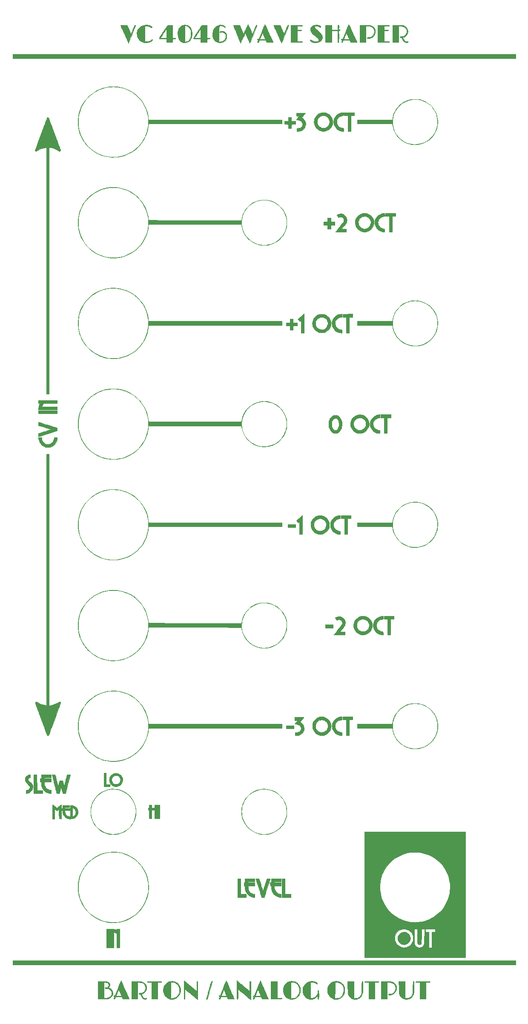
<source format=gbr>
%TF.GenerationSoftware,KiCad,Pcbnew,5.1.10-88a1d61d58~90~ubuntu20.04.1*%
%TF.CreationDate,2021-08-07T10:44:01-04:00*%
%TF.ProjectId,waveshaper_panel_al,77617665-7368-4617-9065-725f70616e65,rev?*%
%TF.SameCoordinates,Original*%
%TF.FileFunction,Legend,Top*%
%TF.FilePolarity,Positive*%
%FSLAX46Y46*%
G04 Gerber Fmt 4.6, Leading zero omitted, Abs format (unit mm)*
G04 Created by KiCad (PCBNEW 5.1.10-88a1d61d58~90~ubuntu20.04.1) date 2021-08-07 10:44:01*
%MOMM*%
%LPD*%
G01*
G04 APERTURE LIST*
%ADD10C,0.010000*%
G04 APERTURE END LIST*
D10*
%TO.C,G\u002A\u002A\u002A*%
G36*
X128115765Y-183921291D02*
G01*
X128345369Y-184001050D01*
X128359100Y-184007501D01*
X128570675Y-184134242D01*
X128748348Y-184292888D01*
X128890388Y-184477445D01*
X128995065Y-184681915D01*
X129060649Y-184900303D01*
X129085410Y-185126613D01*
X129067618Y-185354849D01*
X129005543Y-185579015D01*
X128897455Y-185793116D01*
X128881403Y-185817708D01*
X128716833Y-186021270D01*
X128525856Y-186182038D01*
X128311446Y-186298655D01*
X128076580Y-186369767D01*
X127824233Y-186394019D01*
X127640922Y-186382653D01*
X127434792Y-186333429D01*
X127232334Y-186241295D01*
X127044004Y-186113688D01*
X126880256Y-185958044D01*
X126751545Y-185781799D01*
X126723332Y-185730017D01*
X126623917Y-185486882D01*
X126574692Y-185249361D01*
X126575646Y-185015295D01*
X126626768Y-184782526D01*
X126717234Y-184569328D01*
X126851674Y-184362209D01*
X127018134Y-184189769D01*
X127210471Y-184054109D01*
X127422543Y-183957329D01*
X127648211Y-183901532D01*
X127881332Y-183888819D01*
X128115765Y-183921291D01*
G37*
X128115765Y-183921291D02*
X128345369Y-184001050D01*
X128359100Y-184007501D01*
X128570675Y-184134242D01*
X128748348Y-184292888D01*
X128890388Y-184477445D01*
X128995065Y-184681915D01*
X129060649Y-184900303D01*
X129085410Y-185126613D01*
X129067618Y-185354849D01*
X129005543Y-185579015D01*
X128897455Y-185793116D01*
X128881403Y-185817708D01*
X128716833Y-186021270D01*
X128525856Y-186182038D01*
X128311446Y-186298655D01*
X128076580Y-186369767D01*
X127824233Y-186394019D01*
X127640922Y-186382653D01*
X127434792Y-186333429D01*
X127232334Y-186241295D01*
X127044004Y-186113688D01*
X126880256Y-185958044D01*
X126751545Y-185781799D01*
X126723332Y-185730017D01*
X126623917Y-185486882D01*
X126574692Y-185249361D01*
X126575646Y-185015295D01*
X126626768Y-184782526D01*
X126717234Y-184569328D01*
X126851674Y-184362209D01*
X127018134Y-184189769D01*
X127210471Y-184054109D01*
X127422543Y-183957329D01*
X127648211Y-183901532D01*
X127881332Y-183888819D01*
X128115765Y-183921291D01*
G36*
X124023005Y-3785427D02*
G01*
X124278551Y-3787287D01*
X124490385Y-3790345D01*
X124656984Y-3794564D01*
X124776825Y-3799911D01*
X124848387Y-3806350D01*
X124868269Y-3811093D01*
X124905281Y-3853827D01*
X124916681Y-3913649D01*
X124900013Y-3966660D01*
X124885650Y-3980150D01*
X124851316Y-3986088D01*
X124774634Y-3990381D01*
X124664034Y-3992849D01*
X124527947Y-3993309D01*
X124374804Y-3991579D01*
X124364950Y-3991395D01*
X123876000Y-3982091D01*
X123876000Y-4701775D01*
X124269461Y-4697179D01*
X124438551Y-4696663D01*
X124561931Y-4699847D01*
X124644578Y-4707043D01*
X124691470Y-4718567D01*
X124701261Y-4724402D01*
X124736741Y-4777736D01*
X124721847Y-4836014D01*
X124700171Y-4861999D01*
X124678361Y-4877049D01*
X124643204Y-4886890D01*
X124586724Y-4891952D01*
X124500945Y-4892665D01*
X124377889Y-4889458D01*
X124268371Y-4885237D01*
X123876000Y-4869046D01*
X123876000Y-7036000D01*
X124110950Y-7035311D01*
X124253340Y-7032119D01*
X124414784Y-7024309D01*
X124563916Y-7013459D01*
X124585415Y-7011461D01*
X124725758Y-7001471D01*
X124822807Y-7004168D01*
X124882800Y-7020957D01*
X124911974Y-7053245D01*
X124917400Y-7086253D01*
X124897966Y-7136380D01*
X124860948Y-7174259D01*
X124841684Y-7183999D01*
X124811242Y-7192030D01*
X124765049Y-7198512D01*
X124698530Y-7203602D01*
X124607113Y-7207459D01*
X124486224Y-7210240D01*
X124331289Y-7212105D01*
X124137735Y-7213212D01*
X123900989Y-7213718D01*
X123717948Y-7213800D01*
X122631400Y-7213800D01*
X122631400Y-3784800D01*
X123725269Y-3784800D01*
X124023005Y-3785427D01*
G37*
X124023005Y-3785427D02*
X124278551Y-3787287D01*
X124490385Y-3790345D01*
X124656984Y-3794564D01*
X124776825Y-3799911D01*
X124848387Y-3806350D01*
X124868269Y-3811093D01*
X124905281Y-3853827D01*
X124916681Y-3913649D01*
X124900013Y-3966660D01*
X124885650Y-3980150D01*
X124851316Y-3986088D01*
X124774634Y-3990381D01*
X124664034Y-3992849D01*
X124527947Y-3993309D01*
X124374804Y-3991579D01*
X124364950Y-3991395D01*
X123876000Y-3982091D01*
X123876000Y-4701775D01*
X124269461Y-4697179D01*
X124438551Y-4696663D01*
X124561931Y-4699847D01*
X124644578Y-4707043D01*
X124691470Y-4718567D01*
X124701261Y-4724402D01*
X124736741Y-4777736D01*
X124721847Y-4836014D01*
X124700171Y-4861999D01*
X124678361Y-4877049D01*
X124643204Y-4886890D01*
X124586724Y-4891952D01*
X124500945Y-4892665D01*
X124377889Y-4889458D01*
X124268371Y-4885237D01*
X123876000Y-4869046D01*
X123876000Y-7036000D01*
X124110950Y-7035311D01*
X124253340Y-7032119D01*
X124414784Y-7024309D01*
X124563916Y-7013459D01*
X124585415Y-7011461D01*
X124725758Y-7001471D01*
X124822807Y-7004168D01*
X124882800Y-7020957D01*
X124911974Y-7053245D01*
X124917400Y-7086253D01*
X124897966Y-7136380D01*
X124860948Y-7174259D01*
X124841684Y-7183999D01*
X124811242Y-7192030D01*
X124765049Y-7198512D01*
X124698530Y-7203602D01*
X124607113Y-7207459D01*
X124486224Y-7210240D01*
X124331289Y-7212105D01*
X124137735Y-7213212D01*
X123900989Y-7213718D01*
X123717948Y-7213800D01*
X122631400Y-7213800D01*
X122631400Y-3784800D01*
X123725269Y-3784800D01*
X124023005Y-3785427D01*
G36*
X119958050Y-3792050D02*
G01*
X120236152Y-3796521D01*
X120469281Y-3801867D01*
X120663263Y-3808771D01*
X120823924Y-3817916D01*
X120957089Y-3829981D01*
X121068585Y-3845650D01*
X121164239Y-3865604D01*
X121249875Y-3890525D01*
X121331321Y-3921095D01*
X121414402Y-3957996D01*
X121427035Y-3963961D01*
X121648303Y-4093677D01*
X121829314Y-4252364D01*
X121968476Y-4437595D01*
X122064197Y-4646944D01*
X122114886Y-4877984D01*
X122123024Y-5025312D01*
X122099492Y-5295610D01*
X122032008Y-5545981D01*
X121923622Y-5772571D01*
X121777386Y-5971526D01*
X121596351Y-6138994D01*
X121383568Y-6271119D01*
X121142090Y-6364050D01*
X121043900Y-6388188D01*
X120905435Y-6411201D01*
X120769649Y-6423149D01*
X120649471Y-6423737D01*
X120557828Y-6412670D01*
X120521530Y-6400106D01*
X120484518Y-6357372D01*
X120473118Y-6297550D01*
X120489786Y-6244539D01*
X120504150Y-6231049D01*
X120540833Y-6221928D01*
X120617074Y-6212373D01*
X120721653Y-6203529D01*
X120840700Y-6196663D01*
X121036790Y-6180825D01*
X121195199Y-6150403D01*
X121327969Y-6101215D01*
X121447142Y-6029080D01*
X121538047Y-5954519D01*
X121683863Y-5801055D01*
X121789819Y-5636513D01*
X121859516Y-5452187D01*
X121896555Y-5239373D01*
X121904991Y-5067500D01*
X121905032Y-4939855D01*
X121900858Y-4848136D01*
X121890077Y-4777501D01*
X121870297Y-4713109D01*
X121839127Y-4640118D01*
X121834496Y-4630051D01*
X121722148Y-4446011D01*
X121569838Y-4291517D01*
X121379630Y-4167580D01*
X121153587Y-4075207D01*
X120893774Y-4015408D01*
X120602254Y-3989191D01*
X120520965Y-3988000D01*
X120269200Y-3988000D01*
X120269200Y-7213800D01*
X119024600Y-7213800D01*
X119024600Y-3778907D01*
X119958050Y-3792050D01*
G37*
X119958050Y-3792050D02*
X120236152Y-3796521D01*
X120469281Y-3801867D01*
X120663263Y-3808771D01*
X120823924Y-3817916D01*
X120957089Y-3829981D01*
X121068585Y-3845650D01*
X121164239Y-3865604D01*
X121249875Y-3890525D01*
X121331321Y-3921095D01*
X121414402Y-3957996D01*
X121427035Y-3963961D01*
X121648303Y-4093677D01*
X121829314Y-4252364D01*
X121968476Y-4437595D01*
X122064197Y-4646944D01*
X122114886Y-4877984D01*
X122123024Y-5025312D01*
X122099492Y-5295610D01*
X122032008Y-5545981D01*
X121923622Y-5772571D01*
X121777386Y-5971526D01*
X121596351Y-6138994D01*
X121383568Y-6271119D01*
X121142090Y-6364050D01*
X121043900Y-6388188D01*
X120905435Y-6411201D01*
X120769649Y-6423149D01*
X120649471Y-6423737D01*
X120557828Y-6412670D01*
X120521530Y-6400106D01*
X120484518Y-6357372D01*
X120473118Y-6297550D01*
X120489786Y-6244539D01*
X120504150Y-6231049D01*
X120540833Y-6221928D01*
X120617074Y-6212373D01*
X120721653Y-6203529D01*
X120840700Y-6196663D01*
X121036790Y-6180825D01*
X121195199Y-6150403D01*
X121327969Y-6101215D01*
X121447142Y-6029080D01*
X121538047Y-5954519D01*
X121683863Y-5801055D01*
X121789819Y-5636513D01*
X121859516Y-5452187D01*
X121896555Y-5239373D01*
X121904991Y-5067500D01*
X121905032Y-4939855D01*
X121900858Y-4848136D01*
X121890077Y-4777501D01*
X121870297Y-4713109D01*
X121839127Y-4640118D01*
X121834496Y-4630051D01*
X121722148Y-4446011D01*
X121569838Y-4291517D01*
X121379630Y-4167580D01*
X121153587Y-4075207D01*
X120893774Y-4015408D01*
X120602254Y-3989191D01*
X120520965Y-3988000D01*
X120269200Y-3988000D01*
X120269200Y-7213800D01*
X119024600Y-7213800D01*
X119024600Y-3778907D01*
X119958050Y-3792050D01*
G36*
X106725605Y-3785427D02*
G01*
X106981151Y-3787287D01*
X107192985Y-3790345D01*
X107359584Y-3794564D01*
X107479425Y-3799911D01*
X107550987Y-3806350D01*
X107570869Y-3811093D01*
X107613062Y-3858112D01*
X107613252Y-3923788D01*
X107595136Y-3962600D01*
X107579953Y-3975850D01*
X107549292Y-3985329D01*
X107496544Y-3991411D01*
X107415104Y-3994466D01*
X107298363Y-3994867D01*
X107139715Y-3992986D01*
X107074825Y-3991888D01*
X106578600Y-3983077D01*
X106578600Y-4701775D01*
X106972061Y-4697179D01*
X107141151Y-4696663D01*
X107264531Y-4699847D01*
X107347178Y-4707043D01*
X107394070Y-4718567D01*
X107403861Y-4724402D01*
X107438530Y-4770342D01*
X107427665Y-4820395D01*
X107400681Y-4855377D01*
X107380790Y-4872811D01*
X107352649Y-4884559D01*
X107307989Y-4891193D01*
X107238540Y-4893282D01*
X107136033Y-4891396D01*
X106992201Y-4886106D01*
X106968881Y-4885150D01*
X106578600Y-4869046D01*
X106578600Y-7036000D01*
X106813550Y-7035559D01*
X106956672Y-7032225D01*
X107118310Y-7023825D01*
X107266631Y-7012072D01*
X107285173Y-7010188D01*
X107426785Y-6999224D01*
X107525043Y-7002040D01*
X107585850Y-7019977D01*
X107615107Y-7054375D01*
X107620000Y-7086253D01*
X107600566Y-7136380D01*
X107563548Y-7174259D01*
X107544284Y-7183999D01*
X107513842Y-7192030D01*
X107467649Y-7198512D01*
X107401130Y-7203602D01*
X107309713Y-7207459D01*
X107188824Y-7210240D01*
X107033889Y-7212105D01*
X106840335Y-7213212D01*
X106603589Y-7213718D01*
X106420548Y-7213800D01*
X105334000Y-7213800D01*
X105334000Y-3784800D01*
X106427869Y-3784800D01*
X106725605Y-3785427D01*
G37*
X106725605Y-3785427D02*
X106981151Y-3787287D01*
X107192985Y-3790345D01*
X107359584Y-3794564D01*
X107479425Y-3799911D01*
X107550987Y-3806350D01*
X107570869Y-3811093D01*
X107613062Y-3858112D01*
X107613252Y-3923788D01*
X107595136Y-3962600D01*
X107579953Y-3975850D01*
X107549292Y-3985329D01*
X107496544Y-3991411D01*
X107415104Y-3994466D01*
X107298363Y-3994867D01*
X107139715Y-3992986D01*
X107074825Y-3991888D01*
X106578600Y-3983077D01*
X106578600Y-4701775D01*
X106972061Y-4697179D01*
X107141151Y-4696663D01*
X107264531Y-4699847D01*
X107347178Y-4707043D01*
X107394070Y-4718567D01*
X107403861Y-4724402D01*
X107438530Y-4770342D01*
X107427665Y-4820395D01*
X107400681Y-4855377D01*
X107380790Y-4872811D01*
X107352649Y-4884559D01*
X107307989Y-4891193D01*
X107238540Y-4893282D01*
X107136033Y-4891396D01*
X106992201Y-4886106D01*
X106968881Y-4885150D01*
X106578600Y-4869046D01*
X106578600Y-7036000D01*
X106813550Y-7035559D01*
X106956672Y-7032225D01*
X107118310Y-7023825D01*
X107266631Y-7012072D01*
X107285173Y-7010188D01*
X107426785Y-6999224D01*
X107525043Y-7002040D01*
X107585850Y-7019977D01*
X107615107Y-7054375D01*
X107620000Y-7086253D01*
X107600566Y-7136380D01*
X107563548Y-7174259D01*
X107544284Y-7183999D01*
X107513842Y-7192030D01*
X107467649Y-7198512D01*
X107401130Y-7203602D01*
X107309713Y-7207459D01*
X107188824Y-7210240D01*
X107033889Y-7212105D01*
X106840335Y-7213212D01*
X106603589Y-7213718D01*
X106420548Y-7213800D01*
X105334000Y-7213800D01*
X105334000Y-3784800D01*
X106427869Y-3784800D01*
X106725605Y-3785427D01*
G36*
X88665486Y-5075826D02*
G01*
X88672072Y-6354153D01*
X88944886Y-6345826D01*
X89065377Y-6342665D01*
X89144289Y-6342987D01*
X89190807Y-6348287D01*
X89214111Y-6360061D01*
X89223386Y-6379802D01*
X89225401Y-6391484D01*
X89222470Y-6444633D01*
X89192058Y-6483383D01*
X89127990Y-6510684D01*
X89024089Y-6529489D01*
X88914945Y-6539896D01*
X88673083Y-6558029D01*
X88665991Y-6879564D01*
X88658900Y-7201100D01*
X88030250Y-7207893D01*
X87401600Y-7214687D01*
X87401600Y-6553400D01*
X86744625Y-6553400D01*
X86544355Y-6553216D01*
X86388504Y-6552358D01*
X86270693Y-6550359D01*
X86184541Y-6546757D01*
X86123669Y-6541088D01*
X86081696Y-6532887D01*
X86052243Y-6521691D01*
X86028929Y-6507035D01*
X86020725Y-6500756D01*
X85964748Y-6430788D01*
X85953800Y-6373528D01*
X85955308Y-6357206D01*
X85960992Y-6336465D01*
X85970254Y-6314241D01*
X86216163Y-6314241D01*
X86218339Y-6325787D01*
X86238490Y-6334638D01*
X86282078Y-6341130D01*
X86354565Y-6345596D01*
X86461413Y-6348373D01*
X86608083Y-6349796D01*
X86800038Y-6350199D01*
X86801982Y-6350200D01*
X87401600Y-6350200D01*
X87401600Y-5443420D01*
X87401000Y-5222756D01*
X87399282Y-5025977D01*
X87396561Y-4857741D01*
X87392956Y-4722710D01*
X87388585Y-4625543D01*
X87383564Y-4570901D01*
X87379302Y-4560770D01*
X87358630Y-4588974D01*
X87313952Y-4653782D01*
X87248938Y-4749665D01*
X87167255Y-4871091D01*
X87072572Y-5012531D01*
X86968556Y-5168455D01*
X86858878Y-5333331D01*
X86747204Y-5501631D01*
X86637203Y-5667824D01*
X86532544Y-5826380D01*
X86436895Y-5971768D01*
X86353925Y-6098458D01*
X86287301Y-6200921D01*
X86240692Y-6273626D01*
X86217766Y-6311042D01*
X86216163Y-6314241D01*
X85970254Y-6314241D01*
X85972593Y-6308630D01*
X85991853Y-6271031D01*
X86020510Y-6220992D01*
X86060307Y-6155842D01*
X86112983Y-6072907D01*
X86180279Y-5969514D01*
X86263937Y-5842991D01*
X86365696Y-5690663D01*
X86487297Y-5509858D01*
X86630480Y-5297903D01*
X86796988Y-5052125D01*
X86988559Y-4769850D01*
X87206935Y-4448406D01*
X87217745Y-4432500D01*
X87649281Y-3797500D01*
X88658900Y-3797500D01*
X88665486Y-5075826D01*
G37*
X88665486Y-5075826D02*
X88672072Y-6354153D01*
X88944886Y-6345826D01*
X89065377Y-6342665D01*
X89144289Y-6342987D01*
X89190807Y-6348287D01*
X89214111Y-6360061D01*
X89223386Y-6379802D01*
X89225401Y-6391484D01*
X89222470Y-6444633D01*
X89192058Y-6483383D01*
X89127990Y-6510684D01*
X89024089Y-6529489D01*
X88914945Y-6539896D01*
X88673083Y-6558029D01*
X88665991Y-6879564D01*
X88658900Y-7201100D01*
X88030250Y-7207893D01*
X87401600Y-7214687D01*
X87401600Y-6553400D01*
X86744625Y-6553400D01*
X86544355Y-6553216D01*
X86388504Y-6552358D01*
X86270693Y-6550359D01*
X86184541Y-6546757D01*
X86123669Y-6541088D01*
X86081696Y-6532887D01*
X86052243Y-6521691D01*
X86028929Y-6507035D01*
X86020725Y-6500756D01*
X85964748Y-6430788D01*
X85953800Y-6373528D01*
X85955308Y-6357206D01*
X85960992Y-6336465D01*
X85970254Y-6314241D01*
X86216163Y-6314241D01*
X86218339Y-6325787D01*
X86238490Y-6334638D01*
X86282078Y-6341130D01*
X86354565Y-6345596D01*
X86461413Y-6348373D01*
X86608083Y-6349796D01*
X86800038Y-6350199D01*
X86801982Y-6350200D01*
X87401600Y-6350200D01*
X87401600Y-5443420D01*
X87401000Y-5222756D01*
X87399282Y-5025977D01*
X87396561Y-4857741D01*
X87392956Y-4722710D01*
X87388585Y-4625543D01*
X87383564Y-4570901D01*
X87379302Y-4560770D01*
X87358630Y-4588974D01*
X87313952Y-4653782D01*
X87248938Y-4749665D01*
X87167255Y-4871091D01*
X87072572Y-5012531D01*
X86968556Y-5168455D01*
X86858878Y-5333331D01*
X86747204Y-5501631D01*
X86637203Y-5667824D01*
X86532544Y-5826380D01*
X86436895Y-5971768D01*
X86353925Y-6098458D01*
X86287301Y-6200921D01*
X86240692Y-6273626D01*
X86217766Y-6311042D01*
X86216163Y-6314241D01*
X85970254Y-6314241D01*
X85972593Y-6308630D01*
X85991853Y-6271031D01*
X86020510Y-6220992D01*
X86060307Y-6155842D01*
X86112983Y-6072907D01*
X86180279Y-5969514D01*
X86263937Y-5842991D01*
X86365696Y-5690663D01*
X86487297Y-5509858D01*
X86630480Y-5297903D01*
X86796988Y-5052125D01*
X86988559Y-4769850D01*
X87206935Y-4448406D01*
X87217745Y-4432500D01*
X87649281Y-3797500D01*
X88658900Y-3797500D01*
X88665486Y-5075826D01*
G36*
X81839000Y-6355151D02*
G01*
X82108803Y-6346325D01*
X82231749Y-6343367D01*
X82313669Y-6344828D01*
X82364231Y-6351819D01*
X82393101Y-6365448D01*
X82406185Y-6380463D01*
X82418557Y-6424417D01*
X82390074Y-6471700D01*
X82389339Y-6472515D01*
X82357628Y-6496931D01*
X82307429Y-6514467D01*
X82228409Y-6527452D01*
X82110232Y-6538215D01*
X82091957Y-6539537D01*
X81839000Y-6557471D01*
X81839000Y-7213800D01*
X80594400Y-7213800D01*
X80594400Y-6553400D01*
X79947895Y-6553400D01*
X79705477Y-6552173D01*
X79513336Y-6548482D01*
X79371008Y-6542306D01*
X79278030Y-6533626D01*
X79237183Y-6524145D01*
X79173958Y-6473747D01*
X79150688Y-6396072D01*
X79157919Y-6324526D01*
X79400600Y-6324526D01*
X79425679Y-6333556D01*
X79499700Y-6340717D01*
X79620836Y-6345931D01*
X79787259Y-6349117D01*
X79997142Y-6350199D01*
X79997500Y-6350200D01*
X80594400Y-6350200D01*
X80594400Y-5448500D01*
X80594060Y-5240182D01*
X80593095Y-5048860D01*
X80591583Y-4880242D01*
X80589603Y-4740034D01*
X80587235Y-4633945D01*
X80584558Y-4567682D01*
X80581882Y-4546800D01*
X80564890Y-4567168D01*
X80523678Y-4624692D01*
X80461815Y-4714003D01*
X80382869Y-4829730D01*
X80290407Y-4966504D01*
X80187998Y-5118955D01*
X80079210Y-5281713D01*
X79967612Y-5449409D01*
X79856771Y-5616672D01*
X79750256Y-5778133D01*
X79651635Y-5928421D01*
X79564476Y-6062168D01*
X79492348Y-6174003D01*
X79438818Y-6258556D01*
X79407455Y-6310458D01*
X79400600Y-6324526D01*
X79157919Y-6324526D01*
X79158757Y-6316241D01*
X79175900Y-6280923D01*
X79219227Y-6207750D01*
X79286129Y-6100724D01*
X79374000Y-5963844D01*
X79480230Y-5801111D01*
X79602214Y-5616524D01*
X79737342Y-5414083D01*
X79883009Y-5197789D01*
X80005900Y-5016700D01*
X80836060Y-3797500D01*
X81839000Y-3783726D01*
X81839000Y-6355151D01*
G37*
X81839000Y-6355151D02*
X82108803Y-6346325D01*
X82231749Y-6343367D01*
X82313669Y-6344828D01*
X82364231Y-6351819D01*
X82393101Y-6365448D01*
X82406185Y-6380463D01*
X82418557Y-6424417D01*
X82390074Y-6471700D01*
X82389339Y-6472515D01*
X82357628Y-6496931D01*
X82307429Y-6514467D01*
X82228409Y-6527452D01*
X82110232Y-6538215D01*
X82091957Y-6539537D01*
X81839000Y-6557471D01*
X81839000Y-7213800D01*
X80594400Y-7213800D01*
X80594400Y-6553400D01*
X79947895Y-6553400D01*
X79705477Y-6552173D01*
X79513336Y-6548482D01*
X79371008Y-6542306D01*
X79278030Y-6533626D01*
X79237183Y-6524145D01*
X79173958Y-6473747D01*
X79150688Y-6396072D01*
X79157919Y-6324526D01*
X79400600Y-6324526D01*
X79425679Y-6333556D01*
X79499700Y-6340717D01*
X79620836Y-6345931D01*
X79787259Y-6349117D01*
X79997142Y-6350199D01*
X79997500Y-6350200D01*
X80594400Y-6350200D01*
X80594400Y-5448500D01*
X80594060Y-5240182D01*
X80593095Y-5048860D01*
X80591583Y-4880242D01*
X80589603Y-4740034D01*
X80587235Y-4633945D01*
X80584558Y-4567682D01*
X80581882Y-4546800D01*
X80564890Y-4567168D01*
X80523678Y-4624692D01*
X80461815Y-4714003D01*
X80382869Y-4829730D01*
X80290407Y-4966504D01*
X80187998Y-5118955D01*
X80079210Y-5281713D01*
X79967612Y-5449409D01*
X79856771Y-5616672D01*
X79750256Y-5778133D01*
X79651635Y-5928421D01*
X79564476Y-6062168D01*
X79492348Y-6174003D01*
X79438818Y-6258556D01*
X79407455Y-6310458D01*
X79400600Y-6324526D01*
X79157919Y-6324526D01*
X79158757Y-6316241D01*
X79175900Y-6280923D01*
X79219227Y-6207750D01*
X79286129Y-6100724D01*
X79374000Y-5963844D01*
X79480230Y-5801111D01*
X79602214Y-5616524D01*
X79737342Y-5414083D01*
X79883009Y-5197789D01*
X80005900Y-5016700D01*
X80836060Y-3797500D01*
X81839000Y-3783726D01*
X81839000Y-6355151D01*
G36*
X116851120Y-3680132D02*
G01*
X116882401Y-3744265D01*
X116931020Y-3845900D01*
X116994974Y-3980741D01*
X117072258Y-4144491D01*
X117160868Y-4332852D01*
X117258800Y-4541527D01*
X117364050Y-4766219D01*
X117474614Y-5002630D01*
X117588488Y-5246464D01*
X117703668Y-5493423D01*
X117818150Y-5739210D01*
X117929929Y-5979528D01*
X118037002Y-6210080D01*
X118137364Y-6426568D01*
X118229012Y-6624695D01*
X118309941Y-6800164D01*
X118378147Y-6948678D01*
X118431626Y-7065939D01*
X118468375Y-7147651D01*
X118486388Y-7189515D01*
X118486966Y-7191031D01*
X118465104Y-7197593D01*
X118398252Y-7203324D01*
X118292215Y-7208011D01*
X118152799Y-7211443D01*
X117985809Y-7213409D01*
X117862529Y-7213800D01*
X117229624Y-7213800D01*
X117030700Y-6784034D01*
X115753402Y-6782000D01*
X115685301Y-6953450D01*
X115645999Y-7047547D01*
X115608347Y-7129623D01*
X115580477Y-7181952D01*
X115580415Y-7182050D01*
X115526565Y-7227228D01*
X115458706Y-7237481D01*
X115398432Y-7209659D01*
X115397479Y-7208720D01*
X115372362Y-7167948D01*
X115373537Y-7114661D01*
X115403046Y-7039650D01*
X115455900Y-6945321D01*
X115500784Y-6867954D01*
X115532740Y-6807471D01*
X115544800Y-6777144D01*
X115523091Y-6761529D01*
X115483114Y-6756600D01*
X115412794Y-6739107D01*
X115364498Y-6695657D01*
X115344116Y-6639795D01*
X115357538Y-6585065D01*
X115394301Y-6552382D01*
X115455010Y-6537311D01*
X115532621Y-6538453D01*
X115540351Y-6539612D01*
X115633700Y-6555047D01*
X115635549Y-6550546D01*
X115859166Y-6550546D01*
X115871370Y-6564449D01*
X115902953Y-6575179D01*
X115959175Y-6583260D01*
X116045299Y-6589216D01*
X116166583Y-6593571D01*
X116328288Y-6596848D01*
X116529390Y-6599501D01*
X116942481Y-6604200D01*
X116906799Y-6521650D01*
X116875755Y-6451697D01*
X116830348Y-6351823D01*
X116774120Y-6229590D01*
X116710614Y-6092556D01*
X116643371Y-5948283D01*
X116575933Y-5804329D01*
X116511844Y-5668256D01*
X116454645Y-5547624D01*
X116407878Y-5449993D01*
X116375086Y-5382922D01*
X116359811Y-5353973D01*
X116359530Y-5353615D01*
X116347050Y-5371995D01*
X116318660Y-5430355D01*
X116277386Y-5521536D01*
X116226253Y-5638379D01*
X116168287Y-5773725D01*
X116106514Y-5920415D01*
X116043960Y-6071291D01*
X115983650Y-6219193D01*
X115928610Y-6356963D01*
X115881866Y-6477441D01*
X115861080Y-6532947D01*
X115859166Y-6550546D01*
X115635549Y-6550546D01*
X116228961Y-5106423D01*
X116334471Y-4850229D01*
X116434483Y-4608495D01*
X116527308Y-4385233D01*
X116611256Y-4184452D01*
X116684638Y-4010163D01*
X116745765Y-3866376D01*
X116792947Y-3757103D01*
X116824495Y-3686353D01*
X116838719Y-3658137D01*
X116839181Y-3657800D01*
X116851120Y-3680132D01*
G37*
X116851120Y-3680132D02*
X116882401Y-3744265D01*
X116931020Y-3845900D01*
X116994974Y-3980741D01*
X117072258Y-4144491D01*
X117160868Y-4332852D01*
X117258800Y-4541527D01*
X117364050Y-4766219D01*
X117474614Y-5002630D01*
X117588488Y-5246464D01*
X117703668Y-5493423D01*
X117818150Y-5739210D01*
X117929929Y-5979528D01*
X118037002Y-6210080D01*
X118137364Y-6426568D01*
X118229012Y-6624695D01*
X118309941Y-6800164D01*
X118378147Y-6948678D01*
X118431626Y-7065939D01*
X118468375Y-7147651D01*
X118486388Y-7189515D01*
X118486966Y-7191031D01*
X118465104Y-7197593D01*
X118398252Y-7203324D01*
X118292215Y-7208011D01*
X118152799Y-7211443D01*
X117985809Y-7213409D01*
X117862529Y-7213800D01*
X117229624Y-7213800D01*
X117030700Y-6784034D01*
X115753402Y-6782000D01*
X115685301Y-6953450D01*
X115645999Y-7047547D01*
X115608347Y-7129623D01*
X115580477Y-7181952D01*
X115580415Y-7182050D01*
X115526565Y-7227228D01*
X115458706Y-7237481D01*
X115398432Y-7209659D01*
X115397479Y-7208720D01*
X115372362Y-7167948D01*
X115373537Y-7114661D01*
X115403046Y-7039650D01*
X115455900Y-6945321D01*
X115500784Y-6867954D01*
X115532740Y-6807471D01*
X115544800Y-6777144D01*
X115523091Y-6761529D01*
X115483114Y-6756600D01*
X115412794Y-6739107D01*
X115364498Y-6695657D01*
X115344116Y-6639795D01*
X115357538Y-6585065D01*
X115394301Y-6552382D01*
X115455010Y-6537311D01*
X115532621Y-6538453D01*
X115540351Y-6539612D01*
X115633700Y-6555047D01*
X115635549Y-6550546D01*
X115859166Y-6550546D01*
X115871370Y-6564449D01*
X115902953Y-6575179D01*
X115959175Y-6583260D01*
X116045299Y-6589216D01*
X116166583Y-6593571D01*
X116328288Y-6596848D01*
X116529390Y-6599501D01*
X116942481Y-6604200D01*
X116906799Y-6521650D01*
X116875755Y-6451697D01*
X116830348Y-6351823D01*
X116774120Y-6229590D01*
X116710614Y-6092556D01*
X116643371Y-5948283D01*
X116575933Y-5804329D01*
X116511844Y-5668256D01*
X116454645Y-5547624D01*
X116407878Y-5449993D01*
X116375086Y-5382922D01*
X116359811Y-5353973D01*
X116359530Y-5353615D01*
X116347050Y-5371995D01*
X116318660Y-5430355D01*
X116277386Y-5521536D01*
X116226253Y-5638379D01*
X116168287Y-5773725D01*
X116106514Y-5920415D01*
X116043960Y-6071291D01*
X115983650Y-6219193D01*
X115928610Y-6356963D01*
X115881866Y-6477441D01*
X115861080Y-6532947D01*
X115859166Y-6550546D01*
X115635549Y-6550546D01*
X116228961Y-5106423D01*
X116334471Y-4850229D01*
X116434483Y-4608495D01*
X116527308Y-4385233D01*
X116611256Y-4184452D01*
X116684638Y-4010163D01*
X116745765Y-3866376D01*
X116792947Y-3757103D01*
X116824495Y-3686353D01*
X116838719Y-3658137D01*
X116839181Y-3657800D01*
X116851120Y-3680132D01*
G36*
X114801554Y-3766109D02*
G01*
X114831213Y-3790305D01*
X114851260Y-3838091D01*
X114862937Y-3915571D01*
X114867486Y-4028848D01*
X114866152Y-4184025D01*
X114864073Y-4265354D01*
X114852389Y-4670746D01*
X114976344Y-4678623D01*
X115051852Y-4686442D01*
X115090552Y-4702285D01*
X115106431Y-4733525D01*
X115109062Y-4748576D01*
X115096917Y-4814880D01*
X115042854Y-4859096D01*
X114952569Y-4876848D01*
X114941919Y-4877000D01*
X114856749Y-4877000D01*
X114860296Y-6020828D01*
X114860848Y-6310107D01*
X114860502Y-6551991D01*
X114859180Y-6749878D01*
X114856802Y-6907167D01*
X114853290Y-7027256D01*
X114848565Y-7113544D01*
X114842548Y-7169428D01*
X114835161Y-7198308D01*
X114832912Y-7201928D01*
X114785681Y-7230754D01*
X114725321Y-7238072D01*
X114676583Y-7222321D01*
X114667606Y-7212354D01*
X114664270Y-7182151D01*
X114661311Y-7106351D01*
X114658785Y-6990157D01*
X114656750Y-6838769D01*
X114655264Y-6657390D01*
X114654385Y-6451222D01*
X114654169Y-6225467D01*
X114654523Y-6031254D01*
X114658031Y-4877000D01*
X113462000Y-4877000D01*
X113462000Y-7213800D01*
X112217400Y-7213800D01*
X112217400Y-3784800D01*
X113462000Y-3784800D01*
X113462000Y-4699200D01*
X114655800Y-4699200D01*
X114655800Y-4259780D01*
X114656651Y-4087777D01*
X114660114Y-3960079D01*
X114667551Y-3870209D01*
X114680325Y-3811686D01*
X114699798Y-3778033D01*
X114727334Y-3762769D01*
X114761039Y-3759400D01*
X114801554Y-3766109D01*
G37*
X114801554Y-3766109D02*
X114831213Y-3790305D01*
X114851260Y-3838091D01*
X114862937Y-3915571D01*
X114867486Y-4028848D01*
X114866152Y-4184025D01*
X114864073Y-4265354D01*
X114852389Y-4670746D01*
X114976344Y-4678623D01*
X115051852Y-4686442D01*
X115090552Y-4702285D01*
X115106431Y-4733525D01*
X115109062Y-4748576D01*
X115096917Y-4814880D01*
X115042854Y-4859096D01*
X114952569Y-4876848D01*
X114941919Y-4877000D01*
X114856749Y-4877000D01*
X114860296Y-6020828D01*
X114860848Y-6310107D01*
X114860502Y-6551991D01*
X114859180Y-6749878D01*
X114856802Y-6907167D01*
X114853290Y-7027256D01*
X114848565Y-7113544D01*
X114842548Y-7169428D01*
X114835161Y-7198308D01*
X114832912Y-7201928D01*
X114785681Y-7230754D01*
X114725321Y-7238072D01*
X114676583Y-7222321D01*
X114667606Y-7212354D01*
X114664270Y-7182151D01*
X114661311Y-7106351D01*
X114658785Y-6990157D01*
X114656750Y-6838769D01*
X114655264Y-6657390D01*
X114654385Y-6451222D01*
X114654169Y-6225467D01*
X114654523Y-6031254D01*
X114658031Y-4877000D01*
X113462000Y-4877000D01*
X113462000Y-7213800D01*
X112217400Y-7213800D01*
X112217400Y-3784800D01*
X113462000Y-3784800D01*
X113462000Y-4699200D01*
X114655800Y-4699200D01*
X114655800Y-4259780D01*
X114656651Y-4087777D01*
X114660114Y-3960079D01*
X114667551Y-3870209D01*
X114680325Y-3811686D01*
X114699798Y-3778033D01*
X114727334Y-3762769D01*
X114761039Y-3759400D01*
X114801554Y-3766109D01*
G36*
X100167478Y-3680298D02*
G01*
X100198883Y-3744421D01*
X100247587Y-3846041D01*
X100311584Y-3980849D01*
X100388865Y-4144539D01*
X100477425Y-4332802D01*
X100575256Y-4541331D01*
X100680350Y-4765817D01*
X100790702Y-5001953D01*
X100904303Y-5245430D01*
X101019148Y-5491942D01*
X101133228Y-5737179D01*
X101244536Y-5976835D01*
X101351067Y-6206601D01*
X101450811Y-6422169D01*
X101541764Y-6619232D01*
X101621916Y-6793481D01*
X101689263Y-6940609D01*
X101741795Y-7056308D01*
X101777507Y-7136270D01*
X101793829Y-7174695D01*
X101793718Y-7186840D01*
X101779232Y-7196212D01*
X101744851Y-7203162D01*
X101685054Y-7208038D01*
X101594323Y-7211187D01*
X101467137Y-7212959D01*
X101297976Y-7213703D01*
X101174401Y-7213800D01*
X100539967Y-7213800D01*
X100443765Y-6997900D01*
X100347564Y-6782000D01*
X99066393Y-6782000D01*
X99010980Y-6930173D01*
X98952276Y-7072416D01*
X98898924Y-7168606D01*
X98848121Y-7222830D01*
X98798953Y-7239200D01*
X98739135Y-7226733D01*
X98709680Y-7208720D01*
X98687128Y-7177603D01*
X98683368Y-7139567D01*
X98700788Y-7084127D01*
X98741775Y-7000796D01*
X98768100Y-6952214D01*
X98811549Y-6870992D01*
X98843219Y-6807643D01*
X98856866Y-6774712D01*
X98857000Y-6773540D01*
X98835340Y-6760498D01*
X98797436Y-6756600D01*
X98736822Y-6738554D01*
X98682570Y-6695552D01*
X98654532Y-6644291D01*
X98653800Y-6635764D01*
X98676128Y-6579646D01*
X98692450Y-6570095D01*
X99161800Y-6570095D01*
X99186332Y-6576602D01*
X99256457Y-6582800D01*
X99366967Y-6588464D01*
X99512657Y-6593369D01*
X99688318Y-6597289D01*
X99841250Y-6599501D01*
X99979595Y-6600551D01*
X100098219Y-6600451D01*
X100188687Y-6599289D01*
X100242565Y-6597153D01*
X100254000Y-6595177D01*
X100243803Y-6570789D01*
X100215476Y-6507709D01*
X100172413Y-6413257D01*
X100118007Y-6294755D01*
X100055654Y-6159524D01*
X99988745Y-6014886D01*
X99920676Y-5868162D01*
X99854841Y-5726673D01*
X99794633Y-5597742D01*
X99743447Y-5488690D01*
X99704676Y-5406837D01*
X99681715Y-5359506D01*
X99677417Y-5351375D01*
X99665880Y-5369702D01*
X99638237Y-5427660D01*
X99597614Y-5517863D01*
X99547136Y-5632924D01*
X99489929Y-5765455D01*
X99429118Y-5908069D01*
X99367828Y-6053379D01*
X99309185Y-6193997D01*
X99256314Y-6322537D01*
X99212341Y-6431610D01*
X99180391Y-6513831D01*
X99163589Y-6561811D01*
X99161800Y-6570095D01*
X98692450Y-6570095D01*
X98735739Y-6544765D01*
X98821568Y-6536755D01*
X98843344Y-6539229D01*
X98948518Y-6555000D01*
X99544109Y-5106581D01*
X99649694Y-4850407D01*
X99749798Y-4608688D01*
X99842730Y-4385435D01*
X99926796Y-4184659D01*
X100000304Y-4010370D01*
X100061561Y-3866581D01*
X100108875Y-3757302D01*
X100140553Y-3686545D01*
X100154903Y-3658319D01*
X100155379Y-3657980D01*
X100167478Y-3680298D01*
G37*
X100167478Y-3680298D02*
X100198883Y-3744421D01*
X100247587Y-3846041D01*
X100311584Y-3980849D01*
X100388865Y-4144539D01*
X100477425Y-4332802D01*
X100575256Y-4541331D01*
X100680350Y-4765817D01*
X100790702Y-5001953D01*
X100904303Y-5245430D01*
X101019148Y-5491942D01*
X101133228Y-5737179D01*
X101244536Y-5976835D01*
X101351067Y-6206601D01*
X101450811Y-6422169D01*
X101541764Y-6619232D01*
X101621916Y-6793481D01*
X101689263Y-6940609D01*
X101741795Y-7056308D01*
X101777507Y-7136270D01*
X101793829Y-7174695D01*
X101793718Y-7186840D01*
X101779232Y-7196212D01*
X101744851Y-7203162D01*
X101685054Y-7208038D01*
X101594323Y-7211187D01*
X101467137Y-7212959D01*
X101297976Y-7213703D01*
X101174401Y-7213800D01*
X100539967Y-7213800D01*
X100443765Y-6997900D01*
X100347564Y-6782000D01*
X99066393Y-6782000D01*
X99010980Y-6930173D01*
X98952276Y-7072416D01*
X98898924Y-7168606D01*
X98848121Y-7222830D01*
X98798953Y-7239200D01*
X98739135Y-7226733D01*
X98709680Y-7208720D01*
X98687128Y-7177603D01*
X98683368Y-7139567D01*
X98700788Y-7084127D01*
X98741775Y-7000796D01*
X98768100Y-6952214D01*
X98811549Y-6870992D01*
X98843219Y-6807643D01*
X98856866Y-6774712D01*
X98857000Y-6773540D01*
X98835340Y-6760498D01*
X98797436Y-6756600D01*
X98736822Y-6738554D01*
X98682570Y-6695552D01*
X98654532Y-6644291D01*
X98653800Y-6635764D01*
X98676128Y-6579646D01*
X98692450Y-6570095D01*
X99161800Y-6570095D01*
X99186332Y-6576602D01*
X99256457Y-6582800D01*
X99366967Y-6588464D01*
X99512657Y-6593369D01*
X99688318Y-6597289D01*
X99841250Y-6599501D01*
X99979595Y-6600551D01*
X100098219Y-6600451D01*
X100188687Y-6599289D01*
X100242565Y-6597153D01*
X100254000Y-6595177D01*
X100243803Y-6570789D01*
X100215476Y-6507709D01*
X100172413Y-6413257D01*
X100118007Y-6294755D01*
X100055654Y-6159524D01*
X99988745Y-6014886D01*
X99920676Y-5868162D01*
X99854841Y-5726673D01*
X99794633Y-5597742D01*
X99743447Y-5488690D01*
X99704676Y-5406837D01*
X99681715Y-5359506D01*
X99677417Y-5351375D01*
X99665880Y-5369702D01*
X99638237Y-5427660D01*
X99597614Y-5517863D01*
X99547136Y-5632924D01*
X99489929Y-5765455D01*
X99429118Y-5908069D01*
X99367828Y-6053379D01*
X99309185Y-6193997D01*
X99256314Y-6322537D01*
X99212341Y-6431610D01*
X99180391Y-6513831D01*
X99163589Y-6561811D01*
X99161800Y-6570095D01*
X98692450Y-6570095D01*
X98735739Y-6544765D01*
X98821568Y-6536755D01*
X98843344Y-6539229D01*
X98948518Y-6555000D01*
X99544109Y-5106581D01*
X99649694Y-4850407D01*
X99749798Y-4608688D01*
X99842730Y-4385435D01*
X99926796Y-4184659D01*
X100000304Y-4010370D01*
X100061561Y-3866581D01*
X100108875Y-3757302D01*
X100140553Y-3686545D01*
X100154903Y-3658319D01*
X100155379Y-3657980D01*
X100167478Y-3680298D01*
G36*
X126473150Y-3792507D02*
G01*
X126736336Y-3796991D01*
X126954002Y-3801880D01*
X127131429Y-3807438D01*
X127273895Y-3813927D01*
X127386680Y-3821612D01*
X127475065Y-3830757D01*
X127544328Y-3841625D01*
X127571700Y-3847385D01*
X127820172Y-3926614D01*
X128037911Y-4040161D01*
X128222814Y-4183367D01*
X128372780Y-4351577D01*
X128485708Y-4540135D01*
X128559496Y-4744383D01*
X128592044Y-4959665D01*
X128581249Y-5181325D01*
X128525011Y-5404706D01*
X128421229Y-5625151D01*
X128393933Y-5669489D01*
X128285113Y-5806541D01*
X128143976Y-5936599D01*
X127984122Y-6050031D01*
X127819150Y-6137207D01*
X127662657Y-6188494D01*
X127660547Y-6188920D01*
X127605666Y-6205124D01*
X127588673Y-6233654D01*
X127593809Y-6276599D01*
X127624421Y-6374532D01*
X127678258Y-6496151D01*
X127746782Y-6625497D01*
X127821456Y-6746610D01*
X127893742Y-6843532D01*
X127902297Y-6853277D01*
X128011593Y-6956495D01*
X128125330Y-7021405D01*
X128257124Y-7053313D01*
X128420591Y-7057526D01*
X128425794Y-7057295D01*
X128522260Y-7054015D01*
X128579174Y-7056845D01*
X128607652Y-7068272D01*
X128618814Y-7090787D01*
X128620568Y-7100901D01*
X128608599Y-7156583D01*
X128577994Y-7198389D01*
X128513548Y-7230789D01*
X128416518Y-7250205D01*
X128303726Y-7255476D01*
X128191993Y-7245444D01*
X128126034Y-7229561D01*
X127944256Y-7146025D01*
X127783323Y-7020231D01*
X127641271Y-6850178D01*
X127516137Y-6633865D01*
X127492393Y-6583620D01*
X127443843Y-6478122D01*
X127401500Y-6387408D01*
X127370791Y-6323031D01*
X127358890Y-6299400D01*
X127317896Y-6271829D01*
X127237030Y-6255228D01*
X127214143Y-6253325D01*
X127112588Y-6239372D01*
X127053068Y-6210344D01*
X127027836Y-6161295D01*
X127025600Y-6132901D01*
X127032409Y-6095982D01*
X127057739Y-6069838D01*
X127108942Y-6052409D01*
X127193373Y-6041635D01*
X127318384Y-6035453D01*
X127379019Y-6033859D01*
X127580087Y-6018385D01*
X127747026Y-5978848D01*
X127892660Y-5910581D01*
X128029812Y-5808917D01*
X128052234Y-5788868D01*
X128207795Y-5616059D01*
X128316102Y-5424813D01*
X128377483Y-5214293D01*
X128392266Y-4983663D01*
X128389323Y-4930482D01*
X128349890Y-4715602D01*
X128267351Y-4525005D01*
X128144130Y-4360439D01*
X127982650Y-4223654D01*
X127785336Y-4116401D01*
X127554610Y-4040428D01*
X127292897Y-3997485D01*
X127083763Y-3988000D01*
X126797000Y-3988000D01*
X126797000Y-7213800D01*
X125552400Y-7213800D01*
X125552400Y-3778520D01*
X126473150Y-3792507D01*
G37*
X126473150Y-3792507D02*
X126736336Y-3796991D01*
X126954002Y-3801880D01*
X127131429Y-3807438D01*
X127273895Y-3813927D01*
X127386680Y-3821612D01*
X127475065Y-3830757D01*
X127544328Y-3841625D01*
X127571700Y-3847385D01*
X127820172Y-3926614D01*
X128037911Y-4040161D01*
X128222814Y-4183367D01*
X128372780Y-4351577D01*
X128485708Y-4540135D01*
X128559496Y-4744383D01*
X128592044Y-4959665D01*
X128581249Y-5181325D01*
X128525011Y-5404706D01*
X128421229Y-5625151D01*
X128393933Y-5669489D01*
X128285113Y-5806541D01*
X128143976Y-5936599D01*
X127984122Y-6050031D01*
X127819150Y-6137207D01*
X127662657Y-6188494D01*
X127660547Y-6188920D01*
X127605666Y-6205124D01*
X127588673Y-6233654D01*
X127593809Y-6276599D01*
X127624421Y-6374532D01*
X127678258Y-6496151D01*
X127746782Y-6625497D01*
X127821456Y-6746610D01*
X127893742Y-6843532D01*
X127902297Y-6853277D01*
X128011593Y-6956495D01*
X128125330Y-7021405D01*
X128257124Y-7053313D01*
X128420591Y-7057526D01*
X128425794Y-7057295D01*
X128522260Y-7054015D01*
X128579174Y-7056845D01*
X128607652Y-7068272D01*
X128618814Y-7090787D01*
X128620568Y-7100901D01*
X128608599Y-7156583D01*
X128577994Y-7198389D01*
X128513548Y-7230789D01*
X128416518Y-7250205D01*
X128303726Y-7255476D01*
X128191993Y-7245444D01*
X128126034Y-7229561D01*
X127944256Y-7146025D01*
X127783323Y-7020231D01*
X127641271Y-6850178D01*
X127516137Y-6633865D01*
X127492393Y-6583620D01*
X127443843Y-6478122D01*
X127401500Y-6387408D01*
X127370791Y-6323031D01*
X127358890Y-6299400D01*
X127317896Y-6271829D01*
X127237030Y-6255228D01*
X127214143Y-6253325D01*
X127112588Y-6239372D01*
X127053068Y-6210344D01*
X127027836Y-6161295D01*
X127025600Y-6132901D01*
X127032409Y-6095982D01*
X127057739Y-6069838D01*
X127108942Y-6052409D01*
X127193373Y-6041635D01*
X127318384Y-6035453D01*
X127379019Y-6033859D01*
X127580087Y-6018385D01*
X127747026Y-5978848D01*
X127892660Y-5910581D01*
X128029812Y-5808917D01*
X128052234Y-5788868D01*
X128207795Y-5616059D01*
X128316102Y-5424813D01*
X128377483Y-5214293D01*
X128392266Y-4983663D01*
X128389323Y-4930482D01*
X128349890Y-4715602D01*
X128267351Y-4525005D01*
X128144130Y-4360439D01*
X127982650Y-4223654D01*
X127785336Y-4116401D01*
X127554610Y-4040428D01*
X127292897Y-3997485D01*
X127083763Y-3988000D01*
X126797000Y-3988000D01*
X126797000Y-7213800D01*
X125552400Y-7213800D01*
X125552400Y-3778520D01*
X126473150Y-3792507D01*
G36*
X110609449Y-3762122D02*
G01*
X110792864Y-3791751D01*
X110967854Y-3846454D01*
X111061700Y-3885951D01*
X111182663Y-3948709D01*
X111258650Y-4009176D01*
X111294895Y-4072785D01*
X111298553Y-4131803D01*
X111275714Y-4192051D01*
X111225352Y-4210779D01*
X111146881Y-4187981D01*
X111047493Y-4129045D01*
X110878827Y-4035193D01*
X110693600Y-3977272D01*
X110480845Y-3952213D01*
X110409762Y-3950644D01*
X110300241Y-3951658D01*
X110228109Y-3957493D01*
X110179994Y-3970998D01*
X110142524Y-3995019D01*
X110124012Y-4011477D01*
X110069853Y-4094245D01*
X110059908Y-4194023D01*
X110094243Y-4302691D01*
X110121281Y-4348145D01*
X110160142Y-4393248D01*
X110230989Y-4463852D01*
X110326569Y-4553190D01*
X110439630Y-4654495D01*
X110562921Y-4761002D01*
X110572131Y-4768803D01*
X110841231Y-5003871D01*
X111066528Y-5216808D01*
X111247713Y-5407288D01*
X111384475Y-5574985D01*
X111476506Y-5719572D01*
X111480811Y-5727923D01*
X111549571Y-5913778D01*
X111580332Y-6116278D01*
X111573578Y-6322477D01*
X111529796Y-6519432D01*
X111449469Y-6694198D01*
X111444281Y-6702469D01*
X111309331Y-6869648D01*
X111135811Y-7013422D01*
X110933055Y-7127283D01*
X110731500Y-7199284D01*
X110594708Y-7226003D01*
X110427430Y-7244136D01*
X110249406Y-7252708D01*
X110080376Y-7250747D01*
X109944881Y-7238049D01*
X109774707Y-7202631D01*
X109613386Y-7152993D01*
X109466846Y-7092718D01*
X109341015Y-7025388D01*
X109241820Y-6954588D01*
X109175190Y-6883899D01*
X109147051Y-6816906D01*
X109159261Y-6763169D01*
X109213081Y-6718077D01*
X109287095Y-6716377D01*
X109375846Y-6757613D01*
X109412042Y-6784239D01*
X109579983Y-6893239D01*
X109776263Y-6977328D01*
X109988600Y-7034236D01*
X110204716Y-7061694D01*
X110412330Y-7057433D01*
X110599162Y-7019184D01*
X110628368Y-7008991D01*
X110751142Y-6949040D01*
X110828703Y-6875257D01*
X110866024Y-6781701D01*
X110871200Y-6718885D01*
X110867786Y-6663750D01*
X110855160Y-6610732D01*
X110829744Y-6556069D01*
X110787962Y-6495999D01*
X110726236Y-6426760D01*
X110640989Y-6344590D01*
X110528644Y-6245726D01*
X110385623Y-6126406D01*
X110208350Y-5982869D01*
X110054803Y-5860272D01*
X109925517Y-5755057D01*
X109800128Y-5648752D01*
X109688231Y-5549802D01*
X109599423Y-5466654D01*
X109551780Y-5417560D01*
X109409611Y-5228414D01*
X109309815Y-5030397D01*
X109252607Y-4829012D01*
X109238201Y-4629761D01*
X109266813Y-4438147D01*
X109338657Y-4259674D01*
X109453948Y-4099846D01*
X109498600Y-4054893D01*
X109671378Y-3924720D01*
X109872789Y-3831797D01*
X110105700Y-3775163D01*
X110372980Y-3753857D01*
X110397926Y-3753642D01*
X110609449Y-3762122D01*
G37*
X110609449Y-3762122D02*
X110792864Y-3791751D01*
X110967854Y-3846454D01*
X111061700Y-3885951D01*
X111182663Y-3948709D01*
X111258650Y-4009176D01*
X111294895Y-4072785D01*
X111298553Y-4131803D01*
X111275714Y-4192051D01*
X111225352Y-4210779D01*
X111146881Y-4187981D01*
X111047493Y-4129045D01*
X110878827Y-4035193D01*
X110693600Y-3977272D01*
X110480845Y-3952213D01*
X110409762Y-3950644D01*
X110300241Y-3951658D01*
X110228109Y-3957493D01*
X110179994Y-3970998D01*
X110142524Y-3995019D01*
X110124012Y-4011477D01*
X110069853Y-4094245D01*
X110059908Y-4194023D01*
X110094243Y-4302691D01*
X110121281Y-4348145D01*
X110160142Y-4393248D01*
X110230989Y-4463852D01*
X110326569Y-4553190D01*
X110439630Y-4654495D01*
X110562921Y-4761002D01*
X110572131Y-4768803D01*
X110841231Y-5003871D01*
X111066528Y-5216808D01*
X111247713Y-5407288D01*
X111384475Y-5574985D01*
X111476506Y-5719572D01*
X111480811Y-5727923D01*
X111549571Y-5913778D01*
X111580332Y-6116278D01*
X111573578Y-6322477D01*
X111529796Y-6519432D01*
X111449469Y-6694198D01*
X111444281Y-6702469D01*
X111309331Y-6869648D01*
X111135811Y-7013422D01*
X110933055Y-7127283D01*
X110731500Y-7199284D01*
X110594708Y-7226003D01*
X110427430Y-7244136D01*
X110249406Y-7252708D01*
X110080376Y-7250747D01*
X109944881Y-7238049D01*
X109774707Y-7202631D01*
X109613386Y-7152993D01*
X109466846Y-7092718D01*
X109341015Y-7025388D01*
X109241820Y-6954588D01*
X109175190Y-6883899D01*
X109147051Y-6816906D01*
X109159261Y-6763169D01*
X109213081Y-6718077D01*
X109287095Y-6716377D01*
X109375846Y-6757613D01*
X109412042Y-6784239D01*
X109579983Y-6893239D01*
X109776263Y-6977328D01*
X109988600Y-7034236D01*
X110204716Y-7061694D01*
X110412330Y-7057433D01*
X110599162Y-7019184D01*
X110628368Y-7008991D01*
X110751142Y-6949040D01*
X110828703Y-6875257D01*
X110866024Y-6781701D01*
X110871200Y-6718885D01*
X110867786Y-6663750D01*
X110855160Y-6610732D01*
X110829744Y-6556069D01*
X110787962Y-6495999D01*
X110726236Y-6426760D01*
X110640989Y-6344590D01*
X110528644Y-6245726D01*
X110385623Y-6126406D01*
X110208350Y-5982869D01*
X110054803Y-5860272D01*
X109925517Y-5755057D01*
X109800128Y-5648752D01*
X109688231Y-5549802D01*
X109599423Y-5466654D01*
X109551780Y-5417560D01*
X109409611Y-5228414D01*
X109309815Y-5030397D01*
X109252607Y-4829012D01*
X109238201Y-4629761D01*
X109266813Y-4438147D01*
X109338657Y-4259674D01*
X109453948Y-4099846D01*
X109498600Y-4054893D01*
X109671378Y-3924720D01*
X109872789Y-3831797D01*
X110105700Y-3775163D01*
X110372980Y-3753857D01*
X110397926Y-3753642D01*
X110609449Y-3762122D01*
G36*
X91613785Y-3769356D02*
G01*
X91805587Y-3808556D01*
X91979015Y-3866688D01*
X92125694Y-3941078D01*
X92237250Y-4029050D01*
X92294470Y-4105333D01*
X92325510Y-4187158D01*
X92319711Y-4240931D01*
X92283191Y-4265716D01*
X92222068Y-4260577D01*
X92142460Y-4224578D01*
X92050487Y-4156784D01*
X92036991Y-4144719D01*
X91915449Y-4050436D01*
X91784377Y-3985488D01*
X91632498Y-3946241D01*
X91448535Y-3929059D01*
X91363265Y-3927550D01*
X91254932Y-3929343D01*
X91164491Y-3934392D01*
X91104918Y-3941802D01*
X91090215Y-3946429D01*
X91083485Y-3961986D01*
X91077719Y-4001713D01*
X91072858Y-4068599D01*
X91068843Y-4165638D01*
X91065615Y-4295820D01*
X91063114Y-4462136D01*
X91061282Y-4667577D01*
X91060058Y-4915136D01*
X91059385Y-5207803D01*
X91059200Y-5513015D01*
X91059200Y-7060432D01*
X91117487Y-7075061D01*
X91187248Y-7080444D01*
X91290849Y-7074070D01*
X91413294Y-7058178D01*
X91539590Y-7035007D01*
X91654742Y-7006797D01*
X91721871Y-6984800D01*
X91917292Y-6884531D01*
X92087738Y-6746144D01*
X92225755Y-6577441D01*
X92323888Y-6386221D01*
X92340944Y-6336997D01*
X92370854Y-6192942D01*
X92380754Y-6028014D01*
X92371606Y-5859325D01*
X92344371Y-5703986D01*
X92300011Y-5579108D01*
X92298160Y-5575500D01*
X92188763Y-5416161D01*
X92048995Y-5295050D01*
X91884337Y-5214399D01*
X91700265Y-5176442D01*
X91502259Y-5183412D01*
X91392591Y-5206340D01*
X91286224Y-5223800D01*
X91217568Y-5209094D01*
X91187557Y-5162499D01*
X91186200Y-5145098D01*
X91196228Y-5092818D01*
X91231449Y-5054746D01*
X91299562Y-5026632D01*
X91408271Y-5004224D01*
X91453651Y-4997458D01*
X91690263Y-4985687D01*
X91907207Y-5018150D01*
X92101197Y-5093224D01*
X92268948Y-5209288D01*
X92407174Y-5364720D01*
X92491176Y-5509693D01*
X92523238Y-5579647D01*
X92545245Y-5638414D01*
X92559087Y-5698153D01*
X92566650Y-5771023D01*
X92569825Y-5869182D01*
X92570497Y-6004791D01*
X92570500Y-6020534D01*
X92570089Y-6159403D01*
X92567496Y-6259667D01*
X92560683Y-6333519D01*
X92547607Y-6393153D01*
X92526230Y-6450763D01*
X92494510Y-6518542D01*
X92483385Y-6541234D01*
X92354507Y-6746904D01*
X92186037Y-6922896D01*
X91981541Y-7066331D01*
X91744582Y-7174332D01*
X91668800Y-7199062D01*
X91570077Y-7220538D01*
X91439921Y-7238029D01*
X91296332Y-7250210D01*
X91157312Y-7255757D01*
X91040861Y-7253346D01*
X90995700Y-7248584D01*
X90731825Y-7183852D01*
X90494764Y-7076704D01*
X90286651Y-6929131D01*
X90109623Y-6743121D01*
X89965814Y-6520662D01*
X89857360Y-6263744D01*
X89826448Y-6159700D01*
X89796708Y-6006463D01*
X89777596Y-5820232D01*
X89769578Y-5617782D01*
X89773116Y-5415890D01*
X89788677Y-5231335D01*
X89798874Y-5163228D01*
X89872930Y-4864510D01*
X89984146Y-4595920D01*
X90130102Y-4359868D01*
X90308378Y-4158766D01*
X90516556Y-3995024D01*
X90752215Y-3871054D01*
X91012936Y-3789266D01*
X91208559Y-3758454D01*
X91411984Y-3751763D01*
X91613785Y-3769356D01*
G37*
X91613785Y-3769356D02*
X91805587Y-3808556D01*
X91979015Y-3866688D01*
X92125694Y-3941078D01*
X92237250Y-4029050D01*
X92294470Y-4105333D01*
X92325510Y-4187158D01*
X92319711Y-4240931D01*
X92283191Y-4265716D01*
X92222068Y-4260577D01*
X92142460Y-4224578D01*
X92050487Y-4156784D01*
X92036991Y-4144719D01*
X91915449Y-4050436D01*
X91784377Y-3985488D01*
X91632498Y-3946241D01*
X91448535Y-3929059D01*
X91363265Y-3927550D01*
X91254932Y-3929343D01*
X91164491Y-3934392D01*
X91104918Y-3941802D01*
X91090215Y-3946429D01*
X91083485Y-3961986D01*
X91077719Y-4001713D01*
X91072858Y-4068599D01*
X91068843Y-4165638D01*
X91065615Y-4295820D01*
X91063114Y-4462136D01*
X91061282Y-4667577D01*
X91060058Y-4915136D01*
X91059385Y-5207803D01*
X91059200Y-5513015D01*
X91059200Y-7060432D01*
X91117487Y-7075061D01*
X91187248Y-7080444D01*
X91290849Y-7074070D01*
X91413294Y-7058178D01*
X91539590Y-7035007D01*
X91654742Y-7006797D01*
X91721871Y-6984800D01*
X91917292Y-6884531D01*
X92087738Y-6746144D01*
X92225755Y-6577441D01*
X92323888Y-6386221D01*
X92340944Y-6336997D01*
X92370854Y-6192942D01*
X92380754Y-6028014D01*
X92371606Y-5859325D01*
X92344371Y-5703986D01*
X92300011Y-5579108D01*
X92298160Y-5575500D01*
X92188763Y-5416161D01*
X92048995Y-5295050D01*
X91884337Y-5214399D01*
X91700265Y-5176442D01*
X91502259Y-5183412D01*
X91392591Y-5206340D01*
X91286224Y-5223800D01*
X91217568Y-5209094D01*
X91187557Y-5162499D01*
X91186200Y-5145098D01*
X91196228Y-5092818D01*
X91231449Y-5054746D01*
X91299562Y-5026632D01*
X91408271Y-5004224D01*
X91453651Y-4997458D01*
X91690263Y-4985687D01*
X91907207Y-5018150D01*
X92101197Y-5093224D01*
X92268948Y-5209288D01*
X92407174Y-5364720D01*
X92491176Y-5509693D01*
X92523238Y-5579647D01*
X92545245Y-5638414D01*
X92559087Y-5698153D01*
X92566650Y-5771023D01*
X92569825Y-5869182D01*
X92570497Y-6004791D01*
X92570500Y-6020534D01*
X92570089Y-6159403D01*
X92567496Y-6259667D01*
X92560683Y-6333519D01*
X92547607Y-6393153D01*
X92526230Y-6450763D01*
X92494510Y-6518542D01*
X92483385Y-6541234D01*
X92354507Y-6746904D01*
X92186037Y-6922896D01*
X91981541Y-7066331D01*
X91744582Y-7174332D01*
X91668800Y-7199062D01*
X91570077Y-7220538D01*
X91439921Y-7238029D01*
X91296332Y-7250210D01*
X91157312Y-7255757D01*
X91040861Y-7253346D01*
X90995700Y-7248584D01*
X90731825Y-7183852D01*
X90494764Y-7076704D01*
X90286651Y-6929131D01*
X90109623Y-6743121D01*
X89965814Y-6520662D01*
X89857360Y-6263744D01*
X89826448Y-6159700D01*
X89796708Y-6006463D01*
X89777596Y-5820232D01*
X89769578Y-5617782D01*
X89773116Y-5415890D01*
X89788677Y-5231335D01*
X89798874Y-5163228D01*
X89872930Y-4864510D01*
X89984146Y-4595920D01*
X90130102Y-4359868D01*
X90308378Y-4158766D01*
X90516556Y-3995024D01*
X90752215Y-3871054D01*
X91012936Y-3789266D01*
X91208559Y-3758454D01*
X91411984Y-3751763D01*
X91613785Y-3769356D01*
G36*
X84374145Y-3757425D02*
G01*
X84553045Y-3771801D01*
X84705613Y-3799584D01*
X84738408Y-3808872D01*
X84966410Y-3904825D01*
X85163408Y-4040606D01*
X85328911Y-4215426D01*
X85462427Y-4428497D01*
X85563467Y-4679034D01*
X85631539Y-4966246D01*
X85666152Y-5289347D01*
X85666603Y-5298268D01*
X85667255Y-5651835D01*
X85633436Y-5976130D01*
X85565788Y-6268921D01*
X85464955Y-6527977D01*
X85331579Y-6751065D01*
X85206095Y-6897941D01*
X85028251Y-7040911D01*
X84818238Y-7149548D01*
X84582941Y-7222004D01*
X84329247Y-7256431D01*
X84064042Y-7250981D01*
X83947200Y-7235757D01*
X83725828Y-7174445D01*
X83518206Y-7068174D01*
X83331631Y-6922373D01*
X83173403Y-6742474D01*
X83078154Y-6589254D01*
X82983448Y-6369000D01*
X82909894Y-6114716D01*
X82859868Y-5839574D01*
X82835742Y-5556747D01*
X82836601Y-5499300D01*
X84252000Y-5499300D01*
X84252195Y-5835288D01*
X84252822Y-6123580D01*
X84253942Y-6367276D01*
X84255618Y-6569477D01*
X84257913Y-6733285D01*
X84260887Y-6861801D01*
X84264602Y-6958126D01*
X84269122Y-7025363D01*
X84274508Y-7066612D01*
X84280822Y-7084974D01*
X84283750Y-7086608D01*
X84323993Y-7082641D01*
X84397664Y-7072480D01*
X84480107Y-7059710D01*
X84706393Y-6999693D01*
X84904442Y-6897598D01*
X85074343Y-6753335D01*
X85216186Y-6566812D01*
X85330059Y-6337940D01*
X85400819Y-6125245D01*
X85421115Y-6042909D01*
X85435771Y-5959826D01*
X85445690Y-5865298D01*
X85451778Y-5748625D01*
X85454937Y-5599109D01*
X85455872Y-5473900D01*
X85455875Y-5302218D01*
X85453667Y-5170670D01*
X85448350Y-5068605D01*
X85439027Y-4985374D01*
X85424801Y-4910326D01*
X85404775Y-4832812D01*
X85400648Y-4818343D01*
X85310369Y-4569473D01*
X85194898Y-4360344D01*
X85055726Y-4193056D01*
X84894345Y-4069708D01*
X84852732Y-4047006D01*
X84747269Y-4003513D01*
X84616036Y-3963304D01*
X84480128Y-3931733D01*
X84360637Y-3914156D01*
X84321850Y-3912241D01*
X84252000Y-3911800D01*
X84252000Y-5499300D01*
X82836601Y-5499300D01*
X82839891Y-5279404D01*
X82840522Y-5270700D01*
X82882754Y-4948703D01*
X82958558Y-4663374D01*
X83067547Y-4415271D01*
X83209335Y-4204951D01*
X83383537Y-4032972D01*
X83589767Y-3899892D01*
X83827638Y-3806267D01*
X83860368Y-3797155D01*
X84009714Y-3769861D01*
X84187004Y-3756698D01*
X84374145Y-3757425D01*
G37*
X84374145Y-3757425D02*
X84553045Y-3771801D01*
X84705613Y-3799584D01*
X84738408Y-3808872D01*
X84966410Y-3904825D01*
X85163408Y-4040606D01*
X85328911Y-4215426D01*
X85462427Y-4428497D01*
X85563467Y-4679034D01*
X85631539Y-4966246D01*
X85666152Y-5289347D01*
X85666603Y-5298268D01*
X85667255Y-5651835D01*
X85633436Y-5976130D01*
X85565788Y-6268921D01*
X85464955Y-6527977D01*
X85331579Y-6751065D01*
X85206095Y-6897941D01*
X85028251Y-7040911D01*
X84818238Y-7149548D01*
X84582941Y-7222004D01*
X84329247Y-7256431D01*
X84064042Y-7250981D01*
X83947200Y-7235757D01*
X83725828Y-7174445D01*
X83518206Y-7068174D01*
X83331631Y-6922373D01*
X83173403Y-6742474D01*
X83078154Y-6589254D01*
X82983448Y-6369000D01*
X82909894Y-6114716D01*
X82859868Y-5839574D01*
X82835742Y-5556747D01*
X82836601Y-5499300D01*
X84252000Y-5499300D01*
X84252195Y-5835288D01*
X84252822Y-6123580D01*
X84253942Y-6367276D01*
X84255618Y-6569477D01*
X84257913Y-6733285D01*
X84260887Y-6861801D01*
X84264602Y-6958126D01*
X84269122Y-7025363D01*
X84274508Y-7066612D01*
X84280822Y-7084974D01*
X84283750Y-7086608D01*
X84323993Y-7082641D01*
X84397664Y-7072480D01*
X84480107Y-7059710D01*
X84706393Y-6999693D01*
X84904442Y-6897598D01*
X85074343Y-6753335D01*
X85216186Y-6566812D01*
X85330059Y-6337940D01*
X85400819Y-6125245D01*
X85421115Y-6042909D01*
X85435771Y-5959826D01*
X85445690Y-5865298D01*
X85451778Y-5748625D01*
X85454937Y-5599109D01*
X85455872Y-5473900D01*
X85455875Y-5302218D01*
X85453667Y-5170670D01*
X85448350Y-5068605D01*
X85439027Y-4985374D01*
X85424801Y-4910326D01*
X85404775Y-4832812D01*
X85400648Y-4818343D01*
X85310369Y-4569473D01*
X85194898Y-4360344D01*
X85055726Y-4193056D01*
X84894345Y-4069708D01*
X84852732Y-4047006D01*
X84747269Y-4003513D01*
X84616036Y-3963304D01*
X84480128Y-3931733D01*
X84360637Y-3914156D01*
X84321850Y-3912241D01*
X84252000Y-3911800D01*
X84252000Y-5499300D01*
X82836601Y-5499300D01*
X82839891Y-5279404D01*
X82840522Y-5270700D01*
X82882754Y-4948703D01*
X82958558Y-4663374D01*
X83067547Y-4415271D01*
X83209335Y-4204951D01*
X83383537Y-4032972D01*
X83589767Y-3899892D01*
X83827638Y-3806267D01*
X83860368Y-3797155D01*
X84009714Y-3769861D01*
X84187004Y-3756698D01*
X84374145Y-3757425D01*
G36*
X76817352Y-3762376D02*
G01*
X76999118Y-3790433D01*
X77172926Y-3832437D01*
X77333342Y-3885436D01*
X77474935Y-3946478D01*
X77592271Y-4012611D01*
X77679916Y-4080881D01*
X77732439Y-4148337D01*
X77744405Y-4212026D01*
X77723926Y-4255029D01*
X77666014Y-4289188D01*
X77590204Y-4280839D01*
X77504355Y-4231257D01*
X77486701Y-4216530D01*
X77351030Y-4123594D01*
X77175527Y-4045096D01*
X76970138Y-3985324D01*
X76931520Y-3977040D01*
X76797475Y-3955653D01*
X76653669Y-3942350D01*
X76515805Y-3937755D01*
X76399583Y-3942494D01*
X76333550Y-3953209D01*
X76276400Y-3968524D01*
X76276400Y-7030075D01*
X76333550Y-7045390D01*
X76423258Y-7058504D01*
X76546971Y-7062202D01*
X76688925Y-7057248D01*
X76833353Y-7044404D01*
X76964491Y-7024436D01*
X77019581Y-7012164D01*
X77188103Y-6962066D01*
X77321216Y-6904288D01*
X77434310Y-6830788D01*
X77531836Y-6744409D01*
X77619633Y-6668134D01*
X77688043Y-6633956D01*
X77742827Y-6639834D01*
X77769920Y-6660080D01*
X77798987Y-6721443D01*
X77787033Y-6796168D01*
X77736597Y-6871481D01*
X77725758Y-6882143D01*
X77629806Y-6954845D01*
X77499191Y-7030521D01*
X77348985Y-7101784D01*
X77194258Y-7161246D01*
X77096832Y-7190476D01*
X76940093Y-7221388D01*
X76754901Y-7242727D01*
X76560378Y-7253463D01*
X76375643Y-7252565D01*
X76219817Y-7239004D01*
X76213681Y-7238062D01*
X75914948Y-7168103D01*
X75644144Y-7056069D01*
X75399372Y-6901007D01*
X75209329Y-6733615D01*
X75024303Y-6516034D01*
X74884561Y-6281633D01*
X74788423Y-6026220D01*
X74734211Y-5745603D01*
X74720006Y-5512000D01*
X74725768Y-5291974D01*
X74750734Y-5103030D01*
X74798238Y-4927990D01*
X74865535Y-4762700D01*
X75007871Y-4513863D01*
X75187750Y-4296201D01*
X75401052Y-4111825D01*
X75643654Y-3962849D01*
X75911434Y-3851384D01*
X76200272Y-3779543D01*
X76506044Y-3749438D01*
X76817352Y-3762376D01*
G37*
X76817352Y-3762376D02*
X76999118Y-3790433D01*
X77172926Y-3832437D01*
X77333342Y-3885436D01*
X77474935Y-3946478D01*
X77592271Y-4012611D01*
X77679916Y-4080881D01*
X77732439Y-4148337D01*
X77744405Y-4212026D01*
X77723926Y-4255029D01*
X77666014Y-4289188D01*
X77590204Y-4280839D01*
X77504355Y-4231257D01*
X77486701Y-4216530D01*
X77351030Y-4123594D01*
X77175527Y-4045096D01*
X76970138Y-3985324D01*
X76931520Y-3977040D01*
X76797475Y-3955653D01*
X76653669Y-3942350D01*
X76515805Y-3937755D01*
X76399583Y-3942494D01*
X76333550Y-3953209D01*
X76276400Y-3968524D01*
X76276400Y-7030075D01*
X76333550Y-7045390D01*
X76423258Y-7058504D01*
X76546971Y-7062202D01*
X76688925Y-7057248D01*
X76833353Y-7044404D01*
X76964491Y-7024436D01*
X77019581Y-7012164D01*
X77188103Y-6962066D01*
X77321216Y-6904288D01*
X77434310Y-6830788D01*
X77531836Y-6744409D01*
X77619633Y-6668134D01*
X77688043Y-6633956D01*
X77742827Y-6639834D01*
X77769920Y-6660080D01*
X77798987Y-6721443D01*
X77787033Y-6796168D01*
X77736597Y-6871481D01*
X77725758Y-6882143D01*
X77629806Y-6954845D01*
X77499191Y-7030521D01*
X77348985Y-7101784D01*
X77194258Y-7161246D01*
X77096832Y-7190476D01*
X76940093Y-7221388D01*
X76754901Y-7242727D01*
X76560378Y-7253463D01*
X76375643Y-7252565D01*
X76219817Y-7239004D01*
X76213681Y-7238062D01*
X75914948Y-7168103D01*
X75644144Y-7056069D01*
X75399372Y-6901007D01*
X75209329Y-6733615D01*
X75024303Y-6516034D01*
X74884561Y-6281633D01*
X74788423Y-6026220D01*
X74734211Y-5745603D01*
X74720006Y-5512000D01*
X74725768Y-5291974D01*
X74750734Y-5103030D01*
X74798238Y-4927990D01*
X74865535Y-4762700D01*
X75007871Y-4513863D01*
X75187750Y-4296201D01*
X75401052Y-4111825D01*
X75643654Y-3962849D01*
X75911434Y-3851384D01*
X76200272Y-3779543D01*
X76506044Y-3749438D01*
X76817352Y-3762376D01*
G36*
X104839029Y-3785073D02*
G01*
X104864715Y-3815992D01*
X104873309Y-3858274D01*
X104863401Y-3920264D01*
X104833580Y-4010307D01*
X104782435Y-4136748D01*
X104777652Y-4148045D01*
X104750287Y-4213704D01*
X104705944Y-4321580D01*
X104646615Y-4466766D01*
X104574295Y-4644355D01*
X104490976Y-4849440D01*
X104398653Y-5077114D01*
X104299319Y-5322470D01*
X104194968Y-5580601D01*
X104089367Y-5842200D01*
X103985075Y-6100378D01*
X103886152Y-6344554D01*
X103794268Y-6570655D01*
X103711092Y-6774607D01*
X103638292Y-6952337D01*
X103577537Y-7099772D01*
X103530497Y-7212839D01*
X103498841Y-7287464D01*
X103484237Y-7319575D01*
X103483665Y-7320428D01*
X103470894Y-7300725D01*
X103439119Y-7238156D01*
X103389981Y-7136272D01*
X103325122Y-6998622D01*
X103246182Y-6828758D01*
X103154802Y-6630229D01*
X103052623Y-6406585D01*
X102941286Y-6161376D01*
X102822433Y-5898153D01*
X102697705Y-5620466D01*
X102692400Y-5608624D01*
X102567008Y-5328601D01*
X102447429Y-5061394D01*
X102335325Y-4810728D01*
X102232357Y-4580325D01*
X102140188Y-4373911D01*
X102060479Y-4195209D01*
X101994893Y-4047942D01*
X101945091Y-3935836D01*
X101912735Y-3862612D01*
X101899488Y-3831996D01*
X101899468Y-3831946D01*
X101896059Y-3817723D01*
X101901866Y-3806694D01*
X101922434Y-3798460D01*
X101963307Y-3792621D01*
X102030030Y-3788777D01*
X102128147Y-3786529D01*
X102263203Y-3785478D01*
X102440741Y-3785223D01*
X102547168Y-3785269D01*
X103213100Y-3785739D01*
X103579107Y-4655219D01*
X103662499Y-4852808D01*
X103740096Y-5035672D01*
X103809616Y-5198511D01*
X103868777Y-5336022D01*
X103915298Y-5442904D01*
X103946897Y-5513856D01*
X103961292Y-5543575D01*
X103961562Y-5543935D01*
X103973838Y-5525299D01*
X104002176Y-5465508D01*
X104044061Y-5370687D01*
X104096980Y-5246964D01*
X104158418Y-5100464D01*
X104225861Y-4937314D01*
X104296795Y-4763640D01*
X104368706Y-4585569D01*
X104439079Y-4409226D01*
X104505399Y-4240738D01*
X104565154Y-4086231D01*
X104615828Y-3951832D01*
X104623560Y-3930878D01*
X104673826Y-3828277D01*
X104731093Y-3770827D01*
X104792335Y-3760576D01*
X104839029Y-3785073D01*
G37*
X104839029Y-3785073D02*
X104864715Y-3815992D01*
X104873309Y-3858274D01*
X104863401Y-3920264D01*
X104833580Y-4010307D01*
X104782435Y-4136748D01*
X104777652Y-4148045D01*
X104750287Y-4213704D01*
X104705944Y-4321580D01*
X104646615Y-4466766D01*
X104574295Y-4644355D01*
X104490976Y-4849440D01*
X104398653Y-5077114D01*
X104299319Y-5322470D01*
X104194968Y-5580601D01*
X104089367Y-5842200D01*
X103985075Y-6100378D01*
X103886152Y-6344554D01*
X103794268Y-6570655D01*
X103711092Y-6774607D01*
X103638292Y-6952337D01*
X103577537Y-7099772D01*
X103530497Y-7212839D01*
X103498841Y-7287464D01*
X103484237Y-7319575D01*
X103483665Y-7320428D01*
X103470894Y-7300725D01*
X103439119Y-7238156D01*
X103389981Y-7136272D01*
X103325122Y-6998622D01*
X103246182Y-6828758D01*
X103154802Y-6630229D01*
X103052623Y-6406585D01*
X102941286Y-6161376D01*
X102822433Y-5898153D01*
X102697705Y-5620466D01*
X102692400Y-5608624D01*
X102567008Y-5328601D01*
X102447429Y-5061394D01*
X102335325Y-4810728D01*
X102232357Y-4580325D01*
X102140188Y-4373911D01*
X102060479Y-4195209D01*
X101994893Y-4047942D01*
X101945091Y-3935836D01*
X101912735Y-3862612D01*
X101899488Y-3831996D01*
X101899468Y-3831946D01*
X101896059Y-3817723D01*
X101901866Y-3806694D01*
X101922434Y-3798460D01*
X101963307Y-3792621D01*
X102030030Y-3788777D01*
X102128147Y-3786529D01*
X102263203Y-3785478D01*
X102440741Y-3785223D01*
X102547168Y-3785269D01*
X103213100Y-3785739D01*
X103579107Y-4655219D01*
X103662499Y-4852808D01*
X103740096Y-5035672D01*
X103809616Y-5198511D01*
X103868777Y-5336022D01*
X103915298Y-5442904D01*
X103946897Y-5513856D01*
X103961292Y-5543575D01*
X103961562Y-5543935D01*
X103973838Y-5525299D01*
X104002176Y-5465508D01*
X104044061Y-5370687D01*
X104096980Y-5246964D01*
X104158418Y-5100464D01*
X104225861Y-4937314D01*
X104296795Y-4763640D01*
X104368706Y-4585569D01*
X104439079Y-4409226D01*
X104505399Y-4240738D01*
X104565154Y-4086231D01*
X104615828Y-3951832D01*
X104623560Y-3930878D01*
X104673826Y-3828277D01*
X104731093Y-3770827D01*
X104792335Y-3760576D01*
X104839029Y-3785073D01*
G36*
X96806045Y-3661159D02*
G01*
X96818628Y-3679272D01*
X96837411Y-3713868D01*
X96864239Y-3768911D01*
X96900959Y-3848364D01*
X96949417Y-3956191D01*
X97011461Y-4096354D01*
X97088935Y-4272816D01*
X97183687Y-4489541D01*
X97249450Y-4640208D01*
X97337821Y-4841327D01*
X97420330Y-5026391D01*
X97494725Y-5190547D01*
X97558750Y-5328943D01*
X97610153Y-5436726D01*
X97646680Y-5509044D01*
X97666078Y-5541043D01*
X97668252Y-5542026D01*
X97684717Y-5512361D01*
X97717328Y-5442460D01*
X97763214Y-5339195D01*
X97819503Y-5209437D01*
X97883324Y-5060057D01*
X97951808Y-4897925D01*
X98022083Y-4729914D01*
X98091278Y-4562895D01*
X98156522Y-4403738D01*
X98214945Y-4259314D01*
X98263675Y-4136495D01*
X98299842Y-4042151D01*
X98320574Y-3983155D01*
X98322860Y-3975300D01*
X98366052Y-3854341D01*
X98418237Y-3782653D01*
X98479043Y-3759400D01*
X98533141Y-3780887D01*
X98562916Y-3838267D01*
X98564468Y-3920921D01*
X98554517Y-3964882D01*
X98541011Y-4001393D01*
X98510137Y-4079889D01*
X98463825Y-4195669D01*
X98404002Y-4344028D01*
X98332596Y-4520263D01*
X98251536Y-4719670D01*
X98162749Y-4937545D01*
X98068165Y-5169186D01*
X97969712Y-5409889D01*
X97869317Y-5654950D01*
X97768910Y-5899665D01*
X97670418Y-6139332D01*
X97575769Y-6369246D01*
X97486893Y-6584705D01*
X97405716Y-6781004D01*
X97334168Y-6953440D01*
X97274177Y-7097310D01*
X97227671Y-7207910D01*
X97196578Y-7280537D01*
X97183177Y-7309892D01*
X97163248Y-7320259D01*
X97137264Y-7284369D01*
X97131369Y-7272194D01*
X97113651Y-7233275D01*
X97077726Y-7153636D01*
X97026131Y-7038928D01*
X96961404Y-6894803D01*
X96886084Y-6726912D01*
X96802708Y-6540905D01*
X96713814Y-6342435D01*
X96710673Y-6335419D01*
X96621619Y-6136809D01*
X96537901Y-5950669D01*
X96462066Y-5782616D01*
X96396658Y-5638269D01*
X96344224Y-5523245D01*
X96307310Y-5443164D01*
X96288463Y-5403643D01*
X96288143Y-5403028D01*
X96278958Y-5388387D01*
X96268596Y-5382368D01*
X96255033Y-5388752D01*
X96236249Y-5411324D01*
X96210222Y-5453865D01*
X96174931Y-5520159D01*
X96128353Y-5613988D01*
X96068468Y-5739135D01*
X95993254Y-5899382D01*
X95900689Y-6098514D01*
X95798376Y-6319508D01*
X95701561Y-6528397D01*
X95610970Y-6723086D01*
X95528893Y-6898712D01*
X95457617Y-7050413D01*
X95399433Y-7173326D01*
X95356628Y-7262587D01*
X95331493Y-7313334D01*
X95325959Y-7323152D01*
X95313891Y-7303525D01*
X95284475Y-7240327D01*
X95239213Y-7137159D01*
X95179611Y-6997621D01*
X95107173Y-6825313D01*
X95023403Y-6623836D01*
X94929806Y-6396791D01*
X94827886Y-6147778D01*
X94719147Y-5880398D01*
X94605093Y-5598252D01*
X94599827Y-5585185D01*
X94485458Y-5301345D01*
X94376587Y-5031149D01*
X94274707Y-4778306D01*
X94181314Y-4546527D01*
X94097902Y-4339519D01*
X94025966Y-4160992D01*
X93967001Y-4014656D01*
X93922500Y-3904219D01*
X93893959Y-3833391D01*
X93882873Y-3805882D01*
X93882833Y-3805782D01*
X93904808Y-3800196D01*
X93971067Y-3795170D01*
X94075099Y-3790910D01*
X94210389Y-3787624D01*
X94370423Y-3785519D01*
X94543565Y-3784800D01*
X95212764Y-3784799D01*
X95541229Y-4662658D01*
X95616223Y-4862279D01*
X95686002Y-5046471D01*
X95748505Y-5209911D01*
X95801670Y-5347272D01*
X95843435Y-5453231D01*
X95871740Y-5522462D01*
X95884522Y-5549641D01*
X95884705Y-5549794D01*
X95898307Y-5529590D01*
X95930915Y-5468038D01*
X95980205Y-5369899D01*
X96043857Y-5239931D01*
X96119548Y-5082895D01*
X96204958Y-4903549D01*
X96297765Y-4706653D01*
X96340766Y-4614785D01*
X96436173Y-4410756D01*
X96524980Y-4221297D01*
X96604876Y-4051304D01*
X96673551Y-3905672D01*
X96728695Y-3789294D01*
X96767998Y-3707066D01*
X96789149Y-3663883D01*
X96792090Y-3658535D01*
X96797814Y-3655568D01*
X96806045Y-3661159D01*
G37*
X96806045Y-3661159D02*
X96818628Y-3679272D01*
X96837411Y-3713868D01*
X96864239Y-3768911D01*
X96900959Y-3848364D01*
X96949417Y-3956191D01*
X97011461Y-4096354D01*
X97088935Y-4272816D01*
X97183687Y-4489541D01*
X97249450Y-4640208D01*
X97337821Y-4841327D01*
X97420330Y-5026391D01*
X97494725Y-5190547D01*
X97558750Y-5328943D01*
X97610153Y-5436726D01*
X97646680Y-5509044D01*
X97666078Y-5541043D01*
X97668252Y-5542026D01*
X97684717Y-5512361D01*
X97717328Y-5442460D01*
X97763214Y-5339195D01*
X97819503Y-5209437D01*
X97883324Y-5060057D01*
X97951808Y-4897925D01*
X98022083Y-4729914D01*
X98091278Y-4562895D01*
X98156522Y-4403738D01*
X98214945Y-4259314D01*
X98263675Y-4136495D01*
X98299842Y-4042151D01*
X98320574Y-3983155D01*
X98322860Y-3975300D01*
X98366052Y-3854341D01*
X98418237Y-3782653D01*
X98479043Y-3759400D01*
X98533141Y-3780887D01*
X98562916Y-3838267D01*
X98564468Y-3920921D01*
X98554517Y-3964882D01*
X98541011Y-4001393D01*
X98510137Y-4079889D01*
X98463825Y-4195669D01*
X98404002Y-4344028D01*
X98332596Y-4520263D01*
X98251536Y-4719670D01*
X98162749Y-4937545D01*
X98068165Y-5169186D01*
X97969712Y-5409889D01*
X97869317Y-5654950D01*
X97768910Y-5899665D01*
X97670418Y-6139332D01*
X97575769Y-6369246D01*
X97486893Y-6584705D01*
X97405716Y-6781004D01*
X97334168Y-6953440D01*
X97274177Y-7097310D01*
X97227671Y-7207910D01*
X97196578Y-7280537D01*
X97183177Y-7309892D01*
X97163248Y-7320259D01*
X97137264Y-7284369D01*
X97131369Y-7272194D01*
X97113651Y-7233275D01*
X97077726Y-7153636D01*
X97026131Y-7038928D01*
X96961404Y-6894803D01*
X96886084Y-6726912D01*
X96802708Y-6540905D01*
X96713814Y-6342435D01*
X96710673Y-6335419D01*
X96621619Y-6136809D01*
X96537901Y-5950669D01*
X96462066Y-5782616D01*
X96396658Y-5638269D01*
X96344224Y-5523245D01*
X96307310Y-5443164D01*
X96288463Y-5403643D01*
X96288143Y-5403028D01*
X96278958Y-5388387D01*
X96268596Y-5382368D01*
X96255033Y-5388752D01*
X96236249Y-5411324D01*
X96210222Y-5453865D01*
X96174931Y-5520159D01*
X96128353Y-5613988D01*
X96068468Y-5739135D01*
X95993254Y-5899382D01*
X95900689Y-6098514D01*
X95798376Y-6319508D01*
X95701561Y-6528397D01*
X95610970Y-6723086D01*
X95528893Y-6898712D01*
X95457617Y-7050413D01*
X95399433Y-7173326D01*
X95356628Y-7262587D01*
X95331493Y-7313334D01*
X95325959Y-7323152D01*
X95313891Y-7303525D01*
X95284475Y-7240327D01*
X95239213Y-7137159D01*
X95179611Y-6997621D01*
X95107173Y-6825313D01*
X95023403Y-6623836D01*
X94929806Y-6396791D01*
X94827886Y-6147778D01*
X94719147Y-5880398D01*
X94605093Y-5598252D01*
X94599827Y-5585185D01*
X94485458Y-5301345D01*
X94376587Y-5031149D01*
X94274707Y-4778306D01*
X94181314Y-4546527D01*
X94097902Y-4339519D01*
X94025966Y-4160992D01*
X93967001Y-4014656D01*
X93922500Y-3904219D01*
X93893959Y-3833391D01*
X93882873Y-3805882D01*
X93882833Y-3805782D01*
X93904808Y-3800196D01*
X93971067Y-3795170D01*
X94075099Y-3790910D01*
X94210389Y-3787624D01*
X94370423Y-3785519D01*
X94543565Y-3784800D01*
X95212764Y-3784799D01*
X95541229Y-4662658D01*
X95616223Y-4862279D01*
X95686002Y-5046471D01*
X95748505Y-5209911D01*
X95801670Y-5347272D01*
X95843435Y-5453231D01*
X95871740Y-5522462D01*
X95884522Y-5549641D01*
X95884705Y-5549794D01*
X95898307Y-5529590D01*
X95930915Y-5468038D01*
X95980205Y-5369899D01*
X96043857Y-5239931D01*
X96119548Y-5082895D01*
X96204958Y-4903549D01*
X96297765Y-4706653D01*
X96340766Y-4614785D01*
X96436173Y-4410756D01*
X96524980Y-4221297D01*
X96604876Y-4051304D01*
X96673551Y-3905672D01*
X96728695Y-3789294D01*
X96767998Y-3707066D01*
X96789149Y-3663883D01*
X96792090Y-3658535D01*
X96797814Y-3655568D01*
X96806045Y-3661159D01*
G36*
X74329304Y-3764631D02*
G01*
X74391621Y-3794491D01*
X74417511Y-3857876D01*
X74405747Y-3951680D01*
X74404730Y-3955166D01*
X74391966Y-3989785D01*
X74361982Y-4066745D01*
X74316684Y-4181326D01*
X74257977Y-4328806D01*
X74187767Y-4504463D01*
X74107958Y-4703578D01*
X74020457Y-4921429D01*
X73927169Y-5153296D01*
X73829999Y-5394456D01*
X73730854Y-5640189D01*
X73631638Y-5885775D01*
X73534257Y-6126491D01*
X73440617Y-6357618D01*
X73352623Y-6574433D01*
X73272180Y-6772217D01*
X73201195Y-6946247D01*
X73141572Y-7091804D01*
X73095217Y-7204165D01*
X73064036Y-7278610D01*
X73053590Y-7302700D01*
X73037828Y-7327631D01*
X73020970Y-7320118D01*
X72995974Y-7274064D01*
X72980220Y-7239200D01*
X72961479Y-7197172D01*
X72923751Y-7112860D01*
X72868856Y-6990323D01*
X72798615Y-6833619D01*
X72714848Y-6646808D01*
X72619375Y-6433949D01*
X72514017Y-6199100D01*
X72400593Y-5946321D01*
X72280923Y-5679670D01*
X72199964Y-5499300D01*
X72078315Y-5228070D01*
X71962652Y-4969762D01*
X71854681Y-4728214D01*
X71756110Y-4507264D01*
X71668645Y-4310750D01*
X71593993Y-4142510D01*
X71533861Y-4006384D01*
X71489955Y-3906207D01*
X71463981Y-3845820D01*
X71457375Y-3829250D01*
X71456333Y-3815768D01*
X71465708Y-3805317D01*
X71491079Y-3797513D01*
X71538029Y-3791975D01*
X71612137Y-3788318D01*
X71718984Y-3786160D01*
X71864151Y-3785118D01*
X72053219Y-3784808D01*
X72104879Y-3784800D01*
X72765283Y-3784799D01*
X73070644Y-4502350D01*
X73150621Y-4690483D01*
X73227576Y-4871874D01*
X73298296Y-5038929D01*
X73359573Y-5184054D01*
X73408197Y-5299652D01*
X73440956Y-5378130D01*
X73446577Y-5391755D01*
X73482837Y-5471935D01*
X73514035Y-5526449D01*
X73534234Y-5545186D01*
X73536081Y-5544155D01*
X73550316Y-5515937D01*
X73580153Y-5447220D01*
X73622858Y-5344877D01*
X73675695Y-5215786D01*
X73735930Y-5066821D01*
X73800829Y-4904858D01*
X73867658Y-4736771D01*
X73933683Y-4569438D01*
X73996168Y-4409732D01*
X74052379Y-4264530D01*
X74099583Y-4140707D01*
X74135044Y-4045138D01*
X74154972Y-3988000D01*
X74202482Y-3866654D01*
X74252044Y-3793092D01*
X74306010Y-3764297D01*
X74329304Y-3764631D01*
G37*
X74329304Y-3764631D02*
X74391621Y-3794491D01*
X74417511Y-3857876D01*
X74405747Y-3951680D01*
X74404730Y-3955166D01*
X74391966Y-3989785D01*
X74361982Y-4066745D01*
X74316684Y-4181326D01*
X74257977Y-4328806D01*
X74187767Y-4504463D01*
X74107958Y-4703578D01*
X74020457Y-4921429D01*
X73927169Y-5153296D01*
X73829999Y-5394456D01*
X73730854Y-5640189D01*
X73631638Y-5885775D01*
X73534257Y-6126491D01*
X73440617Y-6357618D01*
X73352623Y-6574433D01*
X73272180Y-6772217D01*
X73201195Y-6946247D01*
X73141572Y-7091804D01*
X73095217Y-7204165D01*
X73064036Y-7278610D01*
X73053590Y-7302700D01*
X73037828Y-7327631D01*
X73020970Y-7320118D01*
X72995974Y-7274064D01*
X72980220Y-7239200D01*
X72961479Y-7197172D01*
X72923751Y-7112860D01*
X72868856Y-6990323D01*
X72798615Y-6833619D01*
X72714848Y-6646808D01*
X72619375Y-6433949D01*
X72514017Y-6199100D01*
X72400593Y-5946321D01*
X72280923Y-5679670D01*
X72199964Y-5499300D01*
X72078315Y-5228070D01*
X71962652Y-4969762D01*
X71854681Y-4728214D01*
X71756110Y-4507264D01*
X71668645Y-4310750D01*
X71593993Y-4142510D01*
X71533861Y-4006384D01*
X71489955Y-3906207D01*
X71463981Y-3845820D01*
X71457375Y-3829250D01*
X71456333Y-3815768D01*
X71465708Y-3805317D01*
X71491079Y-3797513D01*
X71538029Y-3791975D01*
X71612137Y-3788318D01*
X71718984Y-3786160D01*
X71864151Y-3785118D01*
X72053219Y-3784808D01*
X72104879Y-3784800D01*
X72765283Y-3784799D01*
X73070644Y-4502350D01*
X73150621Y-4690483D01*
X73227576Y-4871874D01*
X73298296Y-5038929D01*
X73359573Y-5184054D01*
X73408197Y-5299652D01*
X73440956Y-5378130D01*
X73446577Y-5391755D01*
X73482837Y-5471935D01*
X73514035Y-5526449D01*
X73534234Y-5545186D01*
X73536081Y-5544155D01*
X73550316Y-5515937D01*
X73580153Y-5447220D01*
X73622858Y-5344877D01*
X73675695Y-5215786D01*
X73735930Y-5066821D01*
X73800829Y-4904858D01*
X73867658Y-4736771D01*
X73933683Y-4569438D01*
X73996168Y-4409732D01*
X74052379Y-4264530D01*
X74099583Y-4140707D01*
X74135044Y-4045138D01*
X74154972Y-3988000D01*
X74202482Y-3866654D01*
X74252044Y-3793092D01*
X74306010Y-3764297D01*
X74329304Y-3764631D01*
G36*
X150012600Y-10414200D02*
G01*
X50012800Y-10414200D01*
X50012800Y-9601400D01*
X150012600Y-9601400D01*
X150012600Y-10414200D01*
G37*
X150012600Y-10414200D02*
X50012800Y-10414200D01*
X50012800Y-9601400D01*
X150012600Y-9601400D01*
X150012600Y-10414200D01*
G36*
X105461000Y-22885600D02*
G01*
X106250012Y-22885600D01*
X106235700Y-23482500D01*
X105848350Y-23489511D01*
X105461000Y-23496523D01*
X105461000Y-24257200D01*
X104851400Y-24257200D01*
X104851400Y-23496523D01*
X104464050Y-23489511D01*
X104076700Y-23482500D01*
X104069543Y-23184050D01*
X104062387Y-22885600D01*
X104851400Y-22885600D01*
X104851400Y-22098200D01*
X105461000Y-22098200D01*
X105461000Y-22885600D01*
G37*
X105461000Y-22885600D02*
X106250012Y-22885600D01*
X106235700Y-23482500D01*
X105848350Y-23489511D01*
X105461000Y-23496523D01*
X105461000Y-24257200D01*
X104851400Y-24257200D01*
X104851400Y-23496523D01*
X104464050Y-23489511D01*
X104076700Y-23482500D01*
X104069543Y-23184050D01*
X104062387Y-22885600D01*
X104851400Y-22885600D01*
X104851400Y-22098200D01*
X105461000Y-22098200D01*
X105461000Y-22885600D01*
G36*
X117957800Y-21742600D02*
G01*
X117272000Y-21742600D01*
X117272000Y-24866800D01*
X116662790Y-24866800D01*
X116649700Y-21755300D01*
X115951200Y-21741166D01*
X115951200Y-21133000D01*
X117957800Y-21133000D01*
X117957800Y-21742600D01*
G37*
X117957800Y-21742600D02*
X117272000Y-21742600D01*
X117272000Y-24866800D01*
X116662790Y-24866800D01*
X116649700Y-21755300D01*
X115951200Y-21741166D01*
X115951200Y-21133000D01*
X117957800Y-21133000D01*
X117957800Y-21742600D01*
G36*
X115793231Y-21444150D02*
G01*
X115786100Y-21755300D01*
X115621000Y-21772536D01*
X115375674Y-21821407D01*
X115147706Y-21912164D01*
X114942349Y-22040029D01*
X114764860Y-22200225D01*
X114620493Y-22387973D01*
X114514503Y-22598496D01*
X114452147Y-22827016D01*
X114450609Y-22836629D01*
X114439748Y-23063587D01*
X114475490Y-23284167D01*
X114553654Y-23493402D01*
X114670062Y-23686325D01*
X114820535Y-23857968D01*
X115000895Y-24003366D01*
X115206962Y-24117551D01*
X115434558Y-24195556D01*
X115621000Y-24227755D01*
X115786100Y-24244500D01*
X115793231Y-24555650D01*
X115800363Y-24866800D01*
X115640831Y-24863830D01*
X115526846Y-24858198D01*
X115408187Y-24846997D01*
X115346805Y-24838474D01*
X115253897Y-24817378D01*
X115139024Y-24783483D01*
X115026880Y-24744084D01*
X115025728Y-24743637D01*
X114755655Y-24612090D01*
X114509269Y-24438660D01*
X114291709Y-24228759D01*
X114108113Y-23987798D01*
X113963622Y-23721189D01*
X113900352Y-23558700D01*
X113872315Y-23470469D01*
X113853178Y-23393200D01*
X113841318Y-23313434D01*
X113835107Y-23217714D01*
X113832922Y-23092582D01*
X113832861Y-22999900D01*
X113834176Y-22851049D01*
X113838362Y-22739999D01*
X113847025Y-22653764D01*
X113861774Y-22579359D01*
X113884213Y-22503801D01*
X113899828Y-22458695D01*
X114026034Y-22178552D01*
X114194631Y-21921885D01*
X114400779Y-21693457D01*
X114639640Y-21498034D01*
X114906376Y-21340380D01*
X115130621Y-21246710D01*
X115281546Y-21201749D01*
X115444879Y-21165226D01*
X115600257Y-21141081D01*
X115717031Y-21133191D01*
X115800363Y-21133000D01*
X115793231Y-21444150D01*
G37*
X115793231Y-21444150D02*
X115786100Y-21755300D01*
X115621000Y-21772536D01*
X115375674Y-21821407D01*
X115147706Y-21912164D01*
X114942349Y-22040029D01*
X114764860Y-22200225D01*
X114620493Y-22387973D01*
X114514503Y-22598496D01*
X114452147Y-22827016D01*
X114450609Y-22836629D01*
X114439748Y-23063587D01*
X114475490Y-23284167D01*
X114553654Y-23493402D01*
X114670062Y-23686325D01*
X114820535Y-23857968D01*
X115000895Y-24003366D01*
X115206962Y-24117551D01*
X115434558Y-24195556D01*
X115621000Y-24227755D01*
X115786100Y-24244500D01*
X115793231Y-24555650D01*
X115800363Y-24866800D01*
X115640831Y-24863830D01*
X115526846Y-24858198D01*
X115408187Y-24846997D01*
X115346805Y-24838474D01*
X115253897Y-24817378D01*
X115139024Y-24783483D01*
X115026880Y-24744084D01*
X115025728Y-24743637D01*
X114755655Y-24612090D01*
X114509269Y-24438660D01*
X114291709Y-24228759D01*
X114108113Y-23987798D01*
X113963622Y-23721189D01*
X113900352Y-23558700D01*
X113872315Y-23470469D01*
X113853178Y-23393200D01*
X113841318Y-23313434D01*
X113835107Y-23217714D01*
X113832922Y-23092582D01*
X113832861Y-22999900D01*
X113834176Y-22851049D01*
X113838362Y-22739999D01*
X113847025Y-22653764D01*
X113861774Y-22579359D01*
X113884213Y-22503801D01*
X113899828Y-22458695D01*
X114026034Y-22178552D01*
X114194631Y-21921885D01*
X114400779Y-21693457D01*
X114639640Y-21498034D01*
X114906376Y-21340380D01*
X115130621Y-21246710D01*
X115281546Y-21201749D01*
X115444879Y-21165226D01*
X115600257Y-21141081D01*
X115717031Y-21133191D01*
X115800363Y-21133000D01*
X115793231Y-21444150D01*
G36*
X111998066Y-21149756D02*
G01*
X112271251Y-21203322D01*
X112535437Y-21299489D01*
X112785931Y-21437938D01*
X113018038Y-21618347D01*
X113227064Y-21840394D01*
X113300452Y-21937003D01*
X113453957Y-22187393D01*
X113559846Y-22445360D01*
X113620675Y-22718919D01*
X113639049Y-22999900D01*
X113628794Y-23228287D01*
X113594795Y-23430240D01*
X113532198Y-23626482D01*
X113448714Y-23812700D01*
X113287652Y-24083044D01*
X113091591Y-24316697D01*
X112861661Y-24512681D01*
X112598995Y-24670015D01*
X112333938Y-24778290D01*
X112155742Y-24822975D01*
X111952783Y-24850840D01*
X111743814Y-24860816D01*
X111547588Y-24851838D01*
X111413844Y-24830627D01*
X111116578Y-24737066D01*
X110841126Y-24597877D01*
X110589695Y-24414297D01*
X110468973Y-24301494D01*
X110369391Y-24197684D01*
X110294808Y-24110364D01*
X110233161Y-24022817D01*
X110172386Y-23918322D01*
X110118773Y-23816145D01*
X110015022Y-23568065D01*
X109953406Y-23307150D01*
X109937912Y-23106004D01*
X110546306Y-23106004D01*
X110587705Y-23331167D01*
X110669595Y-23544582D01*
X110789716Y-23740488D01*
X110945808Y-23913127D01*
X111135611Y-24056741D01*
X111356866Y-24165572D01*
X111376493Y-24172833D01*
X111461077Y-24200723D01*
X111537850Y-24217917D01*
X111622829Y-24226321D01*
X111732030Y-24227840D01*
X111823700Y-24226036D01*
X111950865Y-24221594D01*
X112043428Y-24213876D01*
X112117587Y-24199422D01*
X112189539Y-24174774D01*
X112275483Y-24136473D01*
X112302044Y-24123887D01*
X112477398Y-24020107D01*
X112643034Y-23884687D01*
X112785051Y-23730572D01*
X112883545Y-23582198D01*
X112977291Y-23355973D01*
X113023531Y-23124010D01*
X113024236Y-22892093D01*
X112981377Y-22666003D01*
X112896924Y-22451525D01*
X112772849Y-22254441D01*
X112611121Y-22080536D01*
X112413712Y-21935591D01*
X112302044Y-21875692D01*
X112217753Y-21836235D01*
X112151356Y-21809568D01*
X112089231Y-21793187D01*
X112017759Y-21784585D01*
X111923317Y-21781258D01*
X111792284Y-21780700D01*
X111785600Y-21780700D01*
X111652682Y-21781195D01*
X111556942Y-21784351D01*
X111484760Y-21792673D01*
X111422514Y-21808667D01*
X111356582Y-21834839D01*
X111273344Y-21873692D01*
X111269155Y-21875692D01*
X111093976Y-21979512D01*
X110928471Y-22114855D01*
X110786526Y-22268781D01*
X110687654Y-22417601D01*
X110594021Y-22643462D01*
X110547658Y-22874849D01*
X110546306Y-23106004D01*
X109937912Y-23106004D01*
X109931508Y-23022879D01*
X109931400Y-22999900D01*
X109954121Y-22694236D01*
X110022841Y-22409460D01*
X110138395Y-22143474D01*
X110301617Y-21894183D01*
X110432854Y-21740970D01*
X110661455Y-21532186D01*
X110909222Y-21367929D01*
X111171461Y-21247879D01*
X111443477Y-21171714D01*
X111720577Y-21139113D01*
X111998066Y-21149756D01*
G37*
X111998066Y-21149756D02*
X112271251Y-21203322D01*
X112535437Y-21299489D01*
X112785931Y-21437938D01*
X113018038Y-21618347D01*
X113227064Y-21840394D01*
X113300452Y-21937003D01*
X113453957Y-22187393D01*
X113559846Y-22445360D01*
X113620675Y-22718919D01*
X113639049Y-22999900D01*
X113628794Y-23228287D01*
X113594795Y-23430240D01*
X113532198Y-23626482D01*
X113448714Y-23812700D01*
X113287652Y-24083044D01*
X113091591Y-24316697D01*
X112861661Y-24512681D01*
X112598995Y-24670015D01*
X112333938Y-24778290D01*
X112155742Y-24822975D01*
X111952783Y-24850840D01*
X111743814Y-24860816D01*
X111547588Y-24851838D01*
X111413844Y-24830627D01*
X111116578Y-24737066D01*
X110841126Y-24597877D01*
X110589695Y-24414297D01*
X110468973Y-24301494D01*
X110369391Y-24197684D01*
X110294808Y-24110364D01*
X110233161Y-24022817D01*
X110172386Y-23918322D01*
X110118773Y-23816145D01*
X110015022Y-23568065D01*
X109953406Y-23307150D01*
X109937912Y-23106004D01*
X110546306Y-23106004D01*
X110587705Y-23331167D01*
X110669595Y-23544582D01*
X110789716Y-23740488D01*
X110945808Y-23913127D01*
X111135611Y-24056741D01*
X111356866Y-24165572D01*
X111376493Y-24172833D01*
X111461077Y-24200723D01*
X111537850Y-24217917D01*
X111622829Y-24226321D01*
X111732030Y-24227840D01*
X111823700Y-24226036D01*
X111950865Y-24221594D01*
X112043428Y-24213876D01*
X112117587Y-24199422D01*
X112189539Y-24174774D01*
X112275483Y-24136473D01*
X112302044Y-24123887D01*
X112477398Y-24020107D01*
X112643034Y-23884687D01*
X112785051Y-23730572D01*
X112883545Y-23582198D01*
X112977291Y-23355973D01*
X113023531Y-23124010D01*
X113024236Y-22892093D01*
X112981377Y-22666003D01*
X112896924Y-22451525D01*
X112772849Y-22254441D01*
X112611121Y-22080536D01*
X112413712Y-21935591D01*
X112302044Y-21875692D01*
X112217753Y-21836235D01*
X112151356Y-21809568D01*
X112089231Y-21793187D01*
X112017759Y-21784585D01*
X111923317Y-21781258D01*
X111792284Y-21780700D01*
X111785600Y-21780700D01*
X111652682Y-21781195D01*
X111556942Y-21784351D01*
X111484760Y-21792673D01*
X111422514Y-21808667D01*
X111356582Y-21834839D01*
X111273344Y-21873692D01*
X111269155Y-21875692D01*
X111093976Y-21979512D01*
X110928471Y-22114855D01*
X110786526Y-22268781D01*
X110687654Y-22417601D01*
X110594021Y-22643462D01*
X110547658Y-22874849D01*
X110546306Y-23106004D01*
X109937912Y-23106004D01*
X109931508Y-23022879D01*
X109931400Y-22999900D01*
X109954121Y-22694236D01*
X110022841Y-22409460D01*
X110138395Y-22143474D01*
X110301617Y-21894183D01*
X110432854Y-21740970D01*
X110661455Y-21532186D01*
X110909222Y-21367929D01*
X111171461Y-21247879D01*
X111443477Y-21171714D01*
X111720577Y-21139113D01*
X111998066Y-21149756D01*
G36*
X107896109Y-21238775D02*
G01*
X108010997Y-21240390D01*
X108093668Y-21243391D01*
X108148766Y-21247941D01*
X108180933Y-21254201D01*
X108194816Y-21262335D01*
X108195456Y-21271549D01*
X108175879Y-21301711D01*
X108129167Y-21365073D01*
X108060149Y-21455350D01*
X107973652Y-21566258D01*
X107874504Y-21691512D01*
X107831202Y-21745699D01*
X107717047Y-21888770D01*
X107631796Y-21997636D01*
X107572143Y-22077374D01*
X107534779Y-22133060D01*
X107516396Y-22169771D01*
X107513687Y-22192582D01*
X107523343Y-22206571D01*
X107528603Y-22210071D01*
X107758498Y-22372383D01*
X107949300Y-22563963D01*
X108098755Y-22781412D01*
X108204607Y-23021328D01*
X108264601Y-23280313D01*
X108270322Y-23328361D01*
X108269963Y-23565880D01*
X108223466Y-23803065D01*
X108134997Y-24032493D01*
X108008721Y-24246740D01*
X107848803Y-24438383D01*
X107659409Y-24599999D01*
X107503080Y-24695716D01*
X107304864Y-24782703D01*
X107101421Y-24837314D01*
X106876829Y-24863158D01*
X106750050Y-24866424D01*
X106502400Y-24866800D01*
X106502400Y-24262682D01*
X106788150Y-24252403D01*
X106920960Y-24246174D01*
X107016674Y-24237006D01*
X107088994Y-24222349D01*
X107151624Y-24199652D01*
X107200900Y-24175600D01*
X107365657Y-24065039D01*
X107496142Y-23928043D01*
X107590635Y-23771707D01*
X107647416Y-23603126D01*
X107664769Y-23429395D01*
X107640972Y-23257609D01*
X107574308Y-23094864D01*
X107490980Y-22978234D01*
X107351295Y-22848799D01*
X107182625Y-22747401D01*
X106979662Y-22671696D01*
X106737101Y-22619339D01*
X106651245Y-22607258D01*
X106554228Y-22593988D01*
X106478454Y-22581547D01*
X106436555Y-22572081D01*
X106432400Y-22570067D01*
X106443780Y-22547626D01*
X106482233Y-22492207D01*
X106542919Y-22410357D01*
X106620996Y-22308622D01*
X106700197Y-22207909D01*
X106979142Y-21856900D01*
X106689172Y-21849737D01*
X106399201Y-21842574D01*
X106406350Y-21544937D01*
X106413500Y-21247300D01*
X107311693Y-21240621D01*
X107551101Y-21239053D01*
X107744358Y-21238384D01*
X107896109Y-21238775D01*
G37*
X107896109Y-21238775D02*
X108010997Y-21240390D01*
X108093668Y-21243391D01*
X108148766Y-21247941D01*
X108180933Y-21254201D01*
X108194816Y-21262335D01*
X108195456Y-21271549D01*
X108175879Y-21301711D01*
X108129167Y-21365073D01*
X108060149Y-21455350D01*
X107973652Y-21566258D01*
X107874504Y-21691512D01*
X107831202Y-21745699D01*
X107717047Y-21888770D01*
X107631796Y-21997636D01*
X107572143Y-22077374D01*
X107534779Y-22133060D01*
X107516396Y-22169771D01*
X107513687Y-22192582D01*
X107523343Y-22206571D01*
X107528603Y-22210071D01*
X107758498Y-22372383D01*
X107949300Y-22563963D01*
X108098755Y-22781412D01*
X108204607Y-23021328D01*
X108264601Y-23280313D01*
X108270322Y-23328361D01*
X108269963Y-23565880D01*
X108223466Y-23803065D01*
X108134997Y-24032493D01*
X108008721Y-24246740D01*
X107848803Y-24438383D01*
X107659409Y-24599999D01*
X107503080Y-24695716D01*
X107304864Y-24782703D01*
X107101421Y-24837314D01*
X106876829Y-24863158D01*
X106750050Y-24866424D01*
X106502400Y-24866800D01*
X106502400Y-24262682D01*
X106788150Y-24252403D01*
X106920960Y-24246174D01*
X107016674Y-24237006D01*
X107088994Y-24222349D01*
X107151624Y-24199652D01*
X107200900Y-24175600D01*
X107365657Y-24065039D01*
X107496142Y-23928043D01*
X107590635Y-23771707D01*
X107647416Y-23603126D01*
X107664769Y-23429395D01*
X107640972Y-23257609D01*
X107574308Y-23094864D01*
X107490980Y-22978234D01*
X107351295Y-22848799D01*
X107182625Y-22747401D01*
X106979662Y-22671696D01*
X106737101Y-22619339D01*
X106651245Y-22607258D01*
X106554228Y-22593988D01*
X106478454Y-22581547D01*
X106436555Y-22572081D01*
X106432400Y-22570067D01*
X106443780Y-22547626D01*
X106482233Y-22492207D01*
X106542919Y-22410357D01*
X106620996Y-22308622D01*
X106700197Y-22207909D01*
X106979142Y-21856900D01*
X106689172Y-21849737D01*
X106399201Y-21842574D01*
X106406350Y-21544937D01*
X106413500Y-21247300D01*
X107311693Y-21240621D01*
X107551101Y-21239053D01*
X107744358Y-21238384D01*
X107896109Y-21238775D01*
G36*
X130256149Y-18507324D02*
G01*
X130462960Y-18513664D01*
X130642013Y-18526324D01*
X130804785Y-18547016D01*
X130962756Y-18577451D01*
X131127406Y-18619341D01*
X131310213Y-18674399D01*
X131451964Y-18720637D01*
X131888314Y-18891945D01*
X132299723Y-19105528D01*
X132683839Y-19358341D01*
X133038308Y-19647335D01*
X133360777Y-19969466D01*
X133648895Y-20321686D01*
X133900309Y-20700949D01*
X134112666Y-21104208D01*
X134283613Y-21528416D01*
X134410797Y-21970528D01*
X134491867Y-22427496D01*
X134516249Y-22688787D01*
X134522782Y-23177045D01*
X134480363Y-23653947D01*
X134389618Y-24117547D01*
X134251171Y-24565899D01*
X134065650Y-24997058D01*
X133833679Y-25409079D01*
X133555884Y-25800015D01*
X133488792Y-25882867D01*
X133167819Y-26230847D01*
X132813147Y-26541804D01*
X132427545Y-26814081D01*
X132013781Y-27046019D01*
X131574627Y-27235961D01*
X131112849Y-27382248D01*
X130899100Y-27433244D01*
X130754690Y-27457040D01*
X130571960Y-27476109D01*
X130363199Y-27490155D01*
X130140693Y-27498880D01*
X129916730Y-27501989D01*
X129703596Y-27499184D01*
X129513580Y-27490168D01*
X129358968Y-27474645D01*
X129335182Y-27471029D01*
X128860045Y-27368851D01*
X128405118Y-27221205D01*
X127972900Y-27029918D01*
X127565890Y-26796812D01*
X127186587Y-26523713D01*
X126837492Y-26212443D01*
X126521102Y-25864828D01*
X126239918Y-25482692D01*
X125996438Y-25067858D01*
X125968858Y-25013953D01*
X125834973Y-24717602D01*
X125718533Y-24399311D01*
X125625319Y-24077158D01*
X125561112Y-23769223D01*
X125552284Y-23711100D01*
X125537214Y-23607428D01*
X125523387Y-23517321D01*
X125513386Y-23457512D01*
X125512091Y-23450750D01*
X125500632Y-23393600D01*
X118516600Y-23393600D01*
X118516600Y-22963491D01*
X125535887Y-22963491D01*
X125555673Y-23428974D01*
X125623866Y-23887591D01*
X125739686Y-24336323D01*
X125902349Y-24772155D01*
X126111076Y-25192066D01*
X126365083Y-25593041D01*
X126663589Y-25972061D01*
X126669006Y-25978254D01*
X126986931Y-26303124D01*
X127338073Y-26592247D01*
X127717865Y-26843828D01*
X128121737Y-27056073D01*
X128545120Y-27227189D01*
X128983445Y-27355381D01*
X129432145Y-27438855D01*
X129886649Y-27475817D01*
X130342390Y-27464472D01*
X130432858Y-27456292D01*
X130909166Y-27383477D01*
X131367498Y-27264606D01*
X131805254Y-27101483D01*
X132219833Y-26895913D01*
X132608637Y-26649700D01*
X132969065Y-26364649D01*
X133298516Y-26042565D01*
X133594391Y-25685253D01*
X133854090Y-25294516D01*
X134035686Y-24955700D01*
X134222944Y-24511183D01*
X134360773Y-24056738D01*
X134449006Y-23594837D01*
X134487479Y-23127952D01*
X134476024Y-22658556D01*
X134414476Y-22189122D01*
X134302668Y-21722123D01*
X134261701Y-21590200D01*
X134094908Y-21160164D01*
X133883279Y-20750259D01*
X133630030Y-20364129D01*
X133338377Y-20005419D01*
X133011535Y-19677776D01*
X132652719Y-19384845D01*
X132265145Y-19130272D01*
X131940500Y-18958561D01*
X131503826Y-18778578D01*
X131053310Y-18646407D01*
X130592919Y-18562285D01*
X130126619Y-18526448D01*
X129658375Y-18539132D01*
X129192153Y-18600573D01*
X128731920Y-18711007D01*
X128581008Y-18758585D01*
X128144722Y-18930814D01*
X127733063Y-19145944D01*
X127348602Y-19401116D01*
X126993912Y-19693468D01*
X126671568Y-20020138D01*
X126384141Y-20378265D01*
X126134204Y-20764988D01*
X125924332Y-21177446D01*
X125757095Y-21612777D01*
X125644666Y-22023997D01*
X125565291Y-22494159D01*
X125535887Y-22963491D01*
X118516600Y-22963491D01*
X118516600Y-22606200D01*
X125500632Y-22606200D01*
X125512091Y-22549050D01*
X125521034Y-22497179D01*
X125534311Y-22411714D01*
X125549341Y-22309391D01*
X125552284Y-22288700D01*
X125639512Y-21850299D01*
X125773876Y-21424053D01*
X125952464Y-21013401D01*
X126172366Y-20621784D01*
X126430671Y-20252643D01*
X126724466Y-19909418D01*
X127050842Y-19595550D01*
X127406886Y-19314479D01*
X127789687Y-19069647D01*
X128196334Y-18864493D01*
X128572601Y-18719178D01*
X128773416Y-18654491D01*
X128948604Y-18604066D01*
X129109614Y-18566203D01*
X129267897Y-18539198D01*
X129434906Y-18521351D01*
X129622090Y-18510960D01*
X129840901Y-18506325D01*
X130010100Y-18505591D01*
X130256149Y-18507324D01*
G37*
X130256149Y-18507324D02*
X130462960Y-18513664D01*
X130642013Y-18526324D01*
X130804785Y-18547016D01*
X130962756Y-18577451D01*
X131127406Y-18619341D01*
X131310213Y-18674399D01*
X131451964Y-18720637D01*
X131888314Y-18891945D01*
X132299723Y-19105528D01*
X132683839Y-19358341D01*
X133038308Y-19647335D01*
X133360777Y-19969466D01*
X133648895Y-20321686D01*
X133900309Y-20700949D01*
X134112666Y-21104208D01*
X134283613Y-21528416D01*
X134410797Y-21970528D01*
X134491867Y-22427496D01*
X134516249Y-22688787D01*
X134522782Y-23177045D01*
X134480363Y-23653947D01*
X134389618Y-24117547D01*
X134251171Y-24565899D01*
X134065650Y-24997058D01*
X133833679Y-25409079D01*
X133555884Y-25800015D01*
X133488792Y-25882867D01*
X133167819Y-26230847D01*
X132813147Y-26541804D01*
X132427545Y-26814081D01*
X132013781Y-27046019D01*
X131574627Y-27235961D01*
X131112849Y-27382248D01*
X130899100Y-27433244D01*
X130754690Y-27457040D01*
X130571960Y-27476109D01*
X130363199Y-27490155D01*
X130140693Y-27498880D01*
X129916730Y-27501989D01*
X129703596Y-27499184D01*
X129513580Y-27490168D01*
X129358968Y-27474645D01*
X129335182Y-27471029D01*
X128860045Y-27368851D01*
X128405118Y-27221205D01*
X127972900Y-27029918D01*
X127565890Y-26796812D01*
X127186587Y-26523713D01*
X126837492Y-26212443D01*
X126521102Y-25864828D01*
X126239918Y-25482692D01*
X125996438Y-25067858D01*
X125968858Y-25013953D01*
X125834973Y-24717602D01*
X125718533Y-24399311D01*
X125625319Y-24077158D01*
X125561112Y-23769223D01*
X125552284Y-23711100D01*
X125537214Y-23607428D01*
X125523387Y-23517321D01*
X125513386Y-23457512D01*
X125512091Y-23450750D01*
X125500632Y-23393600D01*
X118516600Y-23393600D01*
X118516600Y-22963491D01*
X125535887Y-22963491D01*
X125555673Y-23428974D01*
X125623866Y-23887591D01*
X125739686Y-24336323D01*
X125902349Y-24772155D01*
X126111076Y-25192066D01*
X126365083Y-25593041D01*
X126663589Y-25972061D01*
X126669006Y-25978254D01*
X126986931Y-26303124D01*
X127338073Y-26592247D01*
X127717865Y-26843828D01*
X128121737Y-27056073D01*
X128545120Y-27227189D01*
X128983445Y-27355381D01*
X129432145Y-27438855D01*
X129886649Y-27475817D01*
X130342390Y-27464472D01*
X130432858Y-27456292D01*
X130909166Y-27383477D01*
X131367498Y-27264606D01*
X131805254Y-27101483D01*
X132219833Y-26895913D01*
X132608637Y-26649700D01*
X132969065Y-26364649D01*
X133298516Y-26042565D01*
X133594391Y-25685253D01*
X133854090Y-25294516D01*
X134035686Y-24955700D01*
X134222944Y-24511183D01*
X134360773Y-24056738D01*
X134449006Y-23594837D01*
X134487479Y-23127952D01*
X134476024Y-22658556D01*
X134414476Y-22189122D01*
X134302668Y-21722123D01*
X134261701Y-21590200D01*
X134094908Y-21160164D01*
X133883279Y-20750259D01*
X133630030Y-20364129D01*
X133338377Y-20005419D01*
X133011535Y-19677776D01*
X132652719Y-19384845D01*
X132265145Y-19130272D01*
X131940500Y-18958561D01*
X131503826Y-18778578D01*
X131053310Y-18646407D01*
X130592919Y-18562285D01*
X130126619Y-18526448D01*
X129658375Y-18539132D01*
X129192153Y-18600573D01*
X128731920Y-18711007D01*
X128581008Y-18758585D01*
X128144722Y-18930814D01*
X127733063Y-19145944D01*
X127348602Y-19401116D01*
X126993912Y-19693468D01*
X126671568Y-20020138D01*
X126384141Y-20378265D01*
X126134204Y-20764988D01*
X125924332Y-21177446D01*
X125757095Y-21612777D01*
X125644666Y-22023997D01*
X125565291Y-22494159D01*
X125535887Y-22963491D01*
X118516600Y-22963491D01*
X118516600Y-22606200D01*
X125500632Y-22606200D01*
X125512091Y-22549050D01*
X125521034Y-22497179D01*
X125534311Y-22411714D01*
X125549341Y-22309391D01*
X125552284Y-22288700D01*
X125639512Y-21850299D01*
X125773876Y-21424053D01*
X125952464Y-21013401D01*
X126172366Y-20621784D01*
X126430671Y-20252643D01*
X126724466Y-19909418D01*
X127050842Y-19595550D01*
X127406886Y-19314479D01*
X127789687Y-19069647D01*
X128196334Y-18864493D01*
X128572601Y-18719178D01*
X128773416Y-18654491D01*
X128948604Y-18604066D01*
X129109614Y-18566203D01*
X129267897Y-18539198D01*
X129434906Y-18521351D01*
X129622090Y-18510960D01*
X129840901Y-18506325D01*
X130010100Y-18505591D01*
X130256149Y-18507324D01*
G36*
X70435236Y-15995732D02*
G01*
X70654259Y-16006997D01*
X70828100Y-16023620D01*
X71430270Y-16125435D01*
X72013380Y-16273698D01*
X72575645Y-16467307D01*
X73115281Y-16705160D01*
X73630504Y-16986155D01*
X74119529Y-17309189D01*
X74580571Y-17673161D01*
X75011846Y-18076970D01*
X75411570Y-18519512D01*
X75777957Y-18999686D01*
X75873243Y-19139100D01*
X75988412Y-19323171D01*
X76112482Y-19541246D01*
X76239006Y-19780378D01*
X76361539Y-20027621D01*
X76473635Y-20270030D01*
X76568848Y-20494658D01*
X76632088Y-20663100D01*
X76767777Y-21098741D01*
X76876834Y-21539195D01*
X76956293Y-21970746D01*
X77003146Y-22379122D01*
X77020288Y-22606200D01*
X103530600Y-22606200D01*
X103530600Y-23393600D01*
X77023876Y-23393600D01*
X76992798Y-23717450D01*
X76916928Y-24255630D01*
X76793819Y-24795960D01*
X76626240Y-25331657D01*
X76416959Y-25855939D01*
X76168745Y-26362026D01*
X75884368Y-26843135D01*
X75566598Y-27292484D01*
X75496909Y-27380899D01*
X75104045Y-27830032D01*
X74677943Y-28241748D01*
X74221210Y-28614577D01*
X73736454Y-28947046D01*
X73226282Y-29237684D01*
X72693302Y-29485017D01*
X72140120Y-29687574D01*
X71569345Y-29843883D01*
X70983584Y-29952472D01*
X70928696Y-29960058D01*
X70771733Y-29976911D01*
X70580184Y-29990869D01*
X70366422Y-30001624D01*
X70142819Y-30008866D01*
X69921749Y-30012287D01*
X69715586Y-30011576D01*
X69536702Y-30006426D01*
X69411574Y-29997966D01*
X68803614Y-29914615D01*
X68215325Y-29784663D01*
X67647627Y-29608547D01*
X67101441Y-29386709D01*
X66577690Y-29119587D01*
X66077295Y-28807621D01*
X65601176Y-28451250D01*
X65150255Y-28050914D01*
X64984479Y-27886094D01*
X64790969Y-27682854D01*
X64625295Y-27496807D01*
X64475692Y-27313331D01*
X64330397Y-27117800D01*
X64177644Y-26895591D01*
X64130966Y-26825128D01*
X63832168Y-26325754D01*
X63578905Y-25807047D01*
X63371176Y-25272196D01*
X63208982Y-24724390D01*
X63092322Y-24166818D01*
X63021196Y-23602671D01*
X62995605Y-23035136D01*
X62996842Y-22999900D01*
X63055700Y-22999900D01*
X63056571Y-23243706D01*
X63059838Y-23447513D01*
X63066481Y-23622103D01*
X63077480Y-23778256D01*
X63093817Y-23926755D01*
X63116471Y-24078380D01*
X63146422Y-24243913D01*
X63184652Y-24434136D01*
X63187259Y-24446708D01*
X63329331Y-25008218D01*
X63517536Y-25552156D01*
X63749599Y-26076077D01*
X64023248Y-26577535D01*
X64336209Y-27054084D01*
X64686209Y-27503279D01*
X65070974Y-27922672D01*
X65488230Y-28309818D01*
X65935705Y-28662271D01*
X66411125Y-28977586D01*
X66912216Y-29253315D01*
X67436704Y-29487014D01*
X67982318Y-29676236D01*
X68072318Y-29702474D01*
X68276030Y-29758210D01*
X68464626Y-29804673D01*
X68650348Y-29844174D01*
X68845437Y-29879027D01*
X69062132Y-29911543D01*
X69312675Y-29944035D01*
X69418400Y-29956750D01*
X69468341Y-29959372D01*
X69560836Y-29961086D01*
X69687645Y-29961865D01*
X69840529Y-29961681D01*
X70011249Y-29960505D01*
X70129600Y-29959174D01*
X70366649Y-29954873D01*
X70563138Y-29948317D01*
X70729281Y-29938852D01*
X70875295Y-29925825D01*
X71011392Y-29908581D01*
X71076167Y-29898619D01*
X71666798Y-29778228D01*
X72238776Y-29611751D01*
X72789948Y-29400386D01*
X73318156Y-29145328D01*
X73821245Y-28847775D01*
X74297060Y-28508922D01*
X74743446Y-28129966D01*
X75158245Y-27712103D01*
X75295876Y-27556518D01*
X75665099Y-27089838D01*
X75988882Y-26602571D01*
X76267913Y-26093201D01*
X76502877Y-25560211D01*
X76694462Y-25002085D01*
X76843354Y-24417308D01*
X76928648Y-23952400D01*
X76944487Y-23835189D01*
X76956440Y-23709507D01*
X76964927Y-23566539D01*
X76970366Y-23397467D01*
X76973173Y-23193476D01*
X76973806Y-22999900D01*
X76972797Y-22761746D01*
X76969490Y-22565542D01*
X76963468Y-22402471D01*
X76954312Y-22263717D01*
X76941605Y-22140464D01*
X76928648Y-22047400D01*
X76811859Y-21441274D01*
X76652901Y-20862957D01*
X76451087Y-20310931D01*
X76205731Y-19783681D01*
X75916147Y-19279692D01*
X75581646Y-18797446D01*
X75295876Y-18443281D01*
X74891731Y-18010834D01*
X74456033Y-17617757D01*
X73990368Y-17264920D01*
X73496322Y-16953191D01*
X72975480Y-16683439D01*
X72429429Y-16456532D01*
X71859755Y-16273339D01*
X71268044Y-16134728D01*
X70993200Y-16086848D01*
X70833101Y-16067841D01*
X70633627Y-16053480D01*
X70405797Y-16043766D01*
X70160629Y-16038701D01*
X69909143Y-16038285D01*
X69662358Y-16042521D01*
X69431292Y-16051410D01*
X69226964Y-16064954D01*
X69060393Y-16083153D01*
X69037400Y-16086588D01*
X68481554Y-16192208D01*
X67958315Y-16330584D01*
X67459419Y-16504297D01*
X66976605Y-16715932D01*
X66894174Y-16756546D01*
X66381336Y-17041125D01*
X65897119Y-17365857D01*
X65443582Y-17728082D01*
X65022783Y-18125135D01*
X64636780Y-18554353D01*
X64287631Y-19013075D01*
X63977394Y-19498636D01*
X63708127Y-20008374D01*
X63481888Y-20539627D01*
X63300734Y-21089731D01*
X63187259Y-21553091D01*
X63148496Y-21745158D01*
X63118070Y-21911881D01*
X63095001Y-22064043D01*
X63078310Y-22212424D01*
X63067014Y-22367806D01*
X63060135Y-22540970D01*
X63056691Y-22742698D01*
X63055702Y-22983770D01*
X63055700Y-22999900D01*
X62996842Y-22999900D01*
X63015548Y-22467404D01*
X63081026Y-21902663D01*
X63192038Y-21344102D01*
X63348584Y-20794912D01*
X63550665Y-20258281D01*
X63798281Y-19737398D01*
X64091430Y-19235452D01*
X64130966Y-19174671D01*
X64288012Y-18942149D01*
X64434239Y-18740485D01*
X64581409Y-18555056D01*
X64741289Y-18371237D01*
X64925642Y-18174404D01*
X64984479Y-18113705D01*
X65425502Y-17696283D01*
X65890884Y-17323438D01*
X66380540Y-16995212D01*
X66894388Y-16711647D01*
X67432342Y-16472788D01*
X67994319Y-16278676D01*
X68580235Y-16129355D01*
X69019035Y-16049270D01*
X69204390Y-16026818D01*
X69426771Y-16009541D01*
X69673611Y-15997615D01*
X69932346Y-15991220D01*
X70190409Y-15990533D01*
X70435236Y-15995732D01*
G37*
X70435236Y-15995732D02*
X70654259Y-16006997D01*
X70828100Y-16023620D01*
X71430270Y-16125435D01*
X72013380Y-16273698D01*
X72575645Y-16467307D01*
X73115281Y-16705160D01*
X73630504Y-16986155D01*
X74119529Y-17309189D01*
X74580571Y-17673161D01*
X75011846Y-18076970D01*
X75411570Y-18519512D01*
X75777957Y-18999686D01*
X75873243Y-19139100D01*
X75988412Y-19323171D01*
X76112482Y-19541246D01*
X76239006Y-19780378D01*
X76361539Y-20027621D01*
X76473635Y-20270030D01*
X76568848Y-20494658D01*
X76632088Y-20663100D01*
X76767777Y-21098741D01*
X76876834Y-21539195D01*
X76956293Y-21970746D01*
X77003146Y-22379122D01*
X77020288Y-22606200D01*
X103530600Y-22606200D01*
X103530600Y-23393600D01*
X77023876Y-23393600D01*
X76992798Y-23717450D01*
X76916928Y-24255630D01*
X76793819Y-24795960D01*
X76626240Y-25331657D01*
X76416959Y-25855939D01*
X76168745Y-26362026D01*
X75884368Y-26843135D01*
X75566598Y-27292484D01*
X75496909Y-27380899D01*
X75104045Y-27830032D01*
X74677943Y-28241748D01*
X74221210Y-28614577D01*
X73736454Y-28947046D01*
X73226282Y-29237684D01*
X72693302Y-29485017D01*
X72140120Y-29687574D01*
X71569345Y-29843883D01*
X70983584Y-29952472D01*
X70928696Y-29960058D01*
X70771733Y-29976911D01*
X70580184Y-29990869D01*
X70366422Y-30001624D01*
X70142819Y-30008866D01*
X69921749Y-30012287D01*
X69715586Y-30011576D01*
X69536702Y-30006426D01*
X69411574Y-29997966D01*
X68803614Y-29914615D01*
X68215325Y-29784663D01*
X67647627Y-29608547D01*
X67101441Y-29386709D01*
X66577690Y-29119587D01*
X66077295Y-28807621D01*
X65601176Y-28451250D01*
X65150255Y-28050914D01*
X64984479Y-27886094D01*
X64790969Y-27682854D01*
X64625295Y-27496807D01*
X64475692Y-27313331D01*
X64330397Y-27117800D01*
X64177644Y-26895591D01*
X64130966Y-26825128D01*
X63832168Y-26325754D01*
X63578905Y-25807047D01*
X63371176Y-25272196D01*
X63208982Y-24724390D01*
X63092322Y-24166818D01*
X63021196Y-23602671D01*
X62995605Y-23035136D01*
X62996842Y-22999900D01*
X63055700Y-22999900D01*
X63056571Y-23243706D01*
X63059838Y-23447513D01*
X63066481Y-23622103D01*
X63077480Y-23778256D01*
X63093817Y-23926755D01*
X63116471Y-24078380D01*
X63146422Y-24243913D01*
X63184652Y-24434136D01*
X63187259Y-24446708D01*
X63329331Y-25008218D01*
X63517536Y-25552156D01*
X63749599Y-26076077D01*
X64023248Y-26577535D01*
X64336209Y-27054084D01*
X64686209Y-27503279D01*
X65070974Y-27922672D01*
X65488230Y-28309818D01*
X65935705Y-28662271D01*
X66411125Y-28977586D01*
X66912216Y-29253315D01*
X67436704Y-29487014D01*
X67982318Y-29676236D01*
X68072318Y-29702474D01*
X68276030Y-29758210D01*
X68464626Y-29804673D01*
X68650348Y-29844174D01*
X68845437Y-29879027D01*
X69062132Y-29911543D01*
X69312675Y-29944035D01*
X69418400Y-29956750D01*
X69468341Y-29959372D01*
X69560836Y-29961086D01*
X69687645Y-29961865D01*
X69840529Y-29961681D01*
X70011249Y-29960505D01*
X70129600Y-29959174D01*
X70366649Y-29954873D01*
X70563138Y-29948317D01*
X70729281Y-29938852D01*
X70875295Y-29925825D01*
X71011392Y-29908581D01*
X71076167Y-29898619D01*
X71666798Y-29778228D01*
X72238776Y-29611751D01*
X72789948Y-29400386D01*
X73318156Y-29145328D01*
X73821245Y-28847775D01*
X74297060Y-28508922D01*
X74743446Y-28129966D01*
X75158245Y-27712103D01*
X75295876Y-27556518D01*
X75665099Y-27089838D01*
X75988882Y-26602571D01*
X76267913Y-26093201D01*
X76502877Y-25560211D01*
X76694462Y-25002085D01*
X76843354Y-24417308D01*
X76928648Y-23952400D01*
X76944487Y-23835189D01*
X76956440Y-23709507D01*
X76964927Y-23566539D01*
X76970366Y-23397467D01*
X76973173Y-23193476D01*
X76973806Y-22999900D01*
X76972797Y-22761746D01*
X76969490Y-22565542D01*
X76963468Y-22402471D01*
X76954312Y-22263717D01*
X76941605Y-22140464D01*
X76928648Y-22047400D01*
X76811859Y-21441274D01*
X76652901Y-20862957D01*
X76451087Y-20310931D01*
X76205731Y-19783681D01*
X75916147Y-19279692D01*
X75581646Y-18797446D01*
X75295876Y-18443281D01*
X74891731Y-18010834D01*
X74456033Y-17617757D01*
X73990368Y-17264920D01*
X73496322Y-16953191D01*
X72975480Y-16683439D01*
X72429429Y-16456532D01*
X71859755Y-16273339D01*
X71268044Y-16134728D01*
X70993200Y-16086848D01*
X70833101Y-16067841D01*
X70633627Y-16053480D01*
X70405797Y-16043766D01*
X70160629Y-16038701D01*
X69909143Y-16038285D01*
X69662358Y-16042521D01*
X69431292Y-16051410D01*
X69226964Y-16064954D01*
X69060393Y-16083153D01*
X69037400Y-16086588D01*
X68481554Y-16192208D01*
X67958315Y-16330584D01*
X67459419Y-16504297D01*
X66976605Y-16715932D01*
X66894174Y-16756546D01*
X66381336Y-17041125D01*
X65897119Y-17365857D01*
X65443582Y-17728082D01*
X65022783Y-18125135D01*
X64636780Y-18554353D01*
X64287631Y-19013075D01*
X63977394Y-19498636D01*
X63708127Y-20008374D01*
X63481888Y-20539627D01*
X63300734Y-21089731D01*
X63187259Y-21553091D01*
X63148496Y-21745158D01*
X63118070Y-21911881D01*
X63095001Y-22064043D01*
X63078310Y-22212424D01*
X63067014Y-22367806D01*
X63060135Y-22540970D01*
X63056691Y-22742698D01*
X63055702Y-22983770D01*
X63055700Y-22999900D01*
X62996842Y-22999900D01*
X63015548Y-22467404D01*
X63081026Y-21902663D01*
X63192038Y-21344102D01*
X63348584Y-20794912D01*
X63550665Y-20258281D01*
X63798281Y-19737398D01*
X64091430Y-19235452D01*
X64130966Y-19174671D01*
X64288012Y-18942149D01*
X64434239Y-18740485D01*
X64581409Y-18555056D01*
X64741289Y-18371237D01*
X64925642Y-18174404D01*
X64984479Y-18113705D01*
X65425502Y-17696283D01*
X65890884Y-17323438D01*
X66380540Y-16995212D01*
X66894388Y-16711647D01*
X67432342Y-16472788D01*
X67994319Y-16278676D01*
X68580235Y-16129355D01*
X69019035Y-16049270D01*
X69204390Y-16026818D01*
X69426771Y-16009541D01*
X69673611Y-15997615D01*
X69932346Y-15991220D01*
X70190409Y-15990533D01*
X70435236Y-15995732D01*
G36*
X113258800Y-42875400D02*
G01*
X114046200Y-42875400D01*
X114046200Y-43485000D01*
X113258800Y-43485000D01*
X113258800Y-44272400D01*
X112649200Y-44272400D01*
X112649200Y-43485000D01*
X111861800Y-43485000D01*
X111861800Y-42875400D01*
X112649200Y-42875400D01*
X112649200Y-42113400D01*
X113258800Y-42113400D01*
X113258800Y-42875400D01*
G37*
X113258800Y-42875400D02*
X114046200Y-42875400D01*
X114046200Y-43485000D01*
X113258800Y-43485000D01*
X113258800Y-44272400D01*
X112649200Y-44272400D01*
X112649200Y-43485000D01*
X111861800Y-43485000D01*
X111861800Y-42875400D01*
X112649200Y-42875400D01*
X112649200Y-42113400D01*
X113258800Y-42113400D01*
X113258800Y-42875400D01*
G36*
X126156431Y-41446650D02*
G01*
X126163563Y-41757800D01*
X125476200Y-41757800D01*
X125476200Y-44856600D01*
X124866600Y-44856600D01*
X124866600Y-41757800D01*
X124153836Y-41757800D01*
X124168100Y-41135500D01*
X126149300Y-41135500D01*
X126156431Y-41446650D01*
G37*
X126156431Y-41446650D02*
X126163563Y-41757800D01*
X125476200Y-41757800D01*
X125476200Y-44856600D01*
X124866600Y-44856600D01*
X124866600Y-41757800D01*
X124153836Y-41757800D01*
X124168100Y-41135500D01*
X126149300Y-41135500D01*
X126156431Y-41446650D01*
G36*
X124004506Y-41750630D02*
G01*
X123837547Y-41767735D01*
X123594752Y-41814771D01*
X123370310Y-41901275D01*
X123168362Y-42022363D01*
X122993046Y-42173149D01*
X122848503Y-42348751D01*
X122738871Y-42544283D01*
X122668291Y-42754861D01*
X122640902Y-42975601D01*
X122654108Y-43164104D01*
X122716609Y-43398680D01*
X122822695Y-43612958D01*
X122967802Y-43802825D01*
X123147362Y-43964171D01*
X123356809Y-44092885D01*
X123591578Y-44184856D01*
X123844250Y-44235653D01*
X124003000Y-44253561D01*
X124003000Y-44856600D01*
X123806150Y-44855201D01*
X123677102Y-44847510D01*
X123536712Y-44828862D01*
X123428945Y-44806512D01*
X123170481Y-44716326D01*
X122920719Y-44586631D01*
X122691928Y-44425199D01*
X122496375Y-44239805D01*
X122451077Y-44186907D01*
X122346850Y-44041248D01*
X122246712Y-43869274D01*
X122158945Y-43687726D01*
X122091834Y-43513344D01*
X122059781Y-43396100D01*
X122035118Y-43228657D01*
X122023931Y-43040775D01*
X122026622Y-42854568D01*
X122043594Y-42692152D01*
X122046677Y-42674954D01*
X122108864Y-42452042D01*
X122209696Y-42220375D01*
X122342299Y-41993746D01*
X122475427Y-41814690D01*
X122643920Y-41645456D01*
X122850686Y-41491592D01*
X123084125Y-41358811D01*
X123332636Y-41252829D01*
X123584621Y-41179358D01*
X123828477Y-41144113D01*
X123837900Y-41143579D01*
X123990300Y-41135500D01*
X124004506Y-41750630D01*
G37*
X124004506Y-41750630D02*
X123837547Y-41767735D01*
X123594752Y-41814771D01*
X123370310Y-41901275D01*
X123168362Y-42022363D01*
X122993046Y-42173149D01*
X122848503Y-42348751D01*
X122738871Y-42544283D01*
X122668291Y-42754861D01*
X122640902Y-42975601D01*
X122654108Y-43164104D01*
X122716609Y-43398680D01*
X122822695Y-43612958D01*
X122967802Y-43802825D01*
X123147362Y-43964171D01*
X123356809Y-44092885D01*
X123591578Y-44184856D01*
X123844250Y-44235653D01*
X124003000Y-44253561D01*
X124003000Y-44856600D01*
X123806150Y-44855201D01*
X123677102Y-44847510D01*
X123536712Y-44828862D01*
X123428945Y-44806512D01*
X123170481Y-44716326D01*
X122920719Y-44586631D01*
X122691928Y-44425199D01*
X122496375Y-44239805D01*
X122451077Y-44186907D01*
X122346850Y-44041248D01*
X122246712Y-43869274D01*
X122158945Y-43687726D01*
X122091834Y-43513344D01*
X122059781Y-43396100D01*
X122035118Y-43228657D01*
X122023931Y-43040775D01*
X122026622Y-42854568D01*
X122043594Y-42692152D01*
X122046677Y-42674954D01*
X122108864Y-42452042D01*
X122209696Y-42220375D01*
X122342299Y-41993746D01*
X122475427Y-41814690D01*
X122643920Y-41645456D01*
X122850686Y-41491592D01*
X123084125Y-41358811D01*
X123332636Y-41252829D01*
X123584621Y-41179358D01*
X123828477Y-41144113D01*
X123837900Y-41143579D01*
X123990300Y-41135500D01*
X124004506Y-41750630D01*
G36*
X120084435Y-41144952D02*
G01*
X120267071Y-41159242D01*
X120402456Y-41182793D01*
X120681424Y-41274859D01*
X120943640Y-41412043D01*
X121183535Y-41589912D01*
X121395536Y-41804027D01*
X121574073Y-42049956D01*
X121641907Y-42169617D01*
X121756372Y-42440937D01*
X121823412Y-42718725D01*
X121845166Y-42998306D01*
X121823773Y-43275006D01*
X121761372Y-43544152D01*
X121660100Y-43801069D01*
X121522097Y-44041083D01*
X121349501Y-44259522D01*
X121144451Y-44451710D01*
X120909085Y-44612974D01*
X120645542Y-44738640D01*
X120435847Y-44805404D01*
X120278556Y-44834747D01*
X120097191Y-44851306D01*
X119909219Y-44854861D01*
X119732106Y-44845189D01*
X119583319Y-44822069D01*
X119561045Y-44816503D01*
X119260535Y-44710670D01*
X118987559Y-44563530D01*
X118745128Y-44377850D01*
X118536252Y-44156401D01*
X118363943Y-43901950D01*
X118231211Y-43617266D01*
X118218250Y-43581668D01*
X118179213Y-43433779D01*
X118151925Y-43253574D01*
X118137458Y-43058406D01*
X118137058Y-42923881D01*
X118746888Y-42923881D01*
X118756334Y-43160796D01*
X118809586Y-43389459D01*
X118903633Y-43603292D01*
X119035458Y-43795719D01*
X119202049Y-43960162D01*
X119400390Y-44090043D01*
X119436133Y-44107778D01*
X119656776Y-44194863D01*
X119866523Y-44238632D01*
X120077830Y-44240882D01*
X120221173Y-44221074D01*
X120443186Y-44153961D01*
X120650259Y-44043013D01*
X120835799Y-43894506D01*
X120993217Y-43714714D01*
X121115923Y-43509911D01*
X121195507Y-43293444D01*
X121231569Y-43060397D01*
X121220851Y-42831428D01*
X121167360Y-42611641D01*
X121075108Y-42406142D01*
X120948102Y-42220039D01*
X120790351Y-42058437D01*
X120605865Y-41926443D01*
X120398652Y-41829161D01*
X120172722Y-41771699D01*
X119989800Y-41757800D01*
X119752617Y-41782154D01*
X119526247Y-41851981D01*
X119316998Y-41962430D01*
X119131174Y-42108649D01*
X118975084Y-42285785D01*
X118855032Y-42488987D01*
X118784265Y-42685291D01*
X118746888Y-42923881D01*
X118137058Y-42923881D01*
X118136884Y-42865624D01*
X118151273Y-42692579D01*
X118160079Y-42639701D01*
X118239876Y-42359796D01*
X118364457Y-42096938D01*
X118529337Y-41855785D01*
X118730034Y-41640998D01*
X118962064Y-41457235D01*
X119220944Y-41309155D01*
X119502191Y-41201417D01*
X119559469Y-41185450D01*
X119711314Y-41158117D01*
X119892743Y-41144597D01*
X120084435Y-41144952D01*
G37*
X120084435Y-41144952D02*
X120267071Y-41159242D01*
X120402456Y-41182793D01*
X120681424Y-41274859D01*
X120943640Y-41412043D01*
X121183535Y-41589912D01*
X121395536Y-41804027D01*
X121574073Y-42049956D01*
X121641907Y-42169617D01*
X121756372Y-42440937D01*
X121823412Y-42718725D01*
X121845166Y-42998306D01*
X121823773Y-43275006D01*
X121761372Y-43544152D01*
X121660100Y-43801069D01*
X121522097Y-44041083D01*
X121349501Y-44259522D01*
X121144451Y-44451710D01*
X120909085Y-44612974D01*
X120645542Y-44738640D01*
X120435847Y-44805404D01*
X120278556Y-44834747D01*
X120097191Y-44851306D01*
X119909219Y-44854861D01*
X119732106Y-44845189D01*
X119583319Y-44822069D01*
X119561045Y-44816503D01*
X119260535Y-44710670D01*
X118987559Y-44563530D01*
X118745128Y-44377850D01*
X118536252Y-44156401D01*
X118363943Y-43901950D01*
X118231211Y-43617266D01*
X118218250Y-43581668D01*
X118179213Y-43433779D01*
X118151925Y-43253574D01*
X118137458Y-43058406D01*
X118137058Y-42923881D01*
X118746888Y-42923881D01*
X118756334Y-43160796D01*
X118809586Y-43389459D01*
X118903633Y-43603292D01*
X119035458Y-43795719D01*
X119202049Y-43960162D01*
X119400390Y-44090043D01*
X119436133Y-44107778D01*
X119656776Y-44194863D01*
X119866523Y-44238632D01*
X120077830Y-44240882D01*
X120221173Y-44221074D01*
X120443186Y-44153961D01*
X120650259Y-44043013D01*
X120835799Y-43894506D01*
X120993217Y-43714714D01*
X121115923Y-43509911D01*
X121195507Y-43293444D01*
X121231569Y-43060397D01*
X121220851Y-42831428D01*
X121167360Y-42611641D01*
X121075108Y-42406142D01*
X120948102Y-42220039D01*
X120790351Y-42058437D01*
X120605865Y-41926443D01*
X120398652Y-41829161D01*
X120172722Y-41771699D01*
X119989800Y-41757800D01*
X119752617Y-41782154D01*
X119526247Y-41851981D01*
X119316998Y-41962430D01*
X119131174Y-42108649D01*
X118975084Y-42285785D01*
X118855032Y-42488987D01*
X118784265Y-42685291D01*
X118746888Y-42923881D01*
X118137058Y-42923881D01*
X118136884Y-42865624D01*
X118151273Y-42692579D01*
X118160079Y-42639701D01*
X118239876Y-42359796D01*
X118364457Y-42096938D01*
X118529337Y-41855785D01*
X118730034Y-41640998D01*
X118962064Y-41457235D01*
X119220944Y-41309155D01*
X119502191Y-41201417D01*
X119559469Y-41185450D01*
X119711314Y-41158117D01*
X119892743Y-41144597D01*
X120084435Y-41144952D01*
G36*
X115409889Y-41265138D02*
G01*
X115644219Y-41327573D01*
X115869840Y-41439045D01*
X115909924Y-41464704D01*
X116094036Y-41615629D01*
X116245863Y-41798749D01*
X116362044Y-42006113D01*
X116439213Y-42229770D01*
X116474006Y-42461768D01*
X116463062Y-42694155D01*
X116453259Y-42749085D01*
X116425714Y-42862193D01*
X116391535Y-42973623D01*
X116358766Y-43057743D01*
X116328226Y-43108940D01*
X116270490Y-43192953D01*
X116190426Y-43303196D01*
X116092902Y-43433082D01*
X115982783Y-43576024D01*
X115871301Y-43717457D01*
X115439053Y-44259700D01*
X115911026Y-44266610D01*
X116383000Y-44273520D01*
X116383000Y-44856600D01*
X115303500Y-44856600D01*
X115074864Y-44856306D01*
X114862733Y-44855468D01*
X114672323Y-44854147D01*
X114508851Y-44852407D01*
X114377533Y-44850308D01*
X114283584Y-44847914D01*
X114232222Y-44845286D01*
X114224000Y-44843695D01*
X114239303Y-44821843D01*
X114283203Y-44764083D01*
X114352680Y-44674274D01*
X114444717Y-44556274D01*
X114556295Y-44413939D01*
X114684396Y-44251128D01*
X114826001Y-44071698D01*
X114978094Y-43879506D01*
X115001130Y-43850439D01*
X115156837Y-43653113D01*
X115304077Y-43464785D01*
X115439555Y-43289788D01*
X115559980Y-43132456D01*
X115662058Y-42997123D01*
X115742497Y-42888124D01*
X115798002Y-42809791D01*
X115825280Y-42766459D01*
X115826073Y-42764793D01*
X115872668Y-42604198D01*
X115873594Y-42439040D01*
X115832146Y-42278292D01*
X115751618Y-42130928D01*
X115635304Y-42005921D01*
X115518935Y-41928167D01*
X115435802Y-41888227D01*
X115366021Y-41867657D01*
X115286797Y-41861905D01*
X115201900Y-41864883D01*
X115035288Y-41887764D01*
X114911379Y-41930551D01*
X114842376Y-41962970D01*
X114792617Y-41983120D01*
X114779567Y-41986400D01*
X114759268Y-41966183D01*
X114720447Y-41912766D01*
X114669892Y-41836993D01*
X114614388Y-41749710D01*
X114560722Y-41661764D01*
X114515681Y-41584000D01*
X114486050Y-41527264D01*
X114478000Y-41504437D01*
X114500189Y-41477689D01*
X114559283Y-41439991D01*
X114644072Y-41396689D01*
X114743347Y-41353130D01*
X114845897Y-41314660D01*
X114928197Y-41289714D01*
X115170123Y-41252324D01*
X115409889Y-41265138D01*
G37*
X115409889Y-41265138D02*
X115644219Y-41327573D01*
X115869840Y-41439045D01*
X115909924Y-41464704D01*
X116094036Y-41615629D01*
X116245863Y-41798749D01*
X116362044Y-42006113D01*
X116439213Y-42229770D01*
X116474006Y-42461768D01*
X116463062Y-42694155D01*
X116453259Y-42749085D01*
X116425714Y-42862193D01*
X116391535Y-42973623D01*
X116358766Y-43057743D01*
X116328226Y-43108940D01*
X116270490Y-43192953D01*
X116190426Y-43303196D01*
X116092902Y-43433082D01*
X115982783Y-43576024D01*
X115871301Y-43717457D01*
X115439053Y-44259700D01*
X115911026Y-44266610D01*
X116383000Y-44273520D01*
X116383000Y-44856600D01*
X115303500Y-44856600D01*
X115074864Y-44856306D01*
X114862733Y-44855468D01*
X114672323Y-44854147D01*
X114508851Y-44852407D01*
X114377533Y-44850308D01*
X114283584Y-44847914D01*
X114232222Y-44845286D01*
X114224000Y-44843695D01*
X114239303Y-44821843D01*
X114283203Y-44764083D01*
X114352680Y-44674274D01*
X114444717Y-44556274D01*
X114556295Y-44413939D01*
X114684396Y-44251128D01*
X114826001Y-44071698D01*
X114978094Y-43879506D01*
X115001130Y-43850439D01*
X115156837Y-43653113D01*
X115304077Y-43464785D01*
X115439555Y-43289788D01*
X115559980Y-43132456D01*
X115662058Y-42997123D01*
X115742497Y-42888124D01*
X115798002Y-42809791D01*
X115825280Y-42766459D01*
X115826073Y-42764793D01*
X115872668Y-42604198D01*
X115873594Y-42439040D01*
X115832146Y-42278292D01*
X115751618Y-42130928D01*
X115635304Y-42005921D01*
X115518935Y-41928167D01*
X115435802Y-41888227D01*
X115366021Y-41867657D01*
X115286797Y-41861905D01*
X115201900Y-41864883D01*
X115035288Y-41887764D01*
X114911379Y-41930551D01*
X114842376Y-41962970D01*
X114792617Y-41983120D01*
X114779567Y-41986400D01*
X114759268Y-41966183D01*
X114720447Y-41912766D01*
X114669892Y-41836993D01*
X114614388Y-41749710D01*
X114560722Y-41661764D01*
X114515681Y-41584000D01*
X114486050Y-41527264D01*
X114478000Y-41504437D01*
X114500189Y-41477689D01*
X114559283Y-41439991D01*
X114644072Y-41396689D01*
X114743347Y-41353130D01*
X114845897Y-41314660D01*
X114928197Y-41289714D01*
X115170123Y-41252324D01*
X115409889Y-41265138D01*
G36*
X70195054Y-35997512D02*
G01*
X70445737Y-36006448D01*
X70684748Y-36020071D01*
X70900141Y-36038043D01*
X71079974Y-36060026D01*
X71120200Y-36066488D01*
X71722056Y-36194182D01*
X72301052Y-36366884D01*
X72856050Y-36583904D01*
X73385917Y-36844549D01*
X73889518Y-37148127D01*
X74365716Y-37493949D01*
X74813378Y-37881321D01*
X75231368Y-38309552D01*
X75618552Y-38777950D01*
X75659673Y-38832513D01*
X75958979Y-39271634D01*
X76227284Y-39743268D01*
X76461628Y-40239698D01*
X76659052Y-40753204D01*
X76816599Y-41276069D01*
X76931309Y-41800574D01*
X77000223Y-42319001D01*
X77001396Y-42332548D01*
X77019018Y-42538997D01*
X80502159Y-42554805D01*
X80879878Y-42556425D01*
X81303896Y-42558070D01*
X81769715Y-42559732D01*
X82272833Y-42561397D01*
X82808751Y-42563055D01*
X83372969Y-42564695D01*
X83960986Y-42566305D01*
X84568302Y-42567874D01*
X85190418Y-42569392D01*
X85822833Y-42570846D01*
X86461047Y-42572226D01*
X87100560Y-42573520D01*
X87736872Y-42574717D01*
X88365483Y-42575807D01*
X88981893Y-42576777D01*
X89581602Y-42577617D01*
X89744627Y-42577826D01*
X95503954Y-42585038D01*
X95517604Y-42495269D01*
X95584571Y-42117254D01*
X95665775Y-41777475D01*
X95764560Y-41464548D01*
X95884275Y-41167088D01*
X95948135Y-41030590D01*
X96178097Y-40615486D01*
X96445816Y-40231787D01*
X96748120Y-39881247D01*
X97081839Y-39565624D01*
X97443804Y-39286672D01*
X97830844Y-39046147D01*
X98239790Y-38845804D01*
X98667470Y-38687400D01*
X99110714Y-38572690D01*
X99566354Y-38503429D01*
X100031217Y-38481373D01*
X100502134Y-38508278D01*
X100502651Y-38508335D01*
X100973448Y-38584798D01*
X101425861Y-38707293D01*
X101857512Y-38873643D01*
X102266026Y-39081670D01*
X102649027Y-39329194D01*
X103004140Y-39614039D01*
X103328988Y-39934024D01*
X103621195Y-40286973D01*
X103878386Y-40670706D01*
X104098184Y-41083045D01*
X104278214Y-41521813D01*
X104416101Y-41984830D01*
X104448458Y-42126100D01*
X104468351Y-42224403D01*
X104483332Y-42314558D01*
X104494080Y-42406359D01*
X104501274Y-42509604D01*
X104505595Y-42634087D01*
X104507720Y-42789605D01*
X104508330Y-42985954D01*
X104508331Y-42989700D01*
X104507805Y-43188720D01*
X104505649Y-43346982D01*
X104501191Y-43474517D01*
X104493759Y-43581358D01*
X104482681Y-43677536D01*
X104467283Y-43773085D01*
X104449728Y-43864118D01*
X104330315Y-44329760D01*
X104165585Y-44775684D01*
X103957519Y-45198914D01*
X103708100Y-45596473D01*
X103419313Y-45965385D01*
X103093138Y-46302673D01*
X102731558Y-46605361D01*
X102527300Y-46750035D01*
X102113886Y-46996280D01*
X101684286Y-47195485D01*
X101241734Y-47347412D01*
X100789466Y-47451823D01*
X100330716Y-47508479D01*
X99868719Y-47517143D01*
X99406710Y-47477577D01*
X98947923Y-47389541D01*
X98495593Y-47252799D01*
X98075372Y-47077830D01*
X97653416Y-46850146D01*
X97263704Y-46584179D01*
X96907835Y-46282162D01*
X96587407Y-45946328D01*
X96304018Y-45578910D01*
X96059265Y-45182140D01*
X95854747Y-44758249D01*
X95692063Y-44309472D01*
X95572810Y-43838041D01*
X95517126Y-43504050D01*
X95501087Y-43383400D01*
X90985661Y-43383400D01*
X90431645Y-43383286D01*
X89833806Y-43382955D01*
X89199120Y-43382419D01*
X88534563Y-43381690D01*
X87847112Y-43380782D01*
X87143743Y-43379707D01*
X86431432Y-43378478D01*
X85717156Y-43377107D01*
X85007892Y-43375608D01*
X84310614Y-43373993D01*
X83632300Y-43372274D01*
X82979926Y-43370466D01*
X82360468Y-43368580D01*
X81780903Y-43366629D01*
X81745711Y-43366503D01*
X77021186Y-43349607D01*
X77004454Y-43604920D01*
X76956154Y-44045478D01*
X76869521Y-44504312D01*
X76747844Y-44970580D01*
X76594416Y-45433438D01*
X76412526Y-45882041D01*
X76205466Y-46305546D01*
X76159153Y-46390173D01*
X75844070Y-46903709D01*
X75491949Y-47383475D01*
X75104919Y-47828047D01*
X74685109Y-48236004D01*
X74234652Y-48605922D01*
X73755676Y-48936379D01*
X73250312Y-49225953D01*
X72720690Y-49473220D01*
X72168940Y-49676759D01*
X71597193Y-49835146D01*
X71007579Y-49946959D01*
X70790155Y-49975677D01*
X70608413Y-49991719D01*
X70391073Y-50002571D01*
X70151931Y-50008240D01*
X69904782Y-50008733D01*
X69663421Y-50004060D01*
X69441644Y-49994226D01*
X69253247Y-49979240D01*
X69213930Y-49974805D01*
X68614214Y-49877813D01*
X68035485Y-49734644D01*
X67476871Y-49544978D01*
X66937500Y-49308495D01*
X66416501Y-49024876D01*
X66126502Y-48841389D01*
X65650570Y-48494462D01*
X65207158Y-48110333D01*
X64798292Y-47691947D01*
X64425995Y-47242251D01*
X64092294Y-46764192D01*
X63799214Y-46260717D01*
X63548779Y-45734771D01*
X63343016Y-45189303D01*
X63183949Y-44627257D01*
X63160839Y-44526400D01*
X63111819Y-44293591D01*
X63073944Y-44084386D01*
X63045949Y-43886124D01*
X63026570Y-43686146D01*
X63014544Y-43471790D01*
X63008606Y-43230397D01*
X63007407Y-42989700D01*
X63007787Y-42911808D01*
X63047064Y-42911808D01*
X63049669Y-43148238D01*
X63056516Y-43385264D01*
X63067336Y-43610894D01*
X63081860Y-43813134D01*
X63099820Y-43979988D01*
X63105375Y-44018400D01*
X63221412Y-44605332D01*
X63382988Y-45172971D01*
X63588263Y-45719276D01*
X63835397Y-46242209D01*
X64122548Y-46739730D01*
X64447875Y-47209801D01*
X64809539Y-47650382D01*
X65205698Y-48059434D01*
X65634511Y-48434919D01*
X66094138Y-48774796D01*
X66582738Y-49077028D01*
X67098470Y-49339574D01*
X67639493Y-49560396D01*
X68203966Y-49737454D01*
X68288100Y-49759488D01*
X68834289Y-49877948D01*
X69370485Y-49950688D01*
X69906808Y-49978635D01*
X70453380Y-49962716D01*
X70483510Y-49960617D01*
X70658385Y-49945149D01*
X70856546Y-49922981D01*
X71052543Y-49897187D01*
X71207410Y-49873180D01*
X71776952Y-49750510D01*
X72328946Y-49581671D01*
X72861154Y-49368834D01*
X73371337Y-49114173D01*
X73857257Y-48819857D01*
X74316676Y-48488061D01*
X74747355Y-48120955D01*
X75147056Y-47720711D01*
X75513542Y-47289502D01*
X75844573Y-46829499D01*
X76137911Y-46342874D01*
X76391318Y-45831800D01*
X76602556Y-45298447D01*
X76769386Y-44744989D01*
X76848145Y-44399654D01*
X76887723Y-44194755D01*
X76918316Y-44014577D01*
X76940997Y-43847101D01*
X76956841Y-43680309D01*
X76966919Y-43502181D01*
X76972305Y-43300700D01*
X76973789Y-43101836D01*
X95536772Y-43101836D01*
X95551224Y-43355706D01*
X95603772Y-43769693D01*
X95686358Y-44154100D01*
X95802717Y-44522809D01*
X95956588Y-44889703D01*
X95974278Y-44927027D01*
X96202840Y-45347274D01*
X96469744Y-45735426D01*
X96772564Y-46089698D01*
X97108872Y-46408302D01*
X97476243Y-46689451D01*
X97872250Y-46931360D01*
X98294466Y-47132241D01*
X98740464Y-47290309D01*
X99207819Y-47403775D01*
X99377700Y-47432883D01*
X99552942Y-47452451D01*
X99762335Y-47464344D01*
X99989805Y-47468522D01*
X100219279Y-47464947D01*
X100434686Y-47453582D01*
X100609600Y-47435812D01*
X101076487Y-47347776D01*
X101525844Y-47213191D01*
X101954817Y-47034139D01*
X102360549Y-46812704D01*
X102740185Y-46550965D01*
X103090869Y-46251006D01*
X103409747Y-45914908D01*
X103693963Y-45544753D01*
X103940661Y-45142623D01*
X104050571Y-44927027D01*
X104195955Y-44592092D01*
X104308634Y-44261448D01*
X104392457Y-43920650D01*
X104451272Y-43555254D01*
X104474659Y-43335181D01*
X104489250Y-42892047D01*
X104455430Y-42445420D01*
X104374828Y-42000565D01*
X104249072Y-41562750D01*
X104079790Y-41137242D01*
X103868610Y-40729307D01*
X103617162Y-40344211D01*
X103504042Y-40195700D01*
X103426740Y-40105134D01*
X103322761Y-39992372D01*
X103202867Y-39868229D01*
X103077819Y-39743518D01*
X102958378Y-39629053D01*
X102855306Y-39535648D01*
X102806700Y-39494933D01*
X102465600Y-39251643D01*
X102088746Y-39035644D01*
X101685754Y-38851377D01*
X101266241Y-38703284D01*
X100876300Y-38603296D01*
X100777226Y-38583691D01*
X100685687Y-38568944D01*
X100591844Y-38558386D01*
X100485859Y-38551351D01*
X100357891Y-38547170D01*
X100198104Y-38545176D01*
X100012700Y-38544700D01*
X99814568Y-38545261D01*
X99657390Y-38547389D01*
X99531326Y-38551752D01*
X99426539Y-38559018D01*
X99333188Y-38569854D01*
X99241437Y-38584927D01*
X99149100Y-38603296D01*
X98676599Y-38727372D01*
X98227304Y-38895941D01*
X97803179Y-39107681D01*
X97406186Y-39361270D01*
X97038291Y-39655389D01*
X96701456Y-39988715D01*
X96397645Y-40359928D01*
X96272483Y-40538600D01*
X96045902Y-40922554D01*
X95858504Y-41333190D01*
X95712091Y-41763471D01*
X95608464Y-42206363D01*
X95549423Y-42654830D01*
X95536772Y-43101836D01*
X76973789Y-43101836D01*
X76974073Y-43063845D01*
X76974067Y-42989700D01*
X76971559Y-42710669D01*
X76963982Y-42469802D01*
X76950078Y-42254606D01*
X76928589Y-42052589D01*
X76898259Y-41851256D01*
X76857831Y-41638117D01*
X76820731Y-41465700D01*
X76669013Y-40901012D01*
X76471449Y-40355345D01*
X76230176Y-39831039D01*
X75947333Y-39330435D01*
X75625057Y-38855874D01*
X75265486Y-38409698D01*
X74870757Y-37994248D01*
X74443010Y-37611865D01*
X73984380Y-37264890D01*
X73497007Y-36955665D01*
X72983027Y-36686531D01*
X72444580Y-36459829D01*
X72159309Y-36360679D01*
X71595727Y-36204733D01*
X71020891Y-36096737D01*
X70439164Y-36036745D01*
X69854909Y-36024810D01*
X69272489Y-36060985D01*
X68696268Y-36145323D01*
X68130609Y-36277878D01*
X68018726Y-36310300D01*
X67485581Y-36495010D01*
X66964967Y-36725008D01*
X66462227Y-36996849D01*
X65982706Y-37307089D01*
X65531749Y-37652287D01*
X65114700Y-38028997D01*
X64754099Y-38413714D01*
X64375076Y-38890829D01*
X64043140Y-39386990D01*
X63758179Y-39902456D01*
X63520082Y-40437485D01*
X63328738Y-40992333D01*
X63184036Y-41567260D01*
X63085865Y-42162523D01*
X63067396Y-42326036D01*
X63055659Y-42488713D01*
X63048971Y-42687968D01*
X63047064Y-42911808D01*
X63007787Y-42911808D01*
X63008482Y-42769357D01*
X63011479Y-42589115D01*
X63017005Y-42438291D01*
X63025670Y-42306202D01*
X63038082Y-42182167D01*
X63054851Y-42055503D01*
X63064192Y-41993435D01*
X63160359Y-41478848D01*
X63286277Y-40994498D01*
X63446357Y-40526593D01*
X63645007Y-40061342D01*
X63752735Y-39840100D01*
X64044654Y-39317090D01*
X64374857Y-38826318D01*
X64741201Y-38369257D01*
X65141543Y-37947380D01*
X65573742Y-37562159D01*
X66035656Y-37215068D01*
X66525143Y-36907581D01*
X67040060Y-36641169D01*
X67578266Y-36417306D01*
X68137618Y-36237466D01*
X68715975Y-36103120D01*
X69311194Y-36015742D01*
X69314467Y-36015399D01*
X69492404Y-36002207D01*
X69706443Y-35995054D01*
X69944641Y-35993601D01*
X70195054Y-35997512D01*
G37*
X70195054Y-35997512D02*
X70445737Y-36006448D01*
X70684748Y-36020071D01*
X70900141Y-36038043D01*
X71079974Y-36060026D01*
X71120200Y-36066488D01*
X71722056Y-36194182D01*
X72301052Y-36366884D01*
X72856050Y-36583904D01*
X73385917Y-36844549D01*
X73889518Y-37148127D01*
X74365716Y-37493949D01*
X74813378Y-37881321D01*
X75231368Y-38309552D01*
X75618552Y-38777950D01*
X75659673Y-38832513D01*
X75958979Y-39271634D01*
X76227284Y-39743268D01*
X76461628Y-40239698D01*
X76659052Y-40753204D01*
X76816599Y-41276069D01*
X76931309Y-41800574D01*
X77000223Y-42319001D01*
X77001396Y-42332548D01*
X77019018Y-42538997D01*
X80502159Y-42554805D01*
X80879878Y-42556425D01*
X81303896Y-42558070D01*
X81769715Y-42559732D01*
X82272833Y-42561397D01*
X82808751Y-42563055D01*
X83372969Y-42564695D01*
X83960986Y-42566305D01*
X84568302Y-42567874D01*
X85190418Y-42569392D01*
X85822833Y-42570846D01*
X86461047Y-42572226D01*
X87100560Y-42573520D01*
X87736872Y-42574717D01*
X88365483Y-42575807D01*
X88981893Y-42576777D01*
X89581602Y-42577617D01*
X89744627Y-42577826D01*
X95503954Y-42585038D01*
X95517604Y-42495269D01*
X95584571Y-42117254D01*
X95665775Y-41777475D01*
X95764560Y-41464548D01*
X95884275Y-41167088D01*
X95948135Y-41030590D01*
X96178097Y-40615486D01*
X96445816Y-40231787D01*
X96748120Y-39881247D01*
X97081839Y-39565624D01*
X97443804Y-39286672D01*
X97830844Y-39046147D01*
X98239790Y-38845804D01*
X98667470Y-38687400D01*
X99110714Y-38572690D01*
X99566354Y-38503429D01*
X100031217Y-38481373D01*
X100502134Y-38508278D01*
X100502651Y-38508335D01*
X100973448Y-38584798D01*
X101425861Y-38707293D01*
X101857512Y-38873643D01*
X102266026Y-39081670D01*
X102649027Y-39329194D01*
X103004140Y-39614039D01*
X103328988Y-39934024D01*
X103621195Y-40286973D01*
X103878386Y-40670706D01*
X104098184Y-41083045D01*
X104278214Y-41521813D01*
X104416101Y-41984830D01*
X104448458Y-42126100D01*
X104468351Y-42224403D01*
X104483332Y-42314558D01*
X104494080Y-42406359D01*
X104501274Y-42509604D01*
X104505595Y-42634087D01*
X104507720Y-42789605D01*
X104508330Y-42985954D01*
X104508331Y-42989700D01*
X104507805Y-43188720D01*
X104505649Y-43346982D01*
X104501191Y-43474517D01*
X104493759Y-43581358D01*
X104482681Y-43677536D01*
X104467283Y-43773085D01*
X104449728Y-43864118D01*
X104330315Y-44329760D01*
X104165585Y-44775684D01*
X103957519Y-45198914D01*
X103708100Y-45596473D01*
X103419313Y-45965385D01*
X103093138Y-46302673D01*
X102731558Y-46605361D01*
X102527300Y-46750035D01*
X102113886Y-46996280D01*
X101684286Y-47195485D01*
X101241734Y-47347412D01*
X100789466Y-47451823D01*
X100330716Y-47508479D01*
X99868719Y-47517143D01*
X99406710Y-47477577D01*
X98947923Y-47389541D01*
X98495593Y-47252799D01*
X98075372Y-47077830D01*
X97653416Y-46850146D01*
X97263704Y-46584179D01*
X96907835Y-46282162D01*
X96587407Y-45946328D01*
X96304018Y-45578910D01*
X96059265Y-45182140D01*
X95854747Y-44758249D01*
X95692063Y-44309472D01*
X95572810Y-43838041D01*
X95517126Y-43504050D01*
X95501087Y-43383400D01*
X90985661Y-43383400D01*
X90431645Y-43383286D01*
X89833806Y-43382955D01*
X89199120Y-43382419D01*
X88534563Y-43381690D01*
X87847112Y-43380782D01*
X87143743Y-43379707D01*
X86431432Y-43378478D01*
X85717156Y-43377107D01*
X85007892Y-43375608D01*
X84310614Y-43373993D01*
X83632300Y-43372274D01*
X82979926Y-43370466D01*
X82360468Y-43368580D01*
X81780903Y-43366629D01*
X81745711Y-43366503D01*
X77021186Y-43349607D01*
X77004454Y-43604920D01*
X76956154Y-44045478D01*
X76869521Y-44504312D01*
X76747844Y-44970580D01*
X76594416Y-45433438D01*
X76412526Y-45882041D01*
X76205466Y-46305546D01*
X76159153Y-46390173D01*
X75844070Y-46903709D01*
X75491949Y-47383475D01*
X75104919Y-47828047D01*
X74685109Y-48236004D01*
X74234652Y-48605922D01*
X73755676Y-48936379D01*
X73250312Y-49225953D01*
X72720690Y-49473220D01*
X72168940Y-49676759D01*
X71597193Y-49835146D01*
X71007579Y-49946959D01*
X70790155Y-49975677D01*
X70608413Y-49991719D01*
X70391073Y-50002571D01*
X70151931Y-50008240D01*
X69904782Y-50008733D01*
X69663421Y-50004060D01*
X69441644Y-49994226D01*
X69253247Y-49979240D01*
X69213930Y-49974805D01*
X68614214Y-49877813D01*
X68035485Y-49734644D01*
X67476871Y-49544978D01*
X66937500Y-49308495D01*
X66416501Y-49024876D01*
X66126502Y-48841389D01*
X65650570Y-48494462D01*
X65207158Y-48110333D01*
X64798292Y-47691947D01*
X64425995Y-47242251D01*
X64092294Y-46764192D01*
X63799214Y-46260717D01*
X63548779Y-45734771D01*
X63343016Y-45189303D01*
X63183949Y-44627257D01*
X63160839Y-44526400D01*
X63111819Y-44293591D01*
X63073944Y-44084386D01*
X63045949Y-43886124D01*
X63026570Y-43686146D01*
X63014544Y-43471790D01*
X63008606Y-43230397D01*
X63007407Y-42989700D01*
X63007787Y-42911808D01*
X63047064Y-42911808D01*
X63049669Y-43148238D01*
X63056516Y-43385264D01*
X63067336Y-43610894D01*
X63081860Y-43813134D01*
X63099820Y-43979988D01*
X63105375Y-44018400D01*
X63221412Y-44605332D01*
X63382988Y-45172971D01*
X63588263Y-45719276D01*
X63835397Y-46242209D01*
X64122548Y-46739730D01*
X64447875Y-47209801D01*
X64809539Y-47650382D01*
X65205698Y-48059434D01*
X65634511Y-48434919D01*
X66094138Y-48774796D01*
X66582738Y-49077028D01*
X67098470Y-49339574D01*
X67639493Y-49560396D01*
X68203966Y-49737454D01*
X68288100Y-49759488D01*
X68834289Y-49877948D01*
X69370485Y-49950688D01*
X69906808Y-49978635D01*
X70453380Y-49962716D01*
X70483510Y-49960617D01*
X70658385Y-49945149D01*
X70856546Y-49922981D01*
X71052543Y-49897187D01*
X71207410Y-49873180D01*
X71776952Y-49750510D01*
X72328946Y-49581671D01*
X72861154Y-49368834D01*
X73371337Y-49114173D01*
X73857257Y-48819857D01*
X74316676Y-48488061D01*
X74747355Y-48120955D01*
X75147056Y-47720711D01*
X75513542Y-47289502D01*
X75844573Y-46829499D01*
X76137911Y-46342874D01*
X76391318Y-45831800D01*
X76602556Y-45298447D01*
X76769386Y-44744989D01*
X76848145Y-44399654D01*
X76887723Y-44194755D01*
X76918316Y-44014577D01*
X76940997Y-43847101D01*
X76956841Y-43680309D01*
X76966919Y-43502181D01*
X76972305Y-43300700D01*
X76973789Y-43101836D01*
X95536772Y-43101836D01*
X95551224Y-43355706D01*
X95603772Y-43769693D01*
X95686358Y-44154100D01*
X95802717Y-44522809D01*
X95956588Y-44889703D01*
X95974278Y-44927027D01*
X96202840Y-45347274D01*
X96469744Y-45735426D01*
X96772564Y-46089698D01*
X97108872Y-46408302D01*
X97476243Y-46689451D01*
X97872250Y-46931360D01*
X98294466Y-47132241D01*
X98740464Y-47290309D01*
X99207819Y-47403775D01*
X99377700Y-47432883D01*
X99552942Y-47452451D01*
X99762335Y-47464344D01*
X99989805Y-47468522D01*
X100219279Y-47464947D01*
X100434686Y-47453582D01*
X100609600Y-47435812D01*
X101076487Y-47347776D01*
X101525844Y-47213191D01*
X101954817Y-47034139D01*
X102360549Y-46812704D01*
X102740185Y-46550965D01*
X103090869Y-46251006D01*
X103409747Y-45914908D01*
X103693963Y-45544753D01*
X103940661Y-45142623D01*
X104050571Y-44927027D01*
X104195955Y-44592092D01*
X104308634Y-44261448D01*
X104392457Y-43920650D01*
X104451272Y-43555254D01*
X104474659Y-43335181D01*
X104489250Y-42892047D01*
X104455430Y-42445420D01*
X104374828Y-42000565D01*
X104249072Y-41562750D01*
X104079790Y-41137242D01*
X103868610Y-40729307D01*
X103617162Y-40344211D01*
X103504042Y-40195700D01*
X103426740Y-40105134D01*
X103322761Y-39992372D01*
X103202867Y-39868229D01*
X103077819Y-39743518D01*
X102958378Y-39629053D01*
X102855306Y-39535648D01*
X102806700Y-39494933D01*
X102465600Y-39251643D01*
X102088746Y-39035644D01*
X101685754Y-38851377D01*
X101266241Y-38703284D01*
X100876300Y-38603296D01*
X100777226Y-38583691D01*
X100685687Y-38568944D01*
X100591844Y-38558386D01*
X100485859Y-38551351D01*
X100357891Y-38547170D01*
X100198104Y-38545176D01*
X100012700Y-38544700D01*
X99814568Y-38545261D01*
X99657390Y-38547389D01*
X99531326Y-38551752D01*
X99426539Y-38559018D01*
X99333188Y-38569854D01*
X99241437Y-38584927D01*
X99149100Y-38603296D01*
X98676599Y-38727372D01*
X98227304Y-38895941D01*
X97803179Y-39107681D01*
X97406186Y-39361270D01*
X97038291Y-39655389D01*
X96701456Y-39988715D01*
X96397645Y-40359928D01*
X96272483Y-40538600D01*
X96045902Y-40922554D01*
X95858504Y-41333190D01*
X95712091Y-41763471D01*
X95608464Y-42206363D01*
X95549423Y-42654830D01*
X95536772Y-43101836D01*
X76973789Y-43101836D01*
X76974073Y-43063845D01*
X76974067Y-42989700D01*
X76971559Y-42710669D01*
X76963982Y-42469802D01*
X76950078Y-42254606D01*
X76928589Y-42052589D01*
X76898259Y-41851256D01*
X76857831Y-41638117D01*
X76820731Y-41465700D01*
X76669013Y-40901012D01*
X76471449Y-40355345D01*
X76230176Y-39831039D01*
X75947333Y-39330435D01*
X75625057Y-38855874D01*
X75265486Y-38409698D01*
X74870757Y-37994248D01*
X74443010Y-37611865D01*
X73984380Y-37264890D01*
X73497007Y-36955665D01*
X72983027Y-36686531D01*
X72444580Y-36459829D01*
X72159309Y-36360679D01*
X71595727Y-36204733D01*
X71020891Y-36096737D01*
X70439164Y-36036745D01*
X69854909Y-36024810D01*
X69272489Y-36060985D01*
X68696268Y-36145323D01*
X68130609Y-36277878D01*
X68018726Y-36310300D01*
X67485581Y-36495010D01*
X66964967Y-36725008D01*
X66462227Y-36996849D01*
X65982706Y-37307089D01*
X65531749Y-37652287D01*
X65114700Y-38028997D01*
X64754099Y-38413714D01*
X64375076Y-38890829D01*
X64043140Y-39386990D01*
X63758179Y-39902456D01*
X63520082Y-40437485D01*
X63328738Y-40992333D01*
X63184036Y-41567260D01*
X63085865Y-42162523D01*
X63067396Y-42326036D01*
X63055659Y-42488713D01*
X63048971Y-42687968D01*
X63047064Y-42911808D01*
X63007787Y-42911808D01*
X63008482Y-42769357D01*
X63011479Y-42589115D01*
X63017005Y-42438291D01*
X63025670Y-42306202D01*
X63038082Y-42182167D01*
X63054851Y-42055503D01*
X63064192Y-41993435D01*
X63160359Y-41478848D01*
X63286277Y-40994498D01*
X63446357Y-40526593D01*
X63645007Y-40061342D01*
X63752735Y-39840100D01*
X64044654Y-39317090D01*
X64374857Y-38826318D01*
X64741201Y-38369257D01*
X65141543Y-37947380D01*
X65573742Y-37562159D01*
X66035656Y-37215068D01*
X66525143Y-36907581D01*
X67040060Y-36641169D01*
X67578266Y-36417306D01*
X68137618Y-36237466D01*
X68715975Y-36103120D01*
X69311194Y-36015742D01*
X69314467Y-36015399D01*
X69492404Y-36002207D01*
X69706443Y-35995054D01*
X69944641Y-35993601D01*
X70195054Y-35997512D01*
G36*
X105791200Y-62916000D02*
G01*
X106580212Y-62916000D01*
X106565900Y-63512900D01*
X105792516Y-63526916D01*
X105778500Y-64300300D01*
X105181600Y-64314612D01*
X105181600Y-63526923D01*
X104794250Y-63519911D01*
X104406900Y-63512900D01*
X104399743Y-63214450D01*
X104392587Y-62916000D01*
X105181600Y-62916000D01*
X105181600Y-62128600D01*
X105791200Y-62128600D01*
X105791200Y-62916000D01*
G37*
X105791200Y-62916000D02*
X106580212Y-62916000D01*
X106565900Y-63512900D01*
X105792516Y-63526916D01*
X105778500Y-64300300D01*
X105181600Y-64314612D01*
X105181600Y-63526923D01*
X104794250Y-63519911D01*
X104406900Y-63512900D01*
X104399743Y-63214450D01*
X104392587Y-62916000D01*
X105181600Y-62916000D01*
X105181600Y-62128600D01*
X105791200Y-62128600D01*
X105791200Y-62916000D01*
G36*
X117614900Y-61785700D02*
G01*
X116941800Y-61799874D01*
X116941800Y-64897200D01*
X116332200Y-64897200D01*
X116332200Y-61799833D01*
X115982950Y-61792766D01*
X115633700Y-61785700D01*
X115633700Y-61176100D01*
X117629168Y-61162808D01*
X117614900Y-61785700D01*
G37*
X117614900Y-61785700D02*
X116941800Y-61799874D01*
X116941800Y-64897200D01*
X116332200Y-64897200D01*
X116332200Y-61799833D01*
X115982950Y-61792766D01*
X115633700Y-61785700D01*
X115633700Y-61176100D01*
X117629168Y-61162808D01*
X117614900Y-61785700D01*
G36*
X115468600Y-61798400D02*
G01*
X115359636Y-61798400D01*
X115151027Y-61822111D01*
X114940155Y-61889216D01*
X114736438Y-61993667D01*
X114549290Y-62129418D01*
X114388131Y-62290423D01*
X114262375Y-62470635D01*
X114236946Y-62519261D01*
X114149601Y-62748850D01*
X114112809Y-62976796D01*
X114126577Y-63204947D01*
X114190910Y-63435151D01*
X114240099Y-63547633D01*
X114363994Y-63746422D01*
X114526426Y-63921312D01*
X114718533Y-64065780D01*
X114931452Y-64173303D01*
X115156320Y-64237356D01*
X115183089Y-64241722D01*
X115302771Y-64258538D01*
X115383712Y-64272645D01*
X115433381Y-64293227D01*
X115459246Y-64329470D01*
X115468775Y-64390560D01*
X115469437Y-64485681D01*
X115468600Y-64592883D01*
X115468600Y-64897200D01*
X115297150Y-64895180D01*
X115176276Y-64888381D01*
X115046726Y-64873015D01*
X114969844Y-64859266D01*
X114688504Y-64772723D01*
X114423942Y-64641652D01*
X114181662Y-64471057D01*
X113967167Y-64265943D01*
X113785960Y-64031314D01*
X113643544Y-63772176D01*
X113573135Y-63589100D01*
X113514277Y-63340664D01*
X113490137Y-63079343D01*
X113501412Y-62822462D01*
X113534883Y-62637731D01*
X113633679Y-62346942D01*
X113774817Y-62080504D01*
X113954454Y-61841614D01*
X114168746Y-61633468D01*
X114413850Y-61459263D01*
X114685921Y-61322195D01*
X114981117Y-61225461D01*
X115295593Y-61172257D01*
X115297150Y-61172112D01*
X115468600Y-61156105D01*
X115468600Y-61798400D01*
G37*
X115468600Y-61798400D02*
X115359636Y-61798400D01*
X115151027Y-61822111D01*
X114940155Y-61889216D01*
X114736438Y-61993667D01*
X114549290Y-62129418D01*
X114388131Y-62290423D01*
X114262375Y-62470635D01*
X114236946Y-62519261D01*
X114149601Y-62748850D01*
X114112809Y-62976796D01*
X114126577Y-63204947D01*
X114190910Y-63435151D01*
X114240099Y-63547633D01*
X114363994Y-63746422D01*
X114526426Y-63921312D01*
X114718533Y-64065780D01*
X114931452Y-64173303D01*
X115156320Y-64237356D01*
X115183089Y-64241722D01*
X115302771Y-64258538D01*
X115383712Y-64272645D01*
X115433381Y-64293227D01*
X115459246Y-64329470D01*
X115468775Y-64390560D01*
X115469437Y-64485681D01*
X115468600Y-64592883D01*
X115468600Y-64897200D01*
X115297150Y-64895180D01*
X115176276Y-64888381D01*
X115046726Y-64873015D01*
X114969844Y-64859266D01*
X114688504Y-64772723D01*
X114423942Y-64641652D01*
X114181662Y-64471057D01*
X113967167Y-64265943D01*
X113785960Y-64031314D01*
X113643544Y-63772176D01*
X113573135Y-63589100D01*
X113514277Y-63340664D01*
X113490137Y-63079343D01*
X113501412Y-62822462D01*
X113534883Y-62637731D01*
X113633679Y-62346942D01*
X113774817Y-62080504D01*
X113954454Y-61841614D01*
X114168746Y-61633468D01*
X114413850Y-61459263D01*
X114685921Y-61322195D01*
X114981117Y-61225461D01*
X115295593Y-61172257D01*
X115297150Y-61172112D01*
X115468600Y-61156105D01*
X115468600Y-61798400D01*
G36*
X111608985Y-61173989D02*
G01*
X111884764Y-61222898D01*
X112152535Y-61313320D01*
X112406574Y-61443492D01*
X112641159Y-61611649D01*
X112850567Y-61816027D01*
X112969154Y-61965614D01*
X113122167Y-62214771D01*
X113227987Y-62470487D01*
X113289410Y-62741524D01*
X113309224Y-63032586D01*
X113285375Y-63336010D01*
X113214871Y-63624445D01*
X113100638Y-63893968D01*
X112945602Y-64140656D01*
X112752688Y-64360585D01*
X112524821Y-64549830D01*
X112264929Y-64704468D01*
X111976100Y-64820523D01*
X111825073Y-64855940D01*
X111645291Y-64879160D01*
X111455021Y-64889349D01*
X111272527Y-64885669D01*
X111116075Y-64867285D01*
X111087100Y-64861216D01*
X110785412Y-64766505D01*
X110509160Y-64629027D01*
X110261530Y-64451228D01*
X110045710Y-64235555D01*
X109864887Y-63984457D01*
X109803665Y-63875782D01*
X109693717Y-63623125D01*
X109627488Y-63364393D01*
X109601773Y-63086258D01*
X109601686Y-63078348D01*
X110216412Y-63078348D01*
X110247754Y-63311411D01*
X110326096Y-63541817D01*
X110346669Y-63585174D01*
X110478512Y-63796537D01*
X110643124Y-63971895D01*
X110835288Y-64108970D01*
X111049785Y-64205486D01*
X111281398Y-64259166D01*
X111524909Y-64267733D01*
X111775100Y-64228911D01*
X111804352Y-64221226D01*
X111993469Y-64146540D01*
X112178407Y-64031790D01*
X112346891Y-63887065D01*
X112486645Y-63722453D01*
X112561879Y-63598683D01*
X112652146Y-63367985D01*
X112694624Y-63132910D01*
X112691306Y-62899184D01*
X112644190Y-62672530D01*
X112555270Y-62458674D01*
X112426543Y-62263342D01*
X112260002Y-62092257D01*
X112057645Y-61951146D01*
X111972139Y-61906747D01*
X111870492Y-61860875D01*
X111787558Y-61831838D01*
X111703728Y-61815045D01*
X111599393Y-61805904D01*
X111526941Y-61802506D01*
X111387993Y-61800029D01*
X111279018Y-61806891D01*
X111179713Y-61825164D01*
X111106491Y-61845424D01*
X110877675Y-61939452D01*
X110678648Y-62070230D01*
X110511870Y-62232130D01*
X110379798Y-62419521D01*
X110284892Y-62626774D01*
X110229611Y-62848260D01*
X110216412Y-63078348D01*
X109601686Y-63078348D01*
X109601200Y-63034209D01*
X109610224Y-62821047D01*
X109640267Y-62630395D01*
X109695784Y-62443579D01*
X109781229Y-62241928D01*
X109799066Y-62204800D01*
X109945866Y-61959993D01*
X110134973Y-61737013D01*
X110360673Y-61541105D01*
X110617255Y-61377516D01*
X110790817Y-61293992D01*
X111056288Y-61207772D01*
X111330918Y-61168360D01*
X111608985Y-61173989D01*
G37*
X111608985Y-61173989D02*
X111884764Y-61222898D01*
X112152535Y-61313320D01*
X112406574Y-61443492D01*
X112641159Y-61611649D01*
X112850567Y-61816027D01*
X112969154Y-61965614D01*
X113122167Y-62214771D01*
X113227987Y-62470487D01*
X113289410Y-62741524D01*
X113309224Y-63032586D01*
X113285375Y-63336010D01*
X113214871Y-63624445D01*
X113100638Y-63893968D01*
X112945602Y-64140656D01*
X112752688Y-64360585D01*
X112524821Y-64549830D01*
X112264929Y-64704468D01*
X111976100Y-64820523D01*
X111825073Y-64855940D01*
X111645291Y-64879160D01*
X111455021Y-64889349D01*
X111272527Y-64885669D01*
X111116075Y-64867285D01*
X111087100Y-64861216D01*
X110785412Y-64766505D01*
X110509160Y-64629027D01*
X110261530Y-64451228D01*
X110045710Y-64235555D01*
X109864887Y-63984457D01*
X109803665Y-63875782D01*
X109693717Y-63623125D01*
X109627488Y-63364393D01*
X109601773Y-63086258D01*
X109601686Y-63078348D01*
X110216412Y-63078348D01*
X110247754Y-63311411D01*
X110326096Y-63541817D01*
X110346669Y-63585174D01*
X110478512Y-63796537D01*
X110643124Y-63971895D01*
X110835288Y-64108970D01*
X111049785Y-64205486D01*
X111281398Y-64259166D01*
X111524909Y-64267733D01*
X111775100Y-64228911D01*
X111804352Y-64221226D01*
X111993469Y-64146540D01*
X112178407Y-64031790D01*
X112346891Y-63887065D01*
X112486645Y-63722453D01*
X112561879Y-63598683D01*
X112652146Y-63367985D01*
X112694624Y-63132910D01*
X112691306Y-62899184D01*
X112644190Y-62672530D01*
X112555270Y-62458674D01*
X112426543Y-62263342D01*
X112260002Y-62092257D01*
X112057645Y-61951146D01*
X111972139Y-61906747D01*
X111870492Y-61860875D01*
X111787558Y-61831838D01*
X111703728Y-61815045D01*
X111599393Y-61805904D01*
X111526941Y-61802506D01*
X111387993Y-61800029D01*
X111279018Y-61806891D01*
X111179713Y-61825164D01*
X111106491Y-61845424D01*
X110877675Y-61939452D01*
X110678648Y-62070230D01*
X110511870Y-62232130D01*
X110379798Y-62419521D01*
X110284892Y-62626774D01*
X110229611Y-62848260D01*
X110216412Y-63078348D01*
X109601686Y-63078348D01*
X109601200Y-63034209D01*
X109610224Y-62821047D01*
X109640267Y-62630395D01*
X109695784Y-62443579D01*
X109781229Y-62241928D01*
X109799066Y-62204800D01*
X109945866Y-61959993D01*
X110134973Y-61737013D01*
X110360673Y-61541105D01*
X110617255Y-61377516D01*
X110790817Y-61293992D01*
X111056288Y-61207772D01*
X111330918Y-61168360D01*
X111608985Y-61173989D01*
G36*
X107922161Y-61132939D02*
G01*
X107927908Y-61150957D01*
X107932842Y-61187548D01*
X107937022Y-61245822D01*
X107940504Y-61328888D01*
X107943346Y-61439855D01*
X107945606Y-61581830D01*
X107947341Y-61757924D01*
X107948609Y-61971244D01*
X107949467Y-62224901D01*
X107949973Y-62522001D01*
X107950185Y-62865655D01*
X107950200Y-63003637D01*
X107950200Y-64897200D01*
X107341092Y-64897200D01*
X107327900Y-62474588D01*
X107235646Y-62555594D01*
X107179975Y-62602772D01*
X107141778Y-62631974D01*
X107133086Y-62636600D01*
X107112909Y-62619008D01*
X107065854Y-62571216D01*
X106999119Y-62500696D01*
X106926463Y-62422096D01*
X106730147Y-62207593D01*
X107305518Y-61679146D01*
X107449803Y-61546992D01*
X107583089Y-61425605D01*
X107700507Y-61319365D01*
X107797187Y-61232653D01*
X107868262Y-61169849D01*
X107908860Y-61135333D01*
X107915544Y-61130387D01*
X107922161Y-61132939D01*
G37*
X107922161Y-61132939D02*
X107927908Y-61150957D01*
X107932842Y-61187548D01*
X107937022Y-61245822D01*
X107940504Y-61328888D01*
X107943346Y-61439855D01*
X107945606Y-61581830D01*
X107947341Y-61757924D01*
X107948609Y-61971244D01*
X107949467Y-62224901D01*
X107949973Y-62522001D01*
X107950185Y-62865655D01*
X107950200Y-63003637D01*
X107950200Y-64897200D01*
X107341092Y-64897200D01*
X107327900Y-62474588D01*
X107235646Y-62555594D01*
X107179975Y-62602772D01*
X107141778Y-62631974D01*
X107133086Y-62636600D01*
X107112909Y-62619008D01*
X107065854Y-62571216D01*
X106999119Y-62500696D01*
X106926463Y-62422096D01*
X106730147Y-62207593D01*
X107305518Y-61679146D01*
X107449803Y-61546992D01*
X107583089Y-61425605D01*
X107700507Y-61319365D01*
X107797187Y-61232653D01*
X107868262Y-61169849D01*
X107908860Y-61135333D01*
X107915544Y-61130387D01*
X107922161Y-61132939D01*
G36*
X130307026Y-58497014D02*
G01*
X130554173Y-58515515D01*
X130759400Y-58543457D01*
X131237227Y-58653077D01*
X131692391Y-58807564D01*
X132123608Y-59006351D01*
X132529592Y-59248871D01*
X132794184Y-59441291D01*
X132932962Y-59557847D01*
X133088048Y-59700683D01*
X133247535Y-59857792D01*
X133399517Y-60017167D01*
X133532088Y-60166799D01*
X133612416Y-60266463D01*
X133877648Y-60657477D01*
X134099709Y-61073537D01*
X134277099Y-61510636D01*
X134408319Y-61964766D01*
X134491869Y-62431920D01*
X134516201Y-62681836D01*
X134524666Y-63156104D01*
X134484961Y-63620216D01*
X134399166Y-64071456D01*
X134269364Y-64507108D01*
X134097636Y-64924456D01*
X133886062Y-65320784D01*
X133636726Y-65693377D01*
X133351707Y-66039518D01*
X133033088Y-66356492D01*
X132682950Y-66641581D01*
X132303375Y-66892072D01*
X131896444Y-67105247D01*
X131464238Y-67278390D01*
X131008840Y-67408787D01*
X130870615Y-67438643D01*
X130708624Y-67463959D01*
X130511037Y-67483695D01*
X130291142Y-67497501D01*
X130062229Y-67505025D01*
X129837585Y-67505917D01*
X129630500Y-67499827D01*
X129454262Y-67486403D01*
X129387800Y-67477760D01*
X128920866Y-67384593D01*
X128482643Y-67252129D01*
X128066879Y-67077923D01*
X127667321Y-66859532D01*
X127457400Y-66723262D01*
X127086647Y-66439503D01*
X126748679Y-66120364D01*
X126446071Y-65769816D01*
X126181399Y-65391827D01*
X125957237Y-64990367D01*
X125776161Y-64569405D01*
X125640747Y-64132911D01*
X125574689Y-63821320D01*
X125553218Y-63696859D01*
X125534065Y-63586381D01*
X125519324Y-63501941D01*
X125511122Y-63455750D01*
X125500632Y-63398600D01*
X118516600Y-63398600D01*
X118516600Y-62883421D01*
X125537416Y-62883421D01*
X125549235Y-63332380D01*
X125605628Y-63777784D01*
X125706142Y-64215948D01*
X125850323Y-64643185D01*
X126037720Y-65055812D01*
X126267879Y-65450142D01*
X126540348Y-65822490D01*
X126829732Y-66144217D01*
X127185593Y-66467968D01*
X127567543Y-66748464D01*
X127973908Y-66984989D01*
X128403011Y-67176830D01*
X128853178Y-67323272D01*
X129322734Y-67423600D01*
X129810002Y-67477101D01*
X129972000Y-67484289D01*
X130044703Y-67483352D01*
X130152020Y-67478257D01*
X130278015Y-67469889D01*
X130377158Y-67461822D01*
X130855732Y-67396022D01*
X131312224Y-67284875D01*
X131749029Y-67127549D01*
X132168543Y-66923212D01*
X132489878Y-66727622D01*
X132869054Y-66446148D01*
X133211223Y-66131961D01*
X133515268Y-65788296D01*
X133780076Y-65418388D01*
X134004534Y-65025471D01*
X134187527Y-64612781D01*
X134327940Y-64183552D01*
X134424660Y-63741019D01*
X134476573Y-63288417D01*
X134482564Y-62828981D01*
X134441519Y-62365944D01*
X134352325Y-61902543D01*
X134261741Y-61583082D01*
X134198360Y-61411109D01*
X134112003Y-61212150D01*
X134009758Y-61000164D01*
X133898716Y-60789111D01*
X133785966Y-60592952D01*
X133678597Y-60425646D01*
X133661618Y-60401400D01*
X133541954Y-60247031D01*
X133391490Y-60074352D01*
X133221004Y-59894140D01*
X133041275Y-59717171D01*
X132863080Y-59554223D01*
X132697198Y-59416071D01*
X132613600Y-59353485D01*
X132443924Y-59242014D01*
X132243908Y-59125223D01*
X132027709Y-59010304D01*
X131809484Y-58904450D01*
X131603390Y-58814856D01*
X131423583Y-58748713D01*
X131423000Y-58748526D01*
X130959127Y-58625193D01*
X130494231Y-58551068D01*
X130031417Y-58524990D01*
X129573792Y-58545798D01*
X129124460Y-58612331D01*
X128686528Y-58723430D01*
X128263103Y-58877933D01*
X127857288Y-59074679D01*
X127472192Y-59312509D01*
X127110918Y-59590261D01*
X126776574Y-59906774D01*
X126472265Y-60260889D01*
X126201097Y-60651444D01*
X126162761Y-60714285D01*
X125944924Y-61125740D01*
X125773923Y-61552066D01*
X125649307Y-61989579D01*
X125570622Y-62434592D01*
X125537416Y-62883421D01*
X118516600Y-62883421D01*
X118516600Y-62585800D01*
X122006382Y-62585800D01*
X122500057Y-62585761D01*
X122945400Y-62585625D01*
X123344876Y-62585364D01*
X123700954Y-62584950D01*
X124016100Y-62584354D01*
X124292782Y-62583549D01*
X124533466Y-62582505D01*
X124740620Y-62581195D01*
X124916710Y-62579590D01*
X125064205Y-62577662D01*
X125185570Y-62575383D01*
X125283273Y-62572724D01*
X125359781Y-62569657D01*
X125417561Y-62566155D01*
X125459080Y-62562188D01*
X125486806Y-62557728D01*
X125503204Y-62552747D01*
X125510744Y-62547217D01*
X125511582Y-62545622D01*
X125523802Y-62488772D01*
X125527000Y-62441662D01*
X125534022Y-62364433D01*
X125553360Y-62250037D01*
X125582421Y-62109872D01*
X125618610Y-61955333D01*
X125659333Y-61797817D01*
X125701998Y-61648721D01*
X125722088Y-61584470D01*
X125799628Y-61374243D01*
X125901941Y-61140744D01*
X126021123Y-60899594D01*
X126149268Y-60666414D01*
X126278470Y-60456825D01*
X126333691Y-60376000D01*
X126441023Y-60236795D01*
X126577509Y-60077982D01*
X126732830Y-59910124D01*
X126896664Y-59743785D01*
X127058690Y-59589529D01*
X127208589Y-59457921D01*
X127305000Y-59381793D01*
X127707020Y-59115917D01*
X128133515Y-58893522D01*
X128580175Y-58716431D01*
X129042691Y-58586462D01*
X129311600Y-58534190D01*
X129528378Y-58508007D01*
X129777577Y-58493154D01*
X130042643Y-58489525D01*
X130307026Y-58497014D01*
G37*
X130307026Y-58497014D02*
X130554173Y-58515515D01*
X130759400Y-58543457D01*
X131237227Y-58653077D01*
X131692391Y-58807564D01*
X132123608Y-59006351D01*
X132529592Y-59248871D01*
X132794184Y-59441291D01*
X132932962Y-59557847D01*
X133088048Y-59700683D01*
X133247535Y-59857792D01*
X133399517Y-60017167D01*
X133532088Y-60166799D01*
X133612416Y-60266463D01*
X133877648Y-60657477D01*
X134099709Y-61073537D01*
X134277099Y-61510636D01*
X134408319Y-61964766D01*
X134491869Y-62431920D01*
X134516201Y-62681836D01*
X134524666Y-63156104D01*
X134484961Y-63620216D01*
X134399166Y-64071456D01*
X134269364Y-64507108D01*
X134097636Y-64924456D01*
X133886062Y-65320784D01*
X133636726Y-65693377D01*
X133351707Y-66039518D01*
X133033088Y-66356492D01*
X132682950Y-66641581D01*
X132303375Y-66892072D01*
X131896444Y-67105247D01*
X131464238Y-67278390D01*
X131008840Y-67408787D01*
X130870615Y-67438643D01*
X130708624Y-67463959D01*
X130511037Y-67483695D01*
X130291142Y-67497501D01*
X130062229Y-67505025D01*
X129837585Y-67505917D01*
X129630500Y-67499827D01*
X129454262Y-67486403D01*
X129387800Y-67477760D01*
X128920866Y-67384593D01*
X128482643Y-67252129D01*
X128066879Y-67077923D01*
X127667321Y-66859532D01*
X127457400Y-66723262D01*
X127086647Y-66439503D01*
X126748679Y-66120364D01*
X126446071Y-65769816D01*
X126181399Y-65391827D01*
X125957237Y-64990367D01*
X125776161Y-64569405D01*
X125640747Y-64132911D01*
X125574689Y-63821320D01*
X125553218Y-63696859D01*
X125534065Y-63586381D01*
X125519324Y-63501941D01*
X125511122Y-63455750D01*
X125500632Y-63398600D01*
X118516600Y-63398600D01*
X118516600Y-62883421D01*
X125537416Y-62883421D01*
X125549235Y-63332380D01*
X125605628Y-63777784D01*
X125706142Y-64215948D01*
X125850323Y-64643185D01*
X126037720Y-65055812D01*
X126267879Y-65450142D01*
X126540348Y-65822490D01*
X126829732Y-66144217D01*
X127185593Y-66467968D01*
X127567543Y-66748464D01*
X127973908Y-66984989D01*
X128403011Y-67176830D01*
X128853178Y-67323272D01*
X129322734Y-67423600D01*
X129810002Y-67477101D01*
X129972000Y-67484289D01*
X130044703Y-67483352D01*
X130152020Y-67478257D01*
X130278015Y-67469889D01*
X130377158Y-67461822D01*
X130855732Y-67396022D01*
X131312224Y-67284875D01*
X131749029Y-67127549D01*
X132168543Y-66923212D01*
X132489878Y-66727622D01*
X132869054Y-66446148D01*
X133211223Y-66131961D01*
X133515268Y-65788296D01*
X133780076Y-65418388D01*
X134004534Y-65025471D01*
X134187527Y-64612781D01*
X134327940Y-64183552D01*
X134424660Y-63741019D01*
X134476573Y-63288417D01*
X134482564Y-62828981D01*
X134441519Y-62365944D01*
X134352325Y-61902543D01*
X134261741Y-61583082D01*
X134198360Y-61411109D01*
X134112003Y-61212150D01*
X134009758Y-61000164D01*
X133898716Y-60789111D01*
X133785966Y-60592952D01*
X133678597Y-60425646D01*
X133661618Y-60401400D01*
X133541954Y-60247031D01*
X133391490Y-60074352D01*
X133221004Y-59894140D01*
X133041275Y-59717171D01*
X132863080Y-59554223D01*
X132697198Y-59416071D01*
X132613600Y-59353485D01*
X132443924Y-59242014D01*
X132243908Y-59125223D01*
X132027709Y-59010304D01*
X131809484Y-58904450D01*
X131603390Y-58814856D01*
X131423583Y-58748713D01*
X131423000Y-58748526D01*
X130959127Y-58625193D01*
X130494231Y-58551068D01*
X130031417Y-58524990D01*
X129573792Y-58545798D01*
X129124460Y-58612331D01*
X128686528Y-58723430D01*
X128263103Y-58877933D01*
X127857288Y-59074679D01*
X127472192Y-59312509D01*
X127110918Y-59590261D01*
X126776574Y-59906774D01*
X126472265Y-60260889D01*
X126201097Y-60651444D01*
X126162761Y-60714285D01*
X125944924Y-61125740D01*
X125773923Y-61552066D01*
X125649307Y-61989579D01*
X125570622Y-62434592D01*
X125537416Y-62883421D01*
X118516600Y-62883421D01*
X118516600Y-62585800D01*
X122006382Y-62585800D01*
X122500057Y-62585761D01*
X122945400Y-62585625D01*
X123344876Y-62585364D01*
X123700954Y-62584950D01*
X124016100Y-62584354D01*
X124292782Y-62583549D01*
X124533466Y-62582505D01*
X124740620Y-62581195D01*
X124916710Y-62579590D01*
X125064205Y-62577662D01*
X125185570Y-62575383D01*
X125283273Y-62572724D01*
X125359781Y-62569657D01*
X125417561Y-62566155D01*
X125459080Y-62562188D01*
X125486806Y-62557728D01*
X125503204Y-62552747D01*
X125510744Y-62547217D01*
X125511582Y-62545622D01*
X125523802Y-62488772D01*
X125527000Y-62441662D01*
X125534022Y-62364433D01*
X125553360Y-62250037D01*
X125582421Y-62109872D01*
X125618610Y-61955333D01*
X125659333Y-61797817D01*
X125701998Y-61648721D01*
X125722088Y-61584470D01*
X125799628Y-61374243D01*
X125901941Y-61140744D01*
X126021123Y-60899594D01*
X126149268Y-60666414D01*
X126278470Y-60456825D01*
X126333691Y-60376000D01*
X126441023Y-60236795D01*
X126577509Y-60077982D01*
X126732830Y-59910124D01*
X126896664Y-59743785D01*
X127058690Y-59589529D01*
X127208589Y-59457921D01*
X127305000Y-59381793D01*
X127707020Y-59115917D01*
X128133515Y-58893522D01*
X128580175Y-58716431D01*
X129042691Y-58586462D01*
X129311600Y-58534190D01*
X129528378Y-58508007D01*
X129777577Y-58493154D01*
X130042643Y-58489525D01*
X130307026Y-58497014D01*
G36*
X70834974Y-56033473D02*
G01*
X71420213Y-56124309D01*
X71987813Y-56262650D01*
X72538670Y-56448780D01*
X73073679Y-56682983D01*
X73593736Y-56965542D01*
X73881677Y-57146926D01*
X74109723Y-57302626D01*
X74311949Y-57452087D01*
X74502712Y-57606952D01*
X74696371Y-57778863D01*
X74901762Y-57974079D01*
X75318495Y-58414226D01*
X75691047Y-58879403D01*
X76019296Y-59369397D01*
X76303124Y-59883998D01*
X76542409Y-60422993D01*
X76737031Y-60986171D01*
X76845992Y-61392000D01*
X76875742Y-61528164D01*
X76906412Y-61688186D01*
X76936239Y-61860608D01*
X76963464Y-62033976D01*
X76986325Y-62196833D01*
X77003063Y-62337724D01*
X77011917Y-62445193D01*
X77012862Y-62477825D01*
X77013000Y-62585751D01*
X90265450Y-62592125D01*
X103517900Y-62598500D01*
X103524894Y-62998550D01*
X103531889Y-63398600D01*
X77023876Y-63398600D01*
X76992798Y-63722450D01*
X76913931Y-64282256D01*
X76786040Y-64838317D01*
X76610896Y-65386329D01*
X76390273Y-65921990D01*
X76125943Y-66440995D01*
X75819678Y-66939041D01*
X75473271Y-67411800D01*
X75362281Y-67543095D01*
X75222243Y-67696812D01*
X75063194Y-67862916D01*
X74895165Y-68031372D01*
X74728193Y-68192147D01*
X74572311Y-68335205D01*
X74437553Y-68450514D01*
X74422200Y-68462871D01*
X73947709Y-68810400D01*
X73447580Y-69117515D01*
X72926108Y-69382384D01*
X72387593Y-69603175D01*
X71836332Y-69778058D01*
X71276623Y-69905200D01*
X70903882Y-69962170D01*
X70767902Y-69976170D01*
X70602864Y-69988898D01*
X70420219Y-69999891D01*
X70231418Y-70008686D01*
X70047913Y-70014822D01*
X69881154Y-70017834D01*
X69742592Y-70017262D01*
X69647000Y-70012934D01*
X69157643Y-69961458D01*
X68707883Y-69892716D01*
X68288748Y-69804338D01*
X67891267Y-69693949D01*
X67506468Y-69559178D01*
X67125381Y-69397653D01*
X66887279Y-69283153D01*
X66368179Y-68995285D01*
X65880897Y-68669565D01*
X65426760Y-68308534D01*
X65007092Y-67914730D01*
X64623220Y-67490693D01*
X64276468Y-67038963D01*
X63968161Y-66562079D01*
X63699626Y-66062580D01*
X63472186Y-65543007D01*
X63287168Y-65005898D01*
X63145897Y-64453793D01*
X63049698Y-63889231D01*
X62999896Y-63314752D01*
X62999428Y-63183700D01*
X63047887Y-63183700D01*
X63057948Y-63505112D01*
X63081830Y-63805643D01*
X63120722Y-64099597D01*
X63175815Y-64401283D01*
X63185102Y-64445962D01*
X63330041Y-65012886D01*
X63520928Y-65561344D01*
X63755625Y-66088946D01*
X64031994Y-66593302D01*
X64347895Y-67072021D01*
X64701190Y-67522713D01*
X65089741Y-67942987D01*
X65511408Y-68330453D01*
X65964054Y-68682720D01*
X66445539Y-68997397D01*
X66953725Y-69272094D01*
X67486474Y-69504421D01*
X67815731Y-69622060D01*
X68350025Y-69775452D01*
X68897020Y-69887688D01*
X69468011Y-69961085D01*
X69469200Y-69961196D01*
X69590766Y-69968049D01*
X69751796Y-69970592D01*
X69941174Y-69969230D01*
X70147782Y-69964368D01*
X70360505Y-69956413D01*
X70568226Y-69945769D01*
X70759828Y-69932841D01*
X70924195Y-69918036D01*
X71035475Y-69904083D01*
X71627093Y-69788945D01*
X72199627Y-69627106D01*
X72751312Y-69419623D01*
X73280381Y-69167553D01*
X73785068Y-68871950D01*
X74263608Y-68533873D01*
X74714235Y-68154377D01*
X75135182Y-67734519D01*
X75524685Y-67275355D01*
X75604981Y-67170500D01*
X75938674Y-66684819D01*
X76227680Y-66175359D01*
X76471500Y-65643401D01*
X76669636Y-65090226D01*
X76821588Y-64517116D01*
X76926857Y-63925352D01*
X76953272Y-63707598D01*
X76969835Y-63496915D01*
X76979202Y-63253636D01*
X76981597Y-62991596D01*
X76977248Y-62724631D01*
X76966380Y-62466577D01*
X76949219Y-62231271D01*
X76925991Y-62032547D01*
X76925908Y-62031989D01*
X76813781Y-61439281D01*
X76657418Y-60870628D01*
X76455807Y-60323398D01*
X76207935Y-59794961D01*
X75912792Y-59282685D01*
X75806166Y-59118700D01*
X75455171Y-58638676D01*
X75069007Y-58194366D01*
X74649952Y-57787158D01*
X74200284Y-57418440D01*
X73722282Y-57089599D01*
X73218225Y-56802024D01*
X72690390Y-56557102D01*
X72141058Y-56356222D01*
X71572505Y-56200771D01*
X70987011Y-56092138D01*
X70797167Y-56067573D01*
X70590637Y-56049673D01*
X70350713Y-56038892D01*
X70089644Y-56034982D01*
X69819682Y-56037697D01*
X69553075Y-56046789D01*
X69302074Y-56062010D01*
X69078928Y-56083114D01*
X68920415Y-56105473D01*
X68647022Y-56155744D01*
X68405046Y-56208047D01*
X68175174Y-56267077D01*
X67938093Y-56337533D01*
X67848620Y-56366157D01*
X67299849Y-56570798D01*
X66773560Y-56819750D01*
X66272105Y-57110680D01*
X65797839Y-57441258D01*
X65353114Y-57809152D01*
X64940283Y-58212029D01*
X64561700Y-58647559D01*
X64219718Y-59113410D01*
X63916689Y-59607251D01*
X63654967Y-60126749D01*
X63436906Y-60669573D01*
X63401479Y-60772543D01*
X63288603Y-61133880D01*
X63200681Y-61474676D01*
X63135219Y-61809532D01*
X63089723Y-62153046D01*
X63061697Y-62519819D01*
X63050457Y-62827100D01*
X63047887Y-63183700D01*
X62999428Y-63183700D01*
X62997817Y-62732896D01*
X63044786Y-62146201D01*
X63069054Y-61966829D01*
X63180150Y-61388687D01*
X63338810Y-60825259D01*
X63543242Y-60279232D01*
X63791652Y-59753290D01*
X64082250Y-59250119D01*
X64413244Y-58772405D01*
X64782841Y-58322832D01*
X65189250Y-57904086D01*
X65630678Y-57518852D01*
X66105334Y-57169816D01*
X66392202Y-56986802D01*
X66913058Y-56701334D01*
X67452343Y-56462881D01*
X68007967Y-56271985D01*
X68577841Y-56129189D01*
X69159877Y-56035035D01*
X69751985Y-55990066D01*
X70231200Y-55989858D01*
X70834974Y-56033473D01*
G37*
X70834974Y-56033473D02*
X71420213Y-56124309D01*
X71987813Y-56262650D01*
X72538670Y-56448780D01*
X73073679Y-56682983D01*
X73593736Y-56965542D01*
X73881677Y-57146926D01*
X74109723Y-57302626D01*
X74311949Y-57452087D01*
X74502712Y-57606952D01*
X74696371Y-57778863D01*
X74901762Y-57974079D01*
X75318495Y-58414226D01*
X75691047Y-58879403D01*
X76019296Y-59369397D01*
X76303124Y-59883998D01*
X76542409Y-60422993D01*
X76737031Y-60986171D01*
X76845992Y-61392000D01*
X76875742Y-61528164D01*
X76906412Y-61688186D01*
X76936239Y-61860608D01*
X76963464Y-62033976D01*
X76986325Y-62196833D01*
X77003063Y-62337724D01*
X77011917Y-62445193D01*
X77012862Y-62477825D01*
X77013000Y-62585751D01*
X90265450Y-62592125D01*
X103517900Y-62598500D01*
X103524894Y-62998550D01*
X103531889Y-63398600D01*
X77023876Y-63398600D01*
X76992798Y-63722450D01*
X76913931Y-64282256D01*
X76786040Y-64838317D01*
X76610896Y-65386329D01*
X76390273Y-65921990D01*
X76125943Y-66440995D01*
X75819678Y-66939041D01*
X75473271Y-67411800D01*
X75362281Y-67543095D01*
X75222243Y-67696812D01*
X75063194Y-67862916D01*
X74895165Y-68031372D01*
X74728193Y-68192147D01*
X74572311Y-68335205D01*
X74437553Y-68450514D01*
X74422200Y-68462871D01*
X73947709Y-68810400D01*
X73447580Y-69117515D01*
X72926108Y-69382384D01*
X72387593Y-69603175D01*
X71836332Y-69778058D01*
X71276623Y-69905200D01*
X70903882Y-69962170D01*
X70767902Y-69976170D01*
X70602864Y-69988898D01*
X70420219Y-69999891D01*
X70231418Y-70008686D01*
X70047913Y-70014822D01*
X69881154Y-70017834D01*
X69742592Y-70017262D01*
X69647000Y-70012934D01*
X69157643Y-69961458D01*
X68707883Y-69892716D01*
X68288748Y-69804338D01*
X67891267Y-69693949D01*
X67506468Y-69559178D01*
X67125381Y-69397653D01*
X66887279Y-69283153D01*
X66368179Y-68995285D01*
X65880897Y-68669565D01*
X65426760Y-68308534D01*
X65007092Y-67914730D01*
X64623220Y-67490693D01*
X64276468Y-67038963D01*
X63968161Y-66562079D01*
X63699626Y-66062580D01*
X63472186Y-65543007D01*
X63287168Y-65005898D01*
X63145897Y-64453793D01*
X63049698Y-63889231D01*
X62999896Y-63314752D01*
X62999428Y-63183700D01*
X63047887Y-63183700D01*
X63057948Y-63505112D01*
X63081830Y-63805643D01*
X63120722Y-64099597D01*
X63175815Y-64401283D01*
X63185102Y-64445962D01*
X63330041Y-65012886D01*
X63520928Y-65561344D01*
X63755625Y-66088946D01*
X64031994Y-66593302D01*
X64347895Y-67072021D01*
X64701190Y-67522713D01*
X65089741Y-67942987D01*
X65511408Y-68330453D01*
X65964054Y-68682720D01*
X66445539Y-68997397D01*
X66953725Y-69272094D01*
X67486474Y-69504421D01*
X67815731Y-69622060D01*
X68350025Y-69775452D01*
X68897020Y-69887688D01*
X69468011Y-69961085D01*
X69469200Y-69961196D01*
X69590766Y-69968049D01*
X69751796Y-69970592D01*
X69941174Y-69969230D01*
X70147782Y-69964368D01*
X70360505Y-69956413D01*
X70568226Y-69945769D01*
X70759828Y-69932841D01*
X70924195Y-69918036D01*
X71035475Y-69904083D01*
X71627093Y-69788945D01*
X72199627Y-69627106D01*
X72751312Y-69419623D01*
X73280381Y-69167553D01*
X73785068Y-68871950D01*
X74263608Y-68533873D01*
X74714235Y-68154377D01*
X75135182Y-67734519D01*
X75524685Y-67275355D01*
X75604981Y-67170500D01*
X75938674Y-66684819D01*
X76227680Y-66175359D01*
X76471500Y-65643401D01*
X76669636Y-65090226D01*
X76821588Y-64517116D01*
X76926857Y-63925352D01*
X76953272Y-63707598D01*
X76969835Y-63496915D01*
X76979202Y-63253636D01*
X76981597Y-62991596D01*
X76977248Y-62724631D01*
X76966380Y-62466577D01*
X76949219Y-62231271D01*
X76925991Y-62032547D01*
X76925908Y-62031989D01*
X76813781Y-61439281D01*
X76657418Y-60870628D01*
X76455807Y-60323398D01*
X76207935Y-59794961D01*
X75912792Y-59282685D01*
X75806166Y-59118700D01*
X75455171Y-58638676D01*
X75069007Y-58194366D01*
X74649952Y-57787158D01*
X74200284Y-57418440D01*
X73722282Y-57089599D01*
X73218225Y-56802024D01*
X72690390Y-56557102D01*
X72141058Y-56356222D01*
X71572505Y-56200771D01*
X70987011Y-56092138D01*
X70797167Y-56067573D01*
X70590637Y-56049673D01*
X70350713Y-56038892D01*
X70089644Y-56034982D01*
X69819682Y-56037697D01*
X69553075Y-56046789D01*
X69302074Y-56062010D01*
X69078928Y-56083114D01*
X68920415Y-56105473D01*
X68647022Y-56155744D01*
X68405046Y-56208047D01*
X68175174Y-56267077D01*
X67938093Y-56337533D01*
X67848620Y-56366157D01*
X67299849Y-56570798D01*
X66773560Y-56819750D01*
X66272105Y-57110680D01*
X65797839Y-57441258D01*
X65353114Y-57809152D01*
X64940283Y-58212029D01*
X64561700Y-58647559D01*
X64219718Y-59113410D01*
X63916689Y-59607251D01*
X63654967Y-60126749D01*
X63436906Y-60669573D01*
X63401479Y-60772543D01*
X63288603Y-61133880D01*
X63200681Y-61474676D01*
X63135219Y-61809532D01*
X63089723Y-62153046D01*
X63061697Y-62519819D01*
X63050457Y-62827100D01*
X63047887Y-63183700D01*
X62999428Y-63183700D01*
X62997817Y-62732896D01*
X63044786Y-62146201D01*
X63069054Y-61966829D01*
X63180150Y-61388687D01*
X63338810Y-60825259D01*
X63543242Y-60279232D01*
X63791652Y-59753290D01*
X64082250Y-59250119D01*
X64413244Y-58772405D01*
X64782841Y-58322832D01*
X65189250Y-57904086D01*
X65630678Y-57518852D01*
X66105334Y-57169816D01*
X66392202Y-56986802D01*
X66913058Y-56701334D01*
X67452343Y-56462881D01*
X68007967Y-56271985D01*
X68577841Y-56129189D01*
X69159877Y-56035035D01*
X69751985Y-55990066D01*
X70231200Y-55989858D01*
X70834974Y-56033473D01*
G36*
X57101699Y-22145244D02*
G01*
X57125266Y-22163816D01*
X57138261Y-22191568D01*
X57167513Y-22263635D01*
X57211769Y-22376644D01*
X57269779Y-22527223D01*
X57340288Y-22711999D01*
X57422045Y-22927601D01*
X57513798Y-23170655D01*
X57614294Y-23437790D01*
X57722281Y-23725633D01*
X57836507Y-24030811D01*
X57955719Y-24349953D01*
X58078664Y-24679685D01*
X58204092Y-25016637D01*
X58330748Y-25357434D01*
X58457381Y-25698705D01*
X58582739Y-26037077D01*
X58705569Y-26369179D01*
X58824619Y-26691637D01*
X58938637Y-27001079D01*
X59046369Y-27294133D01*
X59146565Y-27567427D01*
X59237971Y-27817587D01*
X59319335Y-28041243D01*
X59389405Y-28235020D01*
X59446929Y-28395548D01*
X59490654Y-28519453D01*
X59519328Y-28603364D01*
X59531698Y-28643907D01*
X59531760Y-28644204D01*
X59523071Y-28702963D01*
X59471376Y-28772391D01*
X59463760Y-28780147D01*
X59412149Y-28824267D01*
X59362395Y-28844012D01*
X59304924Y-28837649D01*
X59230165Y-28803448D01*
X59128542Y-28739675D01*
X59087944Y-28712164D01*
X58763978Y-28518541D01*
X58406201Y-28356325D01*
X58022915Y-28228512D01*
X57622421Y-28138098D01*
X57410550Y-28106908D01*
X57277199Y-28090850D01*
X57277200Y-52551925D01*
X57277200Y-77013000D01*
X56743800Y-77013000D01*
X56743800Y-28090850D01*
X56610450Y-28106948D01*
X56185083Y-28182391D01*
X55766597Y-28303706D01*
X55364215Y-28467560D01*
X54987161Y-28670621D01*
X54902300Y-28724272D01*
X54795874Y-28790461D01*
X54720218Y-28828976D01*
X54666352Y-28843776D01*
X54635600Y-28841875D01*
X54558065Y-28802318D01*
X54502325Y-28734415D01*
X54483200Y-28662679D01*
X54491850Y-28630652D01*
X54516973Y-28554519D01*
X54557324Y-28437655D01*
X54611660Y-28283440D01*
X54678738Y-28095248D01*
X54757314Y-27876459D01*
X54846145Y-27630447D01*
X54943987Y-27360591D01*
X55049597Y-27070268D01*
X55161731Y-26762854D01*
X55279145Y-26441726D01*
X55400597Y-26110263D01*
X55524842Y-25771839D01*
X55650638Y-25429833D01*
X55776740Y-25087622D01*
X55901906Y-24748582D01*
X56024891Y-24416091D01*
X56144452Y-24093526D01*
X56259347Y-23784263D01*
X56368330Y-23491679D01*
X56470160Y-23219153D01*
X56563591Y-22970059D01*
X56647382Y-22747777D01*
X56720287Y-22555682D01*
X56781065Y-22397152D01*
X56828471Y-22275564D01*
X56861262Y-22194294D01*
X56878194Y-22156720D01*
X56879563Y-22154750D01*
X56944109Y-22121820D01*
X57025860Y-22118936D01*
X57101699Y-22145244D01*
G37*
X57101699Y-22145244D02*
X57125266Y-22163816D01*
X57138261Y-22191568D01*
X57167513Y-22263635D01*
X57211769Y-22376644D01*
X57269779Y-22527223D01*
X57340288Y-22711999D01*
X57422045Y-22927601D01*
X57513798Y-23170655D01*
X57614294Y-23437790D01*
X57722281Y-23725633D01*
X57836507Y-24030811D01*
X57955719Y-24349953D01*
X58078664Y-24679685D01*
X58204092Y-25016637D01*
X58330748Y-25357434D01*
X58457381Y-25698705D01*
X58582739Y-26037077D01*
X58705569Y-26369179D01*
X58824619Y-26691637D01*
X58938637Y-27001079D01*
X59046369Y-27294133D01*
X59146565Y-27567427D01*
X59237971Y-27817587D01*
X59319335Y-28041243D01*
X59389405Y-28235020D01*
X59446929Y-28395548D01*
X59490654Y-28519453D01*
X59519328Y-28603364D01*
X59531698Y-28643907D01*
X59531760Y-28644204D01*
X59523071Y-28702963D01*
X59471376Y-28772391D01*
X59463760Y-28780147D01*
X59412149Y-28824267D01*
X59362395Y-28844012D01*
X59304924Y-28837649D01*
X59230165Y-28803448D01*
X59128542Y-28739675D01*
X59087944Y-28712164D01*
X58763978Y-28518541D01*
X58406201Y-28356325D01*
X58022915Y-28228512D01*
X57622421Y-28138098D01*
X57410550Y-28106908D01*
X57277199Y-28090850D01*
X57277200Y-52551925D01*
X57277200Y-77013000D01*
X56743800Y-77013000D01*
X56743800Y-28090850D01*
X56610450Y-28106948D01*
X56185083Y-28182391D01*
X55766597Y-28303706D01*
X55364215Y-28467560D01*
X54987161Y-28670621D01*
X54902300Y-28724272D01*
X54795874Y-28790461D01*
X54720218Y-28828976D01*
X54666352Y-28843776D01*
X54635600Y-28841875D01*
X54558065Y-28802318D01*
X54502325Y-28734415D01*
X54483200Y-28662679D01*
X54491850Y-28630652D01*
X54516973Y-28554519D01*
X54557324Y-28437655D01*
X54611660Y-28283440D01*
X54678738Y-28095248D01*
X54757314Y-27876459D01*
X54846145Y-27630447D01*
X54943987Y-27360591D01*
X55049597Y-27070268D01*
X55161731Y-26762854D01*
X55279145Y-26441726D01*
X55400597Y-26110263D01*
X55524842Y-25771839D01*
X55650638Y-25429833D01*
X55776740Y-25087622D01*
X55901906Y-24748582D01*
X56024891Y-24416091D01*
X56144452Y-24093526D01*
X56259347Y-23784263D01*
X56368330Y-23491679D01*
X56470160Y-23219153D01*
X56563591Y-22970059D01*
X56647382Y-22747777D01*
X56720287Y-22555682D01*
X56781065Y-22397152D01*
X56828471Y-22275564D01*
X56861262Y-22194294D01*
X56878194Y-22156720D01*
X56879563Y-22154750D01*
X56944109Y-22121820D01*
X57025860Y-22118936D01*
X57101699Y-22145244D01*
G36*
X58877400Y-78943400D02*
G01*
X56164862Y-78943400D01*
X56085983Y-79033237D01*
X56008951Y-79138266D01*
X55931324Y-79273772D01*
X55863567Y-79420651D01*
X55840498Y-79481340D01*
X55806253Y-79578400D01*
X58877400Y-79578400D01*
X58877400Y-80188000D01*
X55136209Y-80188000D01*
X55151057Y-79876850D01*
X55171553Y-79633958D01*
X55210320Y-79422472D01*
X55271129Y-79225114D01*
X55318502Y-79109135D01*
X55349019Y-79036191D01*
X55368472Y-78982092D01*
X55372200Y-78965571D01*
X55349491Y-78952347D01*
X55292038Y-78944416D01*
X55257900Y-78943400D01*
X55143600Y-78943400D01*
X55143600Y-78333800D01*
X58877400Y-78333800D01*
X58877400Y-78943400D01*
G37*
X58877400Y-78943400D02*
X56164862Y-78943400D01*
X56085983Y-79033237D01*
X56008951Y-79138266D01*
X55931324Y-79273772D01*
X55863567Y-79420651D01*
X55840498Y-79481340D01*
X55806253Y-79578400D01*
X58877400Y-79578400D01*
X58877400Y-80188000D01*
X55136209Y-80188000D01*
X55151057Y-79876850D01*
X55171553Y-79633958D01*
X55210320Y-79422472D01*
X55271129Y-79225114D01*
X55318502Y-79109135D01*
X55349019Y-79036191D01*
X55368472Y-78982092D01*
X55372200Y-78965571D01*
X55349491Y-78952347D01*
X55292038Y-78944416D01*
X55257900Y-78943400D01*
X55143600Y-78943400D01*
X55143600Y-78333800D01*
X58877400Y-78333800D01*
X58877400Y-78943400D01*
G36*
X58877400Y-80975400D02*
G01*
X55143600Y-80975400D01*
X55143600Y-80365800D01*
X58877400Y-80365800D01*
X58877400Y-80975400D01*
G37*
X58877400Y-80975400D02*
X55143600Y-80975400D01*
X55143600Y-80365800D01*
X58877400Y-80365800D01*
X58877400Y-80975400D01*
G36*
X125196800Y-81762800D02*
G01*
X124511000Y-81762800D01*
X124511000Y-84861600D01*
X123901400Y-84861600D01*
X123901400Y-81762800D01*
X123215600Y-81762800D01*
X123215600Y-81127800D01*
X125196800Y-81127800D01*
X125196800Y-81762800D01*
G37*
X125196800Y-81762800D02*
X124511000Y-81762800D01*
X124511000Y-84861600D01*
X123901400Y-84861600D01*
X123901400Y-81762800D01*
X123215600Y-81762800D01*
X123215600Y-81127800D01*
X125196800Y-81127800D01*
X125196800Y-81762800D01*
G36*
X122988152Y-81132763D02*
G01*
X123021480Y-81161040D01*
X123035634Y-81219724D01*
X123038461Y-81315186D01*
X123037800Y-81445300D01*
X123037800Y-81762800D01*
X122941536Y-81762800D01*
X122754345Y-81783971D01*
X122555452Y-81843580D01*
X122358023Y-81935769D01*
X122175227Y-82054678D01*
X122057403Y-82156153D01*
X121898692Y-82344323D01*
X121785030Y-82549310D01*
X121715926Y-82765422D01*
X121690889Y-82986963D01*
X121709429Y-83208240D01*
X121771055Y-83423558D01*
X121875276Y-83627222D01*
X122021602Y-83813538D01*
X122209542Y-83976813D01*
X122214589Y-83980422D01*
X122438626Y-84109407D01*
X122688670Y-84197770D01*
X122847102Y-84229812D01*
X123037800Y-84258175D01*
X123037800Y-84861600D01*
X122853650Y-84860201D01*
X122726105Y-84851965D01*
X122586136Y-84832096D01*
X122491700Y-84811715D01*
X122195332Y-84708272D01*
X121926239Y-84563866D01*
X121687576Y-84381927D01*
X121482498Y-84165880D01*
X121314159Y-83919153D01*
X121185714Y-83645173D01*
X121100318Y-83347368D01*
X121089161Y-83288030D01*
X121065763Y-83007233D01*
X121089521Y-82722221D01*
X121158650Y-82442401D01*
X121271368Y-82177184D01*
X121314272Y-82100430D01*
X121479465Y-81869619D01*
X121684573Y-81661160D01*
X121921625Y-81480443D01*
X122182651Y-81332860D01*
X122459681Y-81223803D01*
X122694651Y-81166653D01*
X122832583Y-81141941D01*
X122927801Y-81128520D01*
X122988152Y-81132763D01*
G37*
X122988152Y-81132763D02*
X123021480Y-81161040D01*
X123035634Y-81219724D01*
X123038461Y-81315186D01*
X123037800Y-81445300D01*
X123037800Y-81762800D01*
X122941536Y-81762800D01*
X122754345Y-81783971D01*
X122555452Y-81843580D01*
X122358023Y-81935769D01*
X122175227Y-82054678D01*
X122057403Y-82156153D01*
X121898692Y-82344323D01*
X121785030Y-82549310D01*
X121715926Y-82765422D01*
X121690889Y-82986963D01*
X121709429Y-83208240D01*
X121771055Y-83423558D01*
X121875276Y-83627222D01*
X122021602Y-83813538D01*
X122209542Y-83976813D01*
X122214589Y-83980422D01*
X122438626Y-84109407D01*
X122688670Y-84197770D01*
X122847102Y-84229812D01*
X123037800Y-84258175D01*
X123037800Y-84861600D01*
X122853650Y-84860201D01*
X122726105Y-84851965D01*
X122586136Y-84832096D01*
X122491700Y-84811715D01*
X122195332Y-84708272D01*
X121926239Y-84563866D01*
X121687576Y-84381927D01*
X121482498Y-84165880D01*
X121314159Y-83919153D01*
X121185714Y-83645173D01*
X121100318Y-83347368D01*
X121089161Y-83288030D01*
X121065763Y-83007233D01*
X121089521Y-82722221D01*
X121158650Y-82442401D01*
X121271368Y-82177184D01*
X121314272Y-82100430D01*
X121479465Y-81869619D01*
X121684573Y-81661160D01*
X121921625Y-81480443D01*
X122182651Y-81332860D01*
X122459681Y-81223803D01*
X122694651Y-81166653D01*
X122832583Y-81141941D01*
X122927801Y-81128520D01*
X122988152Y-81132763D01*
G36*
X119305264Y-81158757D02*
G01*
X119561098Y-81213142D01*
X119804707Y-81309329D01*
X120040996Y-81445962D01*
X120277801Y-81630968D01*
X120480156Y-81846810D01*
X120645541Y-82087854D01*
X120771436Y-82348470D01*
X120855322Y-82623024D01*
X120894681Y-82905886D01*
X120886992Y-83191422D01*
X120870882Y-83301275D01*
X120797027Y-83590319D01*
X120683458Y-83852948D01*
X120526470Y-84096233D01*
X120345400Y-84304082D01*
X120118391Y-84503615D01*
X119870152Y-84659364D01*
X119596100Y-84775386D01*
X119399315Y-84825060D01*
X119177138Y-84852663D01*
X118948389Y-84857522D01*
X118731889Y-84838965D01*
X118595643Y-84811128D01*
X118299200Y-84705869D01*
X118028019Y-84558039D01*
X117785866Y-84370483D01*
X117576507Y-84146044D01*
X117427462Y-83928926D01*
X117297424Y-83661540D01*
X117214512Y-83384521D01*
X117177199Y-83102853D01*
X117180744Y-82955337D01*
X117789682Y-82955337D01*
X117803543Y-83184138D01*
X117862189Y-83408949D01*
X117965685Y-83624058D01*
X118114099Y-83823749D01*
X118160538Y-83872928D01*
X118339020Y-84025938D01*
X118531513Y-84135118D01*
X118750640Y-84207421D01*
X118780113Y-84214121D01*
X118924610Y-84240250D01*
X119047354Y-84247426D01*
X119173642Y-84235713D01*
X119281929Y-84215417D01*
X119515876Y-84141130D01*
X119728533Y-84024629D01*
X119914091Y-83871157D01*
X120066741Y-83685956D01*
X120180676Y-83474268D01*
X120218164Y-83370482D01*
X120257288Y-83183636D01*
X120269276Y-82978526D01*
X120254045Y-82776788D01*
X120221078Y-82628710D01*
X120127283Y-82409805D01*
X119992985Y-82215025D01*
X119824630Y-82049087D01*
X119628660Y-81916708D01*
X119411521Y-81822606D01*
X119179657Y-81771499D01*
X119039039Y-81763420D01*
X118805198Y-81782215D01*
X118595886Y-81839424D01*
X118401761Y-81938868D01*
X118213479Y-82084369D01*
X118180778Y-82114529D01*
X118016155Y-82302144D01*
X117896054Y-82508626D01*
X117820541Y-82728262D01*
X117789682Y-82955337D01*
X117180744Y-82955337D01*
X117183960Y-82821519D01*
X117233269Y-82545506D01*
X117323599Y-82279795D01*
X117453426Y-82029373D01*
X117621222Y-81799223D01*
X117825462Y-81594329D01*
X118064620Y-81419675D01*
X118222401Y-81332380D01*
X118427011Y-81241997D01*
X118617372Y-81183482D01*
X118814267Y-81151914D01*
X119024600Y-81142410D01*
X119305264Y-81158757D01*
G37*
X119305264Y-81158757D02*
X119561098Y-81213142D01*
X119804707Y-81309329D01*
X120040996Y-81445962D01*
X120277801Y-81630968D01*
X120480156Y-81846810D01*
X120645541Y-82087854D01*
X120771436Y-82348470D01*
X120855322Y-82623024D01*
X120894681Y-82905886D01*
X120886992Y-83191422D01*
X120870882Y-83301275D01*
X120797027Y-83590319D01*
X120683458Y-83852948D01*
X120526470Y-84096233D01*
X120345400Y-84304082D01*
X120118391Y-84503615D01*
X119870152Y-84659364D01*
X119596100Y-84775386D01*
X119399315Y-84825060D01*
X119177138Y-84852663D01*
X118948389Y-84857522D01*
X118731889Y-84838965D01*
X118595643Y-84811128D01*
X118299200Y-84705869D01*
X118028019Y-84558039D01*
X117785866Y-84370483D01*
X117576507Y-84146044D01*
X117427462Y-83928926D01*
X117297424Y-83661540D01*
X117214512Y-83384521D01*
X117177199Y-83102853D01*
X117180744Y-82955337D01*
X117789682Y-82955337D01*
X117803543Y-83184138D01*
X117862189Y-83408949D01*
X117965685Y-83624058D01*
X118114099Y-83823749D01*
X118160538Y-83872928D01*
X118339020Y-84025938D01*
X118531513Y-84135118D01*
X118750640Y-84207421D01*
X118780113Y-84214121D01*
X118924610Y-84240250D01*
X119047354Y-84247426D01*
X119173642Y-84235713D01*
X119281929Y-84215417D01*
X119515876Y-84141130D01*
X119728533Y-84024629D01*
X119914091Y-83871157D01*
X120066741Y-83685956D01*
X120180676Y-83474268D01*
X120218164Y-83370482D01*
X120257288Y-83183636D01*
X120269276Y-82978526D01*
X120254045Y-82776788D01*
X120221078Y-82628710D01*
X120127283Y-82409805D01*
X119992985Y-82215025D01*
X119824630Y-82049087D01*
X119628660Y-81916708D01*
X119411521Y-81822606D01*
X119179657Y-81771499D01*
X119039039Y-81763420D01*
X118805198Y-81782215D01*
X118595886Y-81839424D01*
X118401761Y-81938868D01*
X118213479Y-82084369D01*
X118180778Y-82114529D01*
X118016155Y-82302144D01*
X117896054Y-82508626D01*
X117820541Y-82728262D01*
X117789682Y-82955337D01*
X117180744Y-82955337D01*
X117183960Y-82821519D01*
X117233269Y-82545506D01*
X117323599Y-82279795D01*
X117453426Y-82029373D01*
X117621222Y-81799223D01*
X117825462Y-81594329D01*
X118064620Y-81419675D01*
X118222401Y-81332380D01*
X118427011Y-81241997D01*
X118617372Y-81183482D01*
X118814267Y-81151914D01*
X119024600Y-81142410D01*
X119305264Y-81158757D01*
G36*
X114312536Y-81268512D02*
G01*
X114402820Y-81273254D01*
X114471190Y-81284279D01*
X114532078Y-81304142D01*
X114599922Y-81335397D01*
X114616507Y-81343700D01*
X114825936Y-81476990D01*
X115014434Y-81653143D01*
X115178808Y-81867422D01*
X115315865Y-82115088D01*
X115422411Y-82391401D01*
X115483694Y-82630679D01*
X115512195Y-82856578D01*
X115514693Y-83108220D01*
X115492749Y-83368673D01*
X115447920Y-83621007D01*
X115381767Y-83848290D01*
X115368322Y-83883700D01*
X115246664Y-84140933D01*
X115098846Y-84367012D01*
X114929152Y-84556889D01*
X114741870Y-84705521D01*
X114606460Y-84780547D01*
X114486674Y-84819852D01*
X114337071Y-84845802D01*
X114176143Y-84857238D01*
X114022384Y-84853001D01*
X113894284Y-84831932D01*
X113875665Y-84826356D01*
X113659265Y-84729275D01*
X113460501Y-84587619D01*
X113282472Y-84405486D01*
X113128277Y-84186976D01*
X113001018Y-83936191D01*
X112903793Y-83657230D01*
X112862946Y-83486910D01*
X112838370Y-83303963D01*
X112830016Y-83092504D01*
X112831099Y-83059026D01*
X113430812Y-83059026D01*
X113446112Y-83292860D01*
X113489808Y-83516185D01*
X113558649Y-83721932D01*
X113649388Y-83903031D01*
X113758775Y-84052412D01*
X113883561Y-84163007D01*
X113957300Y-84204612D01*
X114080601Y-84240617D01*
X114218129Y-84249575D01*
X114345968Y-84230753D01*
X114383565Y-84217649D01*
X114471266Y-84162058D01*
X114566328Y-84071022D01*
X114658222Y-83956644D01*
X114736418Y-83831023D01*
X114758591Y-83786662D01*
X114839293Y-83585550D01*
X114888199Y-83389764D01*
X114909817Y-83178249D01*
X114911842Y-83070900D01*
X114897201Y-82826858D01*
X114856261Y-82603381D01*
X114792137Y-82403446D01*
X114707945Y-82230033D01*
X114606798Y-82086122D01*
X114491814Y-81974692D01*
X114366108Y-81898721D01*
X114232794Y-81861191D01*
X114094988Y-81865079D01*
X113955805Y-81913365D01*
X113818361Y-82009029D01*
X113809678Y-82016852D01*
X113670070Y-82177918D01*
X113560694Y-82376040D01*
X113483393Y-82606148D01*
X113440012Y-82863171D01*
X113430812Y-83059026D01*
X112831099Y-83059026D01*
X112837180Y-82871194D01*
X112859158Y-82658693D01*
X112895249Y-82473662D01*
X112902073Y-82448600D01*
X113006190Y-82158681D01*
X113143551Y-81898136D01*
X113310893Y-81672109D01*
X113504956Y-81485745D01*
X113520038Y-81473866D01*
X113640222Y-81387971D01*
X113750829Y-81328931D01*
X113866512Y-81292203D01*
X114001924Y-81273248D01*
X114171719Y-81267522D01*
X114185900Y-81267500D01*
X114312536Y-81268512D01*
G37*
X114312536Y-81268512D02*
X114402820Y-81273254D01*
X114471190Y-81284279D01*
X114532078Y-81304142D01*
X114599922Y-81335397D01*
X114616507Y-81343700D01*
X114825936Y-81476990D01*
X115014434Y-81653143D01*
X115178808Y-81867422D01*
X115315865Y-82115088D01*
X115422411Y-82391401D01*
X115483694Y-82630679D01*
X115512195Y-82856578D01*
X115514693Y-83108220D01*
X115492749Y-83368673D01*
X115447920Y-83621007D01*
X115381767Y-83848290D01*
X115368322Y-83883700D01*
X115246664Y-84140933D01*
X115098846Y-84367012D01*
X114929152Y-84556889D01*
X114741870Y-84705521D01*
X114606460Y-84780547D01*
X114486674Y-84819852D01*
X114337071Y-84845802D01*
X114176143Y-84857238D01*
X114022384Y-84853001D01*
X113894284Y-84831932D01*
X113875665Y-84826356D01*
X113659265Y-84729275D01*
X113460501Y-84587619D01*
X113282472Y-84405486D01*
X113128277Y-84186976D01*
X113001018Y-83936191D01*
X112903793Y-83657230D01*
X112862946Y-83486910D01*
X112838370Y-83303963D01*
X112830016Y-83092504D01*
X112831099Y-83059026D01*
X113430812Y-83059026D01*
X113446112Y-83292860D01*
X113489808Y-83516185D01*
X113558649Y-83721932D01*
X113649388Y-83903031D01*
X113758775Y-84052412D01*
X113883561Y-84163007D01*
X113957300Y-84204612D01*
X114080601Y-84240617D01*
X114218129Y-84249575D01*
X114345968Y-84230753D01*
X114383565Y-84217649D01*
X114471266Y-84162058D01*
X114566328Y-84071022D01*
X114658222Y-83956644D01*
X114736418Y-83831023D01*
X114758591Y-83786662D01*
X114839293Y-83585550D01*
X114888199Y-83389764D01*
X114909817Y-83178249D01*
X114911842Y-83070900D01*
X114897201Y-82826858D01*
X114856261Y-82603381D01*
X114792137Y-82403446D01*
X114707945Y-82230033D01*
X114606798Y-82086122D01*
X114491814Y-81974692D01*
X114366108Y-81898721D01*
X114232794Y-81861191D01*
X114094988Y-81865079D01*
X113955805Y-81913365D01*
X113818361Y-82009029D01*
X113809678Y-82016852D01*
X113670070Y-82177918D01*
X113560694Y-82376040D01*
X113483393Y-82606148D01*
X113440012Y-82863171D01*
X113430812Y-83059026D01*
X112831099Y-83059026D01*
X112837180Y-82871194D01*
X112859158Y-82658693D01*
X112895249Y-82473662D01*
X112902073Y-82448600D01*
X113006190Y-82158681D01*
X113143551Y-81898136D01*
X113310893Y-81672109D01*
X113504956Y-81485745D01*
X113520038Y-81473866D01*
X113640222Y-81387971D01*
X113750829Y-81328931D01*
X113866512Y-81292203D01*
X114001924Y-81273248D01*
X114171719Y-81267522D01*
X114185900Y-81267500D01*
X114312536Y-81268512D01*
G36*
X55188050Y-82636368D02*
G01*
X55222981Y-82647207D01*
X55301439Y-82671745D01*
X55418494Y-82708433D01*
X55569216Y-82755721D01*
X55748675Y-82812059D01*
X55951941Y-82875897D01*
X56174083Y-82945686D01*
X56410172Y-83019876D01*
X56655278Y-83096917D01*
X56904471Y-83175259D01*
X57152820Y-83253352D01*
X57395395Y-83329647D01*
X57627267Y-83402593D01*
X57843505Y-83470641D01*
X58039180Y-83532241D01*
X58209360Y-83585844D01*
X58349117Y-83629899D01*
X58453520Y-83662856D01*
X58477350Y-83670392D01*
X58877400Y-83796981D01*
X58877400Y-84343259D01*
X57042250Y-84920067D01*
X56747882Y-85012460D01*
X56467292Y-85100274D01*
X56204293Y-85182333D01*
X55962696Y-85257459D01*
X55746314Y-85324473D01*
X55558958Y-85382200D01*
X55404442Y-85429461D01*
X55286577Y-85465078D01*
X55209175Y-85487875D01*
X55176049Y-85496673D01*
X55175350Y-85496738D01*
X55161223Y-85482633D01*
X55151625Y-85436639D01*
X55145979Y-85353021D01*
X55143709Y-85226043D01*
X55143600Y-85181069D01*
X55143600Y-84865539D01*
X55226150Y-84839308D01*
X55266665Y-84826599D01*
X55350528Y-84800422D01*
X55472578Y-84762385D01*
X55627650Y-84714096D01*
X55810581Y-84657161D01*
X56016209Y-84593189D01*
X56239370Y-84523786D01*
X56464400Y-84453824D01*
X56697265Y-84381285D01*
X56915654Y-84312962D01*
X57114698Y-84250400D01*
X57289530Y-84195142D01*
X57435282Y-84148731D01*
X57547087Y-84112712D01*
X57620078Y-84088628D01*
X57649364Y-84078035D01*
X57631542Y-84067598D01*
X57569509Y-84043735D01*
X57467629Y-84007892D01*
X57330266Y-83961515D01*
X57161782Y-83906050D01*
X56966542Y-83842942D01*
X56748909Y-83773637D01*
X56513246Y-83699581D01*
X56411200Y-83667800D01*
X55143771Y-83274100D01*
X55143685Y-82948538D01*
X55144181Y-82814818D01*
X55146479Y-82724200D01*
X55151674Y-82668989D01*
X55160858Y-82641492D01*
X55175126Y-82634016D01*
X55188050Y-82636368D01*
G37*
X55188050Y-82636368D02*
X55222981Y-82647207D01*
X55301439Y-82671745D01*
X55418494Y-82708433D01*
X55569216Y-82755721D01*
X55748675Y-82812059D01*
X55951941Y-82875897D01*
X56174083Y-82945686D01*
X56410172Y-83019876D01*
X56655278Y-83096917D01*
X56904471Y-83175259D01*
X57152820Y-83253352D01*
X57395395Y-83329647D01*
X57627267Y-83402593D01*
X57843505Y-83470641D01*
X58039180Y-83532241D01*
X58209360Y-83585844D01*
X58349117Y-83629899D01*
X58453520Y-83662856D01*
X58477350Y-83670392D01*
X58877400Y-83796981D01*
X58877400Y-84343259D01*
X57042250Y-84920067D01*
X56747882Y-85012460D01*
X56467292Y-85100274D01*
X56204293Y-85182333D01*
X55962696Y-85257459D01*
X55746314Y-85324473D01*
X55558958Y-85382200D01*
X55404442Y-85429461D01*
X55286577Y-85465078D01*
X55209175Y-85487875D01*
X55176049Y-85496673D01*
X55175350Y-85496738D01*
X55161223Y-85482633D01*
X55151625Y-85436639D01*
X55145979Y-85353021D01*
X55143709Y-85226043D01*
X55143600Y-85181069D01*
X55143600Y-84865539D01*
X55226150Y-84839308D01*
X55266665Y-84826599D01*
X55350528Y-84800422D01*
X55472578Y-84762385D01*
X55627650Y-84714096D01*
X55810581Y-84657161D01*
X56016209Y-84593189D01*
X56239370Y-84523786D01*
X56464400Y-84453824D01*
X56697265Y-84381285D01*
X56915654Y-84312962D01*
X57114698Y-84250400D01*
X57289530Y-84195142D01*
X57435282Y-84148731D01*
X57547087Y-84112712D01*
X57620078Y-84088628D01*
X57649364Y-84078035D01*
X57631542Y-84067598D01*
X57569509Y-84043735D01*
X57467629Y-84007892D01*
X57330266Y-83961515D01*
X57161782Y-83906050D01*
X56966542Y-83842942D01*
X56748909Y-83773637D01*
X56513246Y-83699581D01*
X56411200Y-83667800D01*
X55143771Y-83274100D01*
X55143685Y-82948538D01*
X55144181Y-82814818D01*
X55146479Y-82724200D01*
X55151674Y-82668989D01*
X55160858Y-82641492D01*
X55175126Y-82634016D01*
X55188050Y-82636368D01*
G36*
X55765900Y-85687100D02*
G01*
X55782562Y-85852200D01*
X55831075Y-86096232D01*
X55923168Y-86326140D01*
X56053973Y-86534751D01*
X56218621Y-86714892D01*
X56412245Y-86859391D01*
X56497988Y-86906231D01*
X56730147Y-86995879D01*
X56960248Y-87034821D01*
X57189245Y-87023063D01*
X57418089Y-86960607D01*
X57530450Y-86911502D01*
X57700505Y-86805275D01*
X57858202Y-86663811D01*
X57997108Y-86496704D01*
X58110787Y-86313551D01*
X58192806Y-86123949D01*
X58236732Y-85937493D01*
X58242400Y-85849667D01*
X58243565Y-85778804D01*
X58252433Y-85730196D01*
X58277058Y-85699647D01*
X58325497Y-85682963D01*
X58405804Y-85675952D01*
X58526035Y-85674418D01*
X58579049Y-85674400D01*
X58884863Y-85674400D01*
X58870510Y-85909350D01*
X58832145Y-86198343D01*
X58752328Y-86464224D01*
X58628569Y-86712315D01*
X58458377Y-86947938D01*
X58308518Y-87110055D01*
X58130301Y-87272205D01*
X57955440Y-87398017D01*
X57767323Y-87497867D01*
X57556600Y-87579686D01*
X57423430Y-87612409D01*
X57257029Y-87635149D01*
X57074099Y-87647265D01*
X56891342Y-87648115D01*
X56725461Y-87637056D01*
X56604100Y-87616314D01*
X56366390Y-87534501D01*
X56128371Y-87411719D01*
X55902592Y-87256142D01*
X55701603Y-87075945D01*
X55600880Y-86962812D01*
X55473473Y-86780702D01*
X55359896Y-86570392D01*
X55265234Y-86345169D01*
X55194574Y-86118320D01*
X55153000Y-85903133D01*
X55143933Y-85768868D01*
X55143600Y-85672836D01*
X55765900Y-85687100D01*
G37*
X55765900Y-85687100D02*
X55782562Y-85852200D01*
X55831075Y-86096232D01*
X55923168Y-86326140D01*
X56053973Y-86534751D01*
X56218621Y-86714892D01*
X56412245Y-86859391D01*
X56497988Y-86906231D01*
X56730147Y-86995879D01*
X56960248Y-87034821D01*
X57189245Y-87023063D01*
X57418089Y-86960607D01*
X57530450Y-86911502D01*
X57700505Y-86805275D01*
X57858202Y-86663811D01*
X57997108Y-86496704D01*
X58110787Y-86313551D01*
X58192806Y-86123949D01*
X58236732Y-85937493D01*
X58242400Y-85849667D01*
X58243565Y-85778804D01*
X58252433Y-85730196D01*
X58277058Y-85699647D01*
X58325497Y-85682963D01*
X58405804Y-85675952D01*
X58526035Y-85674418D01*
X58579049Y-85674400D01*
X58884863Y-85674400D01*
X58870510Y-85909350D01*
X58832145Y-86198343D01*
X58752328Y-86464224D01*
X58628569Y-86712315D01*
X58458377Y-86947938D01*
X58308518Y-87110055D01*
X58130301Y-87272205D01*
X57955440Y-87398017D01*
X57767323Y-87497867D01*
X57556600Y-87579686D01*
X57423430Y-87612409D01*
X57257029Y-87635149D01*
X57074099Y-87647265D01*
X56891342Y-87648115D01*
X56725461Y-87637056D01*
X56604100Y-87616314D01*
X56366390Y-87534501D01*
X56128371Y-87411719D01*
X55902592Y-87256142D01*
X55701603Y-87075945D01*
X55600880Y-86962812D01*
X55473473Y-86780702D01*
X55359896Y-86570392D01*
X55265234Y-86345169D01*
X55194574Y-86118320D01*
X55153000Y-85903133D01*
X55143933Y-85768868D01*
X55143600Y-85672836D01*
X55765900Y-85687100D01*
G36*
X70127396Y-75990952D02*
G01*
X70374536Y-75996942D01*
X70604977Y-76008028D01*
X70805281Y-76024109D01*
X70878900Y-76032547D01*
X71469484Y-76133777D01*
X72046965Y-76283570D01*
X72608581Y-76480754D01*
X73151571Y-76724156D01*
X73673173Y-77012603D01*
X74170625Y-77344922D01*
X74422200Y-77537365D01*
X74554174Y-77649111D01*
X74707941Y-77789161D01*
X74873628Y-77947652D01*
X75041362Y-78114717D01*
X75201270Y-78280493D01*
X75343479Y-78435114D01*
X75458116Y-78568716D01*
X75473492Y-78587800D01*
X75822444Y-79064724D01*
X76130428Y-79566756D01*
X76395776Y-80089873D01*
X76616821Y-80630056D01*
X76791896Y-81183285D01*
X76919335Y-81745539D01*
X76991058Y-82247556D01*
X77021488Y-82541812D01*
X81555361Y-82558706D01*
X82113175Y-82560666D01*
X82714748Y-82562562D01*
X83353039Y-82564380D01*
X84021007Y-82566109D01*
X84711611Y-82567734D01*
X85417810Y-82569243D01*
X86132564Y-82570624D01*
X86848831Y-82571863D01*
X87559571Y-82572947D01*
X88257742Y-82573864D01*
X88936303Y-82574600D01*
X89588214Y-82575144D01*
X90206434Y-82575481D01*
X90783922Y-82575599D01*
X90795005Y-82575600D01*
X91369736Y-82575582D01*
X91895816Y-82575517D01*
X92375397Y-82575382D01*
X92810630Y-82575160D01*
X93203663Y-82574828D01*
X93556648Y-82574367D01*
X93871735Y-82573756D01*
X94151074Y-82572975D01*
X94396816Y-82572005D01*
X94611110Y-82570824D01*
X94796107Y-82569413D01*
X94953958Y-82567750D01*
X95086813Y-82565817D01*
X95196822Y-82563592D01*
X95286135Y-82561056D01*
X95356903Y-82558188D01*
X95411276Y-82554968D01*
X95451404Y-82551375D01*
X95479438Y-82547390D01*
X95497528Y-82542992D01*
X95507824Y-82538161D01*
X95512477Y-82532876D01*
X95513107Y-82531150D01*
X95522670Y-82482238D01*
X95534338Y-82402957D01*
X95542284Y-82338752D01*
X95567791Y-82177535D01*
X95609436Y-81986350D01*
X95662965Y-81781758D01*
X95724126Y-81580321D01*
X95773378Y-81438771D01*
X95964578Y-80996237D01*
X96198177Y-80581262D01*
X96472912Y-80195435D01*
X96787521Y-79840348D01*
X97140740Y-79517588D01*
X97524398Y-79233344D01*
X97934959Y-78989340D01*
X98361872Y-78793425D01*
X98804950Y-78645655D01*
X99264009Y-78546084D01*
X99738864Y-78494768D01*
X100012700Y-78487130D01*
X100495429Y-78510799D01*
X100960619Y-78582047D01*
X101409474Y-78701238D01*
X101843198Y-78868737D01*
X102262994Y-79084907D01*
X102517551Y-79244035D01*
X102902470Y-79531347D01*
X103250997Y-79853433D01*
X103561791Y-80208298D01*
X103833510Y-80593945D01*
X104064813Y-81008379D01*
X104254358Y-81449603D01*
X104400804Y-81915620D01*
X104449167Y-82118400D01*
X104468025Y-82210496D01*
X104482335Y-82296188D01*
X104492707Y-82384708D01*
X104499749Y-82485287D01*
X104504071Y-82607159D01*
X104506282Y-82759556D01*
X104506992Y-82951710D01*
X104507008Y-82994700D01*
X104506521Y-83195685D01*
X104504652Y-83355108D01*
X104500792Y-83482200D01*
X104494332Y-83586194D01*
X104484663Y-83676320D01*
X104471173Y-83761812D01*
X104453255Y-83851900D01*
X104449148Y-83871000D01*
X104322499Y-84349054D01*
X104156195Y-84796118D01*
X103948979Y-85214461D01*
X103699593Y-85606352D01*
X103406782Y-85974059D01*
X103118497Y-86273418D01*
X102756401Y-86585923D01*
X102370406Y-86853841D01*
X101959842Y-87077507D01*
X101524040Y-87257257D01*
X101062330Y-87393426D01*
X100762000Y-87456250D01*
X100526647Y-87487735D01*
X100259316Y-87505960D01*
X99977064Y-87510927D01*
X99696952Y-87502634D01*
X99436040Y-87481082D01*
X99263400Y-87456250D01*
X98786839Y-87347576D01*
X98337200Y-87196042D01*
X97912969Y-87000883D01*
X97512633Y-86761335D01*
X97134680Y-86476635D01*
X96891616Y-86258708D01*
X96558983Y-85906122D01*
X96270185Y-85527992D01*
X96025720Y-85125285D01*
X95826091Y-84698968D01*
X95671796Y-84250008D01*
X95563336Y-83779372D01*
X95542294Y-83650834D01*
X95525985Y-83546124D01*
X95511846Y-83462535D01*
X95501831Y-83411238D01*
X95498580Y-83400577D01*
X95472950Y-83400068D01*
X95398305Y-83399469D01*
X95276430Y-83398785D01*
X95109110Y-83398020D01*
X94898128Y-83397181D01*
X94645271Y-83396270D01*
X94352323Y-83395294D01*
X94021069Y-83394257D01*
X93653293Y-83393164D01*
X93250781Y-83392019D01*
X92815317Y-83390827D01*
X92348686Y-83389593D01*
X91852673Y-83388323D01*
X91329063Y-83387020D01*
X90779640Y-83385689D01*
X90206189Y-83384336D01*
X89610496Y-83382964D01*
X88994345Y-83381580D01*
X88359520Y-83380187D01*
X87707807Y-83378790D01*
X87040990Y-83377395D01*
X86360855Y-83376005D01*
X86252250Y-83375787D01*
X77013000Y-83357212D01*
X77013000Y-83473105D01*
X77006455Y-83613645D01*
X76988100Y-83791733D01*
X76959857Y-83996010D01*
X76923647Y-84215114D01*
X76881390Y-84437684D01*
X76835007Y-84652361D01*
X76786420Y-84847784D01*
X76771384Y-84902068D01*
X76583112Y-85471885D01*
X76350006Y-86017908D01*
X76072450Y-86539498D01*
X75750828Y-87036012D01*
X75385521Y-87506812D01*
X74976915Y-87951256D01*
X74901762Y-88025520D01*
X74691447Y-88225272D01*
X74498032Y-88396623D01*
X74307159Y-88551214D01*
X74104470Y-88700689D01*
X73881677Y-88852673D01*
X73368674Y-89162750D01*
X72838019Y-89425248D01*
X72289034Y-89640427D01*
X71721038Y-89808551D01*
X71133352Y-89929880D01*
X71053370Y-89942551D01*
X70914332Y-89959681D01*
X70738323Y-89975081D01*
X70536629Y-89988335D01*
X70320538Y-89999025D01*
X70101337Y-90006736D01*
X69890313Y-90011050D01*
X69698753Y-90011552D01*
X69537945Y-90007824D01*
X69443800Y-90001956D01*
X68846528Y-89923379D01*
X68264701Y-89797404D01*
X67700579Y-89625497D01*
X67156420Y-89409126D01*
X66634482Y-89149759D01*
X66137027Y-88848861D01*
X65666312Y-88507900D01*
X65224596Y-88128344D01*
X64814139Y-87711658D01*
X64437200Y-87259311D01*
X64096038Y-86772769D01*
X63858815Y-86375158D01*
X63599753Y-85855773D01*
X63386517Y-85317581D01*
X63219338Y-84764176D01*
X63098449Y-84199152D01*
X63024081Y-83626103D01*
X62996466Y-83048624D01*
X63002396Y-82871560D01*
X63047975Y-82871560D01*
X63048460Y-83123934D01*
X63054234Y-83374148D01*
X63065137Y-83610347D01*
X63081011Y-83820680D01*
X63101698Y-83993292D01*
X63103687Y-84005930D01*
X63225164Y-84611957D01*
X63390317Y-85192193D01*
X63599401Y-85747213D01*
X63852671Y-86277594D01*
X64150383Y-86783912D01*
X64492790Y-87266742D01*
X64614565Y-87419712D01*
X64756748Y-87584619D01*
X64925227Y-87765682D01*
X65109836Y-87953016D01*
X65300408Y-88136741D01*
X65486778Y-88306974D01*
X65658780Y-88453833D01*
X65761709Y-88534824D01*
X66252479Y-88876559D01*
X66752183Y-89169602D01*
X67265281Y-89415866D01*
X67796236Y-89617260D01*
X68349508Y-89775696D01*
X68929559Y-89893086D01*
X68933966Y-89893808D01*
X69074250Y-89913577D01*
X69241046Y-89932136D01*
X69422235Y-89948622D01*
X69605696Y-89962176D01*
X69779312Y-89971937D01*
X69930960Y-89977045D01*
X70048523Y-89976640D01*
X70078800Y-89975077D01*
X70139515Y-89971482D01*
X70236986Y-89966511D01*
X70357208Y-89960851D01*
X70472500Y-89955770D01*
X70865875Y-89924910D01*
X71267298Y-89864401D01*
X71628200Y-89787584D01*
X72195707Y-89626717D01*
X72742016Y-89420901D01*
X73265034Y-89172258D01*
X73762667Y-88882909D01*
X74232824Y-88554977D01*
X74673410Y-88190582D01*
X75082333Y-87791846D01*
X75457500Y-87360890D01*
X75796818Y-86899837D01*
X76098195Y-86410808D01*
X76359537Y-85895924D01*
X76578751Y-85357307D01*
X76753746Y-84797078D01*
X76820809Y-84523846D01*
X76865901Y-84315445D01*
X76901277Y-84131502D01*
X76928069Y-83960728D01*
X76947408Y-83791835D01*
X76960426Y-83613533D01*
X76968256Y-83414534D01*
X76972029Y-83183549D01*
X76972847Y-83007400D01*
X76972301Y-82771163D01*
X76972274Y-82769188D01*
X95543502Y-82769188D01*
X95545026Y-83242810D01*
X95595876Y-83721697D01*
X95605908Y-83782737D01*
X95707688Y-84229138D01*
X95857041Y-84663078D01*
X96051456Y-85080586D01*
X96288424Y-85477693D01*
X96565431Y-85850430D01*
X96879968Y-86194826D01*
X97229522Y-86506912D01*
X97421900Y-86653387D01*
X97577533Y-86756162D01*
X97767161Y-86866910D01*
X97976337Y-86978300D01*
X98190617Y-87082997D01*
X98395555Y-87173670D01*
X98576706Y-87242985D01*
X98596433Y-87249609D01*
X99010221Y-87363145D01*
X99440838Y-87438340D01*
X99875636Y-87473851D01*
X100301964Y-87468335D01*
X100495300Y-87451247D01*
X100869657Y-87394918D01*
X101219010Y-87312401D01*
X101559470Y-87198872D01*
X101907149Y-87049509D01*
X102019300Y-86994984D01*
X102434636Y-86760250D01*
X102817759Y-86486940D01*
X103166844Y-86177182D01*
X103480065Y-85833108D01*
X103755598Y-85456848D01*
X103991618Y-85050532D01*
X104186300Y-84616293D01*
X104277747Y-84358113D01*
X104358066Y-84082486D01*
X104415919Y-83818863D01*
X104453747Y-83551008D01*
X104473994Y-83262684D01*
X104479128Y-83020100D01*
X104477567Y-82787291D01*
X104469397Y-82589428D01*
X104452756Y-82410878D01*
X104425787Y-82236009D01*
X104386629Y-82049189D01*
X104342176Y-81868550D01*
X104200937Y-81419490D01*
X104015774Y-80993304D01*
X103789276Y-80592450D01*
X103524036Y-80219385D01*
X103222645Y-79876568D01*
X102887694Y-79566456D01*
X102521775Y-79291507D01*
X102127478Y-79054178D01*
X101707397Y-78856928D01*
X101264121Y-78702214D01*
X100910641Y-78614035D01*
X100449640Y-78543733D01*
X99987149Y-78522772D01*
X99527052Y-78549978D01*
X99073231Y-78624178D01*
X98629572Y-78744199D01*
X98199956Y-78908865D01*
X97788268Y-79117004D01*
X97398390Y-79367442D01*
X97034207Y-79659004D01*
X96837700Y-79845067D01*
X96519363Y-80200563D01*
X96243997Y-80581642D01*
X96012509Y-80985401D01*
X95825808Y-81408938D01*
X95684801Y-81849349D01*
X95590397Y-82303733D01*
X95543502Y-82769188D01*
X76972274Y-82769188D01*
X76969597Y-82576956D01*
X76964337Y-82416042D01*
X76956121Y-82279681D01*
X76944548Y-82159134D01*
X76929218Y-82045662D01*
X76928684Y-82042200D01*
X76810722Y-81435824D01*
X76648417Y-80852616D01*
X76442501Y-80293805D01*
X76193703Y-79760623D01*
X75902752Y-79254300D01*
X75570378Y-78776068D01*
X75197310Y-78327156D01*
X74784279Y-77908797D01*
X74332014Y-77522220D01*
X74180900Y-77406751D01*
X73683178Y-77067243D01*
X73166932Y-76774861D01*
X72633404Y-76529992D01*
X72083839Y-76333027D01*
X71519478Y-76184355D01*
X70941566Y-76084365D01*
X70351344Y-7603344
... [268596 chars truncated]
</source>
